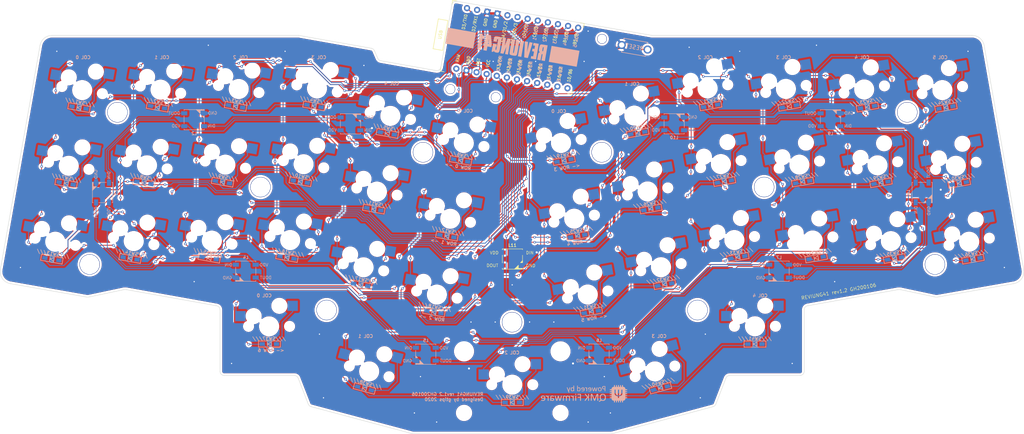
<source format=kicad_pcb>
(kicad_pcb (version 20171130) (host pcbnew "(5.1.2-1)-1")
  (title_block (title REVIUNG41) (date 2020-01-06) (rev 1.2))
  (layers (0 F.Cu signal) (31 B.Cu signal) (34 B.Paste user) (35 F.Paste user) (36 B.SilkS user) (37 F.SilkS user) (38 B.Mask user) (39 F.Mask user) (44 Edge.Cuts user))
  (net 0 "")
  (net 1 "Net-(D1-Pad2)")
  (net 2 row0)
  (net 3 "Net-(D2-Pad2)")
  (net 4 "Net-(D3-Pad2)")
  (net 5 "Net-(D4-Pad2)")
  (net 6 "Net-(D5-Pad2)")
  (net 7 "Net-(D6-Pad2)")
  (net 8 row1)
  (net 9 "Net-(D7-Pad2)")
  (net 10 "Net-(D8-Pad2)")
  (net 11 "Net-(D9-Pad2)")
  (net 12 "Net-(D10-Pad2)")
  (net 13 "Net-(D11-Pad2)")
  (net 14 "Net-(D12-Pad2)")
  (net 15 row2)
  (net 16 "Net-(D13-Pad2)")
  (net 17 "Net-(D14-Pad2)")
  (net 18 "Net-(D15-Pad2)")
  (net 19 "Net-(D16-Pad2)")
  (net 20 "Net-(D17-Pad2)")
  (net 21 "Net-(D18-Pad2)")
  (net 22 row3)
  (net 23 "Net-(D19-Pad2)")
  (net 24 "Net-(D20-Pad2)")
  (net 25 "Net-(D21-Pad2)")
  (net 26 "Net-(D22-Pad2)")
  (net 27 "Net-(D23-Pad2)")
  (net 28 "Net-(D24-Pad2)")
  (net 29 row4)
  (net 30 "Net-(D25-Pad2)")
  (net 31 "Net-(D26-Pad2)")
  (net 32 "Net-(D27-Pad2)")
  (net 33 "Net-(D28-Pad2)")
  (net 34 "Net-(D29-Pad2)")
  (net 35 "Net-(D30-Pad2)")
  (net 36 row5)
  (net 37 "Net-(D31-Pad2)")
  (net 38 "Net-(D32-Pad2)")
  (net 39 "Net-(D33-Pad2)")
  (net 40 "Net-(D34-Pad2)")
  (net 41 "Net-(D35-Pad2)")
  (net 42 "Net-(D36-Pad2)")
  (net 43 row6)
  (net 44 "Net-(D37-Pad2)")
  (net 45 "Net-(D38-Pad2)")
  (net 46 "Net-(D39-Pad2)")
  (net 47 "Net-(D40-Pad2)")
  (net 48 "Net-(D41-Pad2)")
  (net 49 LED)
  (net 50 VCC)
  (net 51 GND)
  (net 52 col0)
  (net 53 col1)
  (net 54 col2)
  (net 55 col3)
  (net 56 col4)
  (net 57 col5)
  (net 58 reset)
  (net 59 "Net-(L1-Pad2)")
  (net 60 "Net-(L2-Pad2)")
  (net 61 "Net-(L3-Pad2)")
  (net 62 "Net-(L4-Pad2)")
  (net 63 "Net-(L5-Pad2)")
  (net 64 "Net-(L6-Pad2)")
  (net 65 "Net-(L7-Pad2)")
  (net 66 "Net-(L8-Pad2)")
  (net 67 "Net-(L10-Pad4)")
  (net 68 "Net-(L10-Pad2)")
  (module _reviung-kbd:QMK-x4-ver1 (layer B.Cu) (at 162.5 147.25 180)
    (fp_text reference G*** hide)
    (fp_text value LOGO hide)
  )
  (module _reviung-kbd:reviung41-bsilk-center-x4-ver1 (layer B.Cu) (at 144.74 61.49 170)
    (fp_text reference G*** hide)
    (fp_text value LOGO hide)
  )
  (module _reviung-kbd:HOLE_2.2mm (layer F.Cu) (at 129.39 71.86)
    (fp_text reference H12)
    (fp_text value H12)
    (pad "" np_thru_hole circle (at 0 0) (size 2.4 2.4) (drill 2.2) (layers *.Cu *.Mask))
  )
  (module _reviung-kbd:HOLE_2.2mm (layer F.Cu) (at 140.63 73.86)
    (fp_text reference H13)
    (fp_text value H13)
    (pad "" np_thru_hole circle (at 0 0) (size 2.4 2.4) (drill 2.2) (layers *.Cu *.Mask))
  )
  (module _reviung-kbd:HOLE_2.2mm (layer F.Cu) (at 166.93 59.42)
    (fp_text reference H14)
    (fp_text value H14)
    (pad "" np_thru_hole circle (at 0 0) (size 2.4 2.4) (drill 2.2) (layers *.Cu *.Mask))
  )
  (module _reviung-kbd:HOLE (layer F.Cu) (at 122.62 87.48)
    (fp_text reference H5)
    (fp_text value H5)
    (pad "" np_thru_hole circle (at 0 0) (size 5 5) (drill 4.8) (layers *.Cu *.Mask))
  )
  (module _reviung-kbd:HOLE (layer F.Cu) (at 166.84 87.48)
    (fp_text reference H7)
    (fp_text value H7)
    (pad "" np_thru_hole circle (at 0 0) (size 5 5) (drill 4.8) (layers *.Cu *.Mask))
  )
  (module _reviung-kbd:HOLE (layer F.Cu) (at 242.47 77.58)
    (fp_text reference H11)
    (fp_text value H11)
    (pad "" np_thru_hole circle (at 0 0) (size 5 5) (drill 4.8) (layers *.Cu *.Mask))
  )
  (module _reviung-kbd:HOLE (layer F.Cu) (at 249.32 115.24)
    (fp_text reference H10)
    (fp_text value H10)
    (pad "" np_thru_hole circle (at 0 0) (size 5 5) (drill 4.8) (layers *.Cu *.Mask))
  )
  (module _reviung-kbd:HOLE (layer F.Cu) (at 207.05 96.09)
    (fp_text reference H9)
    (fp_text value H9)
    (pad "" np_thru_hole circle (at 0 0) (size 5 5) (drill 4.8) (layers *.Cu *.Mask))
  )
  (module _reviung-kbd:HOLE (layer F.Cu) (at 190.56 126.53)
    (fp_text reference H8)
    (fp_text value H8)
    (pad "" np_thru_hole circle (at 0 0) (size 5 5) (drill 4.8) (layers *.Cu *.Mask))
  )
  (module _reviung-kbd:HOLE (layer F.Cu) (at 144.66 129.53)
    (fp_text reference H6)
    (fp_text value H6)
    (pad "" np_thru_hole circle (at 0 0) (size 5 5) (drill 4.8) (layers *.Cu *.Mask))
  )
  (module _reviung-kbd:HOLE (layer F.Cu) (at 98.77 126.53)
    (fp_text reference H4)
    (fp_text value H4)
    (pad "" np_thru_hole circle (at 0 0) (size 5 5) (drill 4.8) (layers *.Cu *.Mask))
  )
  (module _reviung-kbd:HOLE (layer F.Cu) (at 82.4 96.1)
    (fp_text reference H3)
    (fp_text value H3)
    (pad "" np_thru_hole circle (at 0 0) (size 5 5) (drill 4.8) (layers *.Cu *.Mask))
  )
  (module _reviung-kbd:HOLE (layer F.Cu) (at 40.13 115.24)
    (fp_text reference H2)
    (fp_text value H2)
    (pad "" np_thru_hole circle (at 0 0) (size 5 5) (drill 4.8) (layers *.Cu *.Mask))
  )
  (module _reviung-kbd:HOLE (layer F.Cu) (at 47.01 77.59)
    (fp_text reference H1)
    (fp_text value H1)
    (pad "" np_thru_hole circle (at 0 0) (size 5 5) (drill 4.8) (layers *.Cu *.Mask))
  )
  (module _reviung-kbd:MXOnly-1U-Hotswap (layer F.Cu) (at 204.77 130.55)
    (fp_text reference SW41)
    (fp_text value SW_PUSH)
    (fp_text user ///%R/// (at 0 3.048) (layer B.SilkS) (effects (font (size 0.8 0.8)) (justify mirror)))
    (pad "" np_thru_hole circle (at 2.54 -5.08) (size 3 3) (drill 3) (layers *.Cu *.Mask))
    (pad "" np_thru_hole circle (at 0 0) (size 3.9878 3.9878) (drill 3.9878) (layers *.Cu *.Mask))
    (pad "" np_thru_hole circle (at -3.81 -2.54) (size 3 3) (drill 3) (layers *.Cu *.Mask))
    (pad "" np_thru_hole circle (at -5.08 0 48.0996) (size 1.75 1.75) (drill 1.75) (layers *.Cu *.Mask))
    (pad "" np_thru_hole circle (at 5.08 0 48.0996) (size 1.75 1.75) (drill 1.75) (layers *.Cu *.Mask))
    (pad 1 smd rect (at -7.085 -2.54) (size 2.55 2.5) (layers B.Cu B.Paste B.Mask) (net 56 col4))
    (pad 2 smd rect (at 5.842 -5.08) (size 2.55 2.5) (layers B.Cu B.Paste B.Mask) (net 48 "Net-(D41-Pad2)"))
  )
  (module _reviung-kbd:MXOnly-1U-Hotswap (layer F.Cu) (at 181.52 115.93 10)
    (fp_text reference SW32)
    (fp_text value SW_PUSH)
    (fp_text user ///%R/// (at 0 3.048 10) (layer B.SilkS) (effects (font (size 0.8 0.8)) (justify mirror)))
    (pad 2 smd rect (at 5.842 -5.08 10) (size 2.55 2.5) (layers B.Cu B.Paste B.Mask) (net 38 "Net-(D32-Pad2)"))
    (pad 1 smd rect (at -7.085 -2.54 10) (size 2.55 2.5) (layers B.Cu B.Paste B.Mask) (net 53 col1))
    (pad "" np_thru_hole circle (at 5.08 0 58.0996) (size 1.75 1.75) (drill 1.75) (layers *.Cu *.Mask))
    (pad "" np_thru_hole circle (at -5.08 0 58.0996) (size 1.75 1.75) (drill 1.75) (layers *.Cu *.Mask))
    (pad "" np_thru_hole circle (at -3.81 -2.54 10) (size 3 3) (drill 3) (layers *.Cu *.Mask))
    (pad "" np_thru_hole circle (at 0 0 10) (size 3.9878 3.9878) (drill 3.9878) (layers *.Cu *.Mask))
    (pad "" np_thru_hole circle (at 2.54 -5.08 10) (size 3 3) (drill 3) (layers *.Cu *.Mask))
  )
  (module _reviung-kbd:MXOnly-1U-Hotswap (layer F.Cu) (at 77.02 71.83 350)
    (fp_text reference SW3)
    (fp_text value SW_PUSH)
    (fp_text user ///%R/// (at 0 3.048 170) (layer B.SilkS) (effects (font (size 0.8 0.8)) (justify mirror)))
    (pad 2 smd rect (at 5.842 -5.08 350) (size 2.55 2.5) (layers B.Cu B.Paste B.Mask) (net 4 "Net-(D3-Pad2)"))
    (pad 1 smd rect (at -7.085 -2.54 350) (size 2.55 2.5) (layers B.Cu B.Paste B.Mask) (net 54 col2))
    (pad "" np_thru_hole circle (at 5.08 0 38.0996) (size 1.75 1.75) (drill 1.75) (layers *.Cu *.Mask))
    (pad "" np_thru_hole circle (at -5.08 0 38.0996) (size 1.75 1.75) (drill 1.75) (layers *.Cu *.Mask))
    (pad "" np_thru_hole circle (at -3.81 -2.54 350) (size 3 3) (drill 3) (layers *.Cu *.Mask))
    (pad "" np_thru_hole circle (at 0 0 350) (size 3.9878 3.9878) (drill 3.9878) (layers *.Cu *.Mask))
    (pad "" np_thru_hole circle (at 2.54 -5.08 350) (size 3 3) (drill 3) (layers *.Cu *.Mask))
  )
  (module _reviung-kbd:LED_WS2812B_PLCC4_5.0x5.0mm_P3.2mm (layer F.Cu) (at 144.75 113.91)
    (fp_text reference L11 (at 0 -3.4) (layer F.SilkS) (effects (font (size 0.75 0.75))))
    (fp_text value WS2812B)
    (fp_text user DOUT (at -4.95 1.6) (layer F.SilkS) (effects (font (size 0.75 0.75) (thickness 0.1))))
    (fp_text user VDD (at -4.5 -1.55) (layer F.SilkS) (effects (font (size 0.75 0.75) (thickness 0.1))))
    (fp_text user DIN (at 4.3 -1.55) (layer F.SilkS) (effects (font (size 0.75 0.75) (thickness 0.1))))
    (fp_text user GND (at 4.55 1.64) (layer F.SilkS) (effects (font (size 0.75 0.75) (thickness 0.1))))
    (pad 3 smd rect (at 2.45 1.6) (size 1.5 1) (layers F.Cu F.Paste F.Mask) (net 51 GND))
    (pad 4 smd rect (at 2.45 -1.6) (size 1.5 1) (layers F.Cu F.Paste F.Mask) (net 68 "Net-(L10-Pad2)"))
    (pad 2 smd rect (at -2.45 1.6) (size 1.5 1) (layers F.Cu F.Paste F.Mask))
    (pad 1 smd rect (at -2.45 -1.6) (size 1.5 1) (layers F.Cu F.Paste F.Mask) (net 50 VCC))
  )
  (module _reviung-kbd:LED_WS2812B_PLCC4_5.0x5.0mm_P3.2mm (layer B.Cu) (at 184.78 80.44)
    (fp_text reference L10 (at 0 3.4) (layer B.SilkS) (effects (font (size 0.75 0.75)) (justify mirror)))
    (fp_text value WS2812B)
    (fp_text user DOUT (at -4.95 -1.6) (layer B.SilkS) (effects (font (size 0.75 0.75) (thickness 0.1)) (justify mirror)))
    (fp_text user VDD (at -4.5 1.55) (layer B.SilkS) (effects (font (size 0.75 0.75) (thickness 0.1)) (justify mirror)))
    (fp_text user DIN (at 4.3 1.55) (layer B.SilkS) (effects (font (size 0.75 0.75) (thickness 0.1)) (justify mirror)))
    (fp_text user GND (at 4.55 -1.64) (layer B.SilkS) (effects (font (size 0.75 0.75) (thickness 0.1)) (justify mirror)))
    (pad 3 smd rect (at 2.45 -1.6) (size 1.5 1) (layers B.Cu B.Paste B.Mask) (net 51 GND))
    (pad 4 smd rect (at 2.45 1.6) (size 1.5 1) (layers B.Cu B.Paste B.Mask) (net 67 "Net-(L10-Pad4)"))
    (pad 2 smd rect (at -2.45 -1.6) (size 1.5 1) (layers B.Cu B.Paste B.Mask) (net 68 "Net-(L10-Pad2)"))
    (pad 1 smd rect (at -2.45 1.6) (size 1.5 1) (layers B.Cu B.Paste B.Mask) (net 50 VCC))
  )
  (module _reviung-kbd:LED_WS2812B_PLCC4_5.0x5.0mm_P3.2mm (layer B.Cu) (at 223.47 79.45)
    (fp_text reference L9 (at 0 3.4) (layer B.SilkS) (effects (font (size 0.75 0.75)) (justify mirror)))
    (fp_text value WS2812B)
    (fp_text user DOUT (at -4.95 -1.6) (layer B.SilkS) (effects (font (size 0.75 0.75) (thickness 0.1)) (justify mirror)))
    (fp_text user VDD (at -4.5 1.55) (layer B.SilkS) (effects (font (size 0.75 0.75) (thickness 0.1)) (justify mirror)))
    (fp_text user DIN (at 4.3 1.55) (layer B.SilkS) (effects (font (size 0.75 0.75) (thickness 0.1)) (justify mirror)))
    (fp_text user GND (at 4.55 -1.64) (layer B.SilkS) (effects (font (size 0.75 0.75) (thickness 0.1)) (justify mirror)))
    (pad 3 smd rect (at 2.45 -1.6) (size 1.5 1) (layers B.Cu B.Paste B.Mask) (net 51 GND))
    (pad 4 smd rect (at 2.45 1.6) (size 1.5 1) (layers B.Cu B.Paste B.Mask) (net 66 "Net-(L8-Pad2)"))
    (pad 2 smd rect (at -2.45 -1.6) (size 1.5 1) (layers B.Cu B.Paste B.Mask) (net 67 "Net-(L10-Pad4)"))
    (pad 1 smd rect (at -2.45 1.6) (size 1.5 1) (layers B.Cu B.Paste B.Mask) (net 50 VCC))
  )
  (module _reviung-kbd:LED_WS2812B_PLCC4_5.0x5.0mm_P3.2mm (layer B.Cu) (at 246.15 97.44 270)
    (fp_text reference L8 (at 0 3.4 90) (layer B.SilkS) (effects (font (size 0.75 0.75)) (justify mirror)))
    (fp_text value WS2812B)
    (fp_text user DOUT (at -4.95 -1.6 90) (layer B.SilkS) (effects (font (size 0.75 0.75) (thickness 0.1)) (justify mirror)))
    (fp_text user VDD (at -4.5 1.55 90) (layer B.SilkS) (effects (font (size 0.75 0.75) (thickness 0.1)) (justify mirror)))
    (fp_text user DIN (at 4.3 1.55 90) (layer B.SilkS) (effects (font (size 0.75 0.75) (thickness 0.1)) (justify mirror)))
    (fp_text user GND (at 4.55 -1.64 90) (layer B.SilkS) (effects (font (size 0.75 0.75) (thickness 0.1)) (justify mirror)))
    (pad 3 smd rect (at 2.45 -1.6 270) (size 1.5 1) (layers B.Cu B.Paste B.Mask) (net 51 GND))
    (pad 4 smd rect (at 2.45 1.6 270) (size 1.5 1) (layers B.Cu B.Paste B.Mask) (net 65 "Net-(L7-Pad2)"))
    (pad 2 smd rect (at -2.45 -1.6 270) (size 1.5 1) (layers B.Cu B.Paste B.Mask) (net 66 "Net-(L8-Pad2)"))
    (pad 1 smd rect (at -2.45 1.6 270) (size 1.5 1) (layers B.Cu B.Paste B.Mask) (net 50 VCC))
  )
  (module _reviung-kbd:LED_WS2812B_PLCC4_5.0x5.0mm_P3.2mm (layer B.Cu) (at 210.74 116.91 180)
    (fp_text reference L7 (at 0 3.4) (layer B.SilkS) (effects (font (size 0.75 0.75)) (justify mirror)))
    (fp_text value WS2812B)
    (fp_text user DOUT (at -4.95 -1.6) (layer B.SilkS) (effects (font (size 0.75 0.75) (thickness 0.1)) (justify mirror)))
    (fp_text user VDD (at -4.5 1.55) (layer B.SilkS) (effects (font (size 0.75 0.75) (thickness 0.1)) (justify mirror)))
    (fp_text user DIN (at 4.3 1.55) (layer B.SilkS) (effects (font (size 0.75 0.75) (thickness 0.1)) (justify mirror)))
    (fp_text user GND (at 4.55 -1.64) (layer B.SilkS) (effects (font (size 0.75 0.75) (thickness 0.1)) (justify mirror)))
    (pad 3 smd rect (at 2.45 -1.6 180) (size 1.5 1) (layers B.Cu B.Paste B.Mask) (net 51 GND))
    (pad 4 smd rect (at 2.45 1.6 180) (size 1.5 1) (layers B.Cu B.Paste B.Mask) (net 64 "Net-(L6-Pad2)"))
    (pad 2 smd rect (at -2.45 -1.6 180) (size 1.5 1) (layers B.Cu B.Paste B.Mask) (net 65 "Net-(L7-Pad2)"))
    (pad 1 smd rect (at -2.45 1.6 180) (size 1.5 1) (layers B.Cu B.Paste B.Mask) (net 50 VCC))
  )
  (module _reviung-kbd:LED_WS2812B_PLCC4_5.0x5.0mm_P3.2mm (layer B.Cu) (at 166.19 137.44 180)
    (fp_text reference L6 (at 0 3.4) (layer B.SilkS) (effects (font (size 0.75 0.75)) (justify mirror)))
    (fp_text value WS2812B)
    (fp_text user DOUT (at -4.95 -1.6) (layer B.SilkS) (effects (font (size 0.75 0.75) (thickness 0.1)) (justify mirror)))
    (fp_text user VDD (at -4.5 1.55) (layer B.SilkS) (effects (font (size 0.75 0.75) (thickness 0.1)) (justify mirror)))
    (fp_text user DIN (at 4.3 1.55) (layer B.SilkS) (effects (font (size 0.75 0.75) (thickness 0.1)) (justify mirror)))
    (fp_text user GND (at 4.55 -1.64) (layer B.SilkS) (effects (font (size 0.75 0.75) (thickness 0.1)) (justify mirror)))
    (pad 3 smd rect (at 2.45 -1.6 180) (size 1.5 1) (layers B.Cu B.Paste B.Mask) (net 51 GND))
    (pad 4 smd rect (at 2.45 1.6 180) (size 1.5 1) (layers B.Cu B.Paste B.Mask) (net 63 "Net-(L5-Pad2)"))
    (pad 2 smd rect (at -2.45 -1.6 180) (size 1.5 1) (layers B.Cu B.Paste B.Mask) (net 64 "Net-(L6-Pad2)"))
    (pad 1 smd rect (at -2.45 1.6 180) (size 1.5 1) (layers B.Cu B.Paste B.Mask) (net 50 VCC))
  )
  (module _reviung-kbd:LED_WS2812B_PLCC4_5.0x5.0mm_P3.2mm (layer B.Cu) (at 123.31 137.46 180)
    (fp_text reference L5 (at 0 3.4) (layer B.SilkS) (effects (font (size 0.75 0.75)) (justify mirror)))
    (fp_text value WS2812B)
    (fp_text user DOUT (at -4.95 -1.6) (layer B.SilkS) (effects (font (size 0.75 0.75) (thickness 0.1)) (justify mirror)))
    (fp_text user VDD (at -4.5 1.55) (layer B.SilkS) (effects (font (size 0.75 0.75) (thickness 0.1)) (justify mirror)))
    (fp_text user DIN (at 4.3 1.55) (layer B.SilkS) (effects (font (size 0.75 0.75) (thickness 0.1)) (justify mirror)))
    (fp_text user GND (at 4.55 -1.64) (layer B.SilkS) (effects (font (size 0.75 0.75) (thickness 0.1)) (justify mirror)))
    (pad 3 smd rect (at 2.45 -1.6 180) (size 1.5 1) (layers B.Cu B.Paste B.Mask) (net 51 GND))
    (pad 4 smd rect (at 2.45 1.6 180) (size 1.5 1) (layers B.Cu B.Paste B.Mask) (net 62 "Net-(L4-Pad2)"))
    (pad 2 smd rect (at -2.45 -1.6 180) (size 1.5 1) (layers B.Cu B.Paste B.Mask) (net 63 "Net-(L5-Pad2)"))
    (pad 1 smd rect (at -2.45 1.6 180) (size 1.5 1) (layers B.Cu B.Paste B.Mask) (net 50 VCC))
  )
  (module _reviung-kbd:LED_WS2812B_PLCC4_5.0x5.0mm_P3.2mm (layer B.Cu) (at 78.76 116.91 180)
    (fp_text reference L4 (at 0 3.4) (layer B.SilkS) (effects (font (size 0.75 0.75)) (justify mirror)))
    (fp_text value WS2812B)
    (fp_text user DOUT (at -4.95 -1.6) (layer B.SilkS) (effects (font (size 0.75 0.75) (thickness 0.1)) (justify mirror)))
    (fp_text user VDD (at -4.5 1.55) (layer B.SilkS) (effects (font (size 0.75 0.75) (thickness 0.1)) (justify mirror)))
    (fp_text user DIN (at 4.3 1.55) (layer B.SilkS) (effects (font (size 0.75 0.75) (thickness 0.1)) (justify mirror)))
    (fp_text user GND (at 4.55 -1.64) (layer B.SilkS) (effects (font (size 0.75 0.75) (thickness 0.1)) (justify mirror)))
    (pad 3 smd rect (at 2.45 -1.6 180) (size 1.5 1) (layers B.Cu B.Paste B.Mask) (net 51 GND))
    (pad 4 smd rect (at 2.45 1.6 180) (size 1.5 1) (layers B.Cu B.Paste B.Mask) (net 61 "Net-(L3-Pad2)"))
    (pad 2 smd rect (at -2.45 -1.6 180) (size 1.5 1) (layers B.Cu B.Paste B.Mask) (net 62 "Net-(L4-Pad2)"))
    (pad 1 smd rect (at -2.45 1.6 180) (size 1.5 1) (layers B.Cu B.Paste B.Mask) (net 50 VCC))
  )
  (module _reviung-kbd:LED_WS2812B_PLCC4_5.0x5.0mm_P3.2mm (layer B.Cu) (at 43.32 97.45 90)
    (fp_text reference L3 (at 0 3.4 90) (layer B.SilkS) (effects (font (size 0.75 0.75)) (justify mirror)))
    (fp_text value WS2812B)
    (fp_text user GND (at 4.55 -1.64 90) (layer B.SilkS) (effects (font (size 0.75 0.75) (thickness 0.1)) (justify mirror)))
    (fp_text user DIN (at 4.3 1.55 90) (layer B.SilkS) (effects (font (size 0.75 0.75) (thickness 0.1)) (justify mirror)))
    (fp_text user VDD (at -4.5 1.55 90) (layer B.SilkS) (effects (font (size 0.75 0.75) (thickness 0.1)) (justify mirror)))
    (fp_text user DOUT (at -4.95 -1.6 90) (layer B.SilkS) (effects (font (size 0.75 0.75) (thickness 0.1)) (justify mirror)))
    (pad 1 smd rect (at -2.45 1.6 90) (size 1.5 1) (layers B.Cu B.Paste B.Mask) (net 50 VCC))
    (pad 2 smd rect (at -2.45 -1.6 90) (size 1.5 1) (layers B.Cu B.Paste B.Mask) (net 61 "Net-(L3-Pad2)"))
    (pad 4 smd rect (at 2.45 1.6 90) (size 1.5 1) (layers B.Cu B.Paste B.Mask) (net 60 "Net-(L2-Pad2)"))
    (pad 3 smd rect (at 2.45 -1.6 90) (size 1.5 1) (layers B.Cu B.Paste B.Mask) (net 51 GND))
  )
  (module _reviung-kbd:LED_WS2812B_PLCC4_5.0x5.0mm_P3.2mm (layer B.Cu) (at 65.99 79.43)
    (fp_text reference L2 (at 0 3.4) (layer B.SilkS) (effects (font (size 0.75 0.75)) (justify mirror)))
    (fp_text value WS2812B)
    (fp_text user DOUT (at -4.95 -1.6) (layer B.SilkS) (effects (font (size 0.75 0.75) (thickness 0.1)) (justify mirror)))
    (fp_text user VDD (at -4.5 1.55) (layer B.SilkS) (effects (font (size 0.75 0.75) (thickness 0.1)) (justify mirror)))
    (fp_text user DIN (at 4.3 1.55) (layer B.SilkS) (effects (font (size 0.75 0.75) (thickness 0.1)) (justify mirror)))
    (fp_text user GND (at 4.55 -1.64) (layer B.SilkS) (effects (font (size 0.75 0.75) (thickness 0.1)) (justify mirror)))
    (pad 3 smd rect (at 2.45 -1.6) (size 1.5 1) (layers B.Cu B.Paste B.Mask) (net 51 GND))
    (pad 4 smd rect (at 2.45 1.6) (size 1.5 1) (layers B.Cu B.Paste B.Mask) (net 59 "Net-(L1-Pad2)"))
    (pad 2 smd rect (at -2.45 -1.6) (size 1.5 1) (layers B.Cu B.Paste B.Mask) (net 60 "Net-(L2-Pad2)"))
    (pad 1 smd rect (at -2.45 1.6) (size 1.5 1) (layers B.Cu B.Paste B.Mask) (net 50 VCC))
  )
  (module _reviung-kbd:LED_WS2812B_PLCC4_5.0x5.0mm_P3.2mm (layer B.Cu) (at 104.68 80.45)
    (fp_text reference L1 (at 0 3.4) (layer B.SilkS) (effects (font (size 0.75 0.75)) (justify mirror)))
    (fp_text value WS2812B)
    (fp_text user DOUT (at -4.95 -1.6) (layer B.SilkS) (effects (font (size 0.75 0.75) (thickness 0.1)) (justify mirror)))
    (fp_text user VDD (at -4.5 1.55) (layer B.SilkS) (effects (font (size 0.75 0.75) (thickness 0.1)) (justify mirror)))
    (fp_text user DIN (at 4.3 1.55) (layer B.SilkS) (effects (font (size 0.75 0.75) (thickness 0.1)) (justify mirror)))
    (fp_text user GND (at 4.55 -1.64) (layer B.SilkS) (effects (font (size 0.75 0.75) (thickness 0.1)) (justify mirror)))
    (pad 3 smd rect (at 2.45 -1.6) (size 1.5 1) (layers B.Cu B.Paste B.Mask) (net 51 GND))
    (pad 4 smd rect (at 2.45 1.6) (size 1.5 1) (layers B.Cu B.Paste B.Mask) (net 49 LED))
    (pad 2 smd rect (at -2.45 -1.6) (size 1.5 1) (layers B.Cu B.Paste B.Mask) (net 59 "Net-(L1-Pad2)"))
    (pad 1 smd rect (at -2.45 1.6) (size 1.5 1) (layers B.Cu B.Paste B.Mask) (net 50 VCC))
  )
  (module _reviung-kbd:MXOnly-1U-Hotswap (layer F.Cu) (at 235.1 90.71 10)
    (fp_text reference SW29)
    (fp_text value SW_PUSH)
    (fp_text user ///%R/// (at 0 3.048 10) (layer B.SilkS) (effects (font (size 0.8 0.8)) (justify mirror)))
    (pad 2 smd rect (at 5.842 -5.08 10) (size 2.55 2.5) (layers B.Cu B.Paste B.Mask) (net 34 "Net-(D29-Pad2)"))
    (pad 1 smd rect (at -7.085 -2.54 10) (size 2.55 2.5) (layers B.Cu B.Paste B.Mask) (net 56 col4))
    (pad "" np_thru_hole circle (at 5.08 0 58.0996) (size 1.75 1.75) (drill 1.75) (layers *.Cu *.Mask))
    (pad "" np_thru_hole circle (at -5.08 0 58.0996) (size 1.75 1.75) (drill 1.75) (layers *.Cu *.Mask))
    (pad "" np_thru_hole circle (at -3.81 -2.54 10) (size 3 3) (drill 3) (layers *.Cu *.Mask))
    (pad "" np_thru_hole circle (at 0 0 10) (size 3.9878 3.9878) (drill 3.9878) (layers *.Cu *.Mask))
    (pad "" np_thru_hole circle (at 2.54 -5.08 10) (size 3 3) (drill 3) (layers *.Cu *.Mask))
  )
  (module _reviung-kbd:MXOnly-1U-Hotswap (layer F.Cu) (at 254.49 90.83 10)
    (fp_text reference SW30)
    (fp_text value SW_PUSH)
    (fp_text user ///%R/// (at 0 3.048 10) (layer B.SilkS) (effects (font (size 0.8 0.8)) (justify mirror)))
    (pad "" np_thru_hole circle (at 2.54 -5.08 10) (size 3 3) (drill 3) (layers *.Cu *.Mask))
    (pad "" np_thru_hole circle (at 0 0 10) (size 3.9878 3.9878) (drill 3.9878) (layers *.Cu *.Mask))
    (pad "" np_thru_hole circle (at -3.81 -2.54 10) (size 3 3) (drill 3) (layers *.Cu *.Mask))
    (pad "" np_thru_hole circle (at -5.08 0 58.0996) (size 1.75 1.75) (drill 1.75) (layers *.Cu *.Mask))
    (pad "" np_thru_hole circle (at 5.08 0 58.0996) (size 1.75 1.75) (drill 1.75) (layers *.Cu *.Mask))
    (pad 1 smd rect (at -7.085 -2.54 10) (size 2.55 2.5) (layers B.Cu B.Paste B.Mask) (net 57 col5))
    (pad 2 smd rect (at 5.842 -5.08 10) (size 2.55 2.5) (layers B.Cu B.Paste B.Mask) (net 35 "Net-(D30-Pad2)"))
  )
  (module _reviung-kbd:ProMicro (layer F.Cu) (at 146.45 61.82 80)
    (fp_text reference U1 hide)
    (fp_text value ProMicro hide)
    (fp_text user USB (at 0 -19.8 80) (layer F.SilkS) (effects (font (size 0.75 0.75) (thickness 0.12))))
    (fp_text user B4/8 (at 4.705 10.8 80 unlocked) (layer F.SilkS) (effects (font (size 0.75 0.67) (thickness 0.125))))
    (fp_text user D2/RX1 (at 4.155 -11.9 80 unlocked) (layer F.SilkS) (effects (font (size 0.75 0.67) (thickness 0.125))))
    (fp_text user B5/9 (at 4.705 13.3 80 unlocked) (layer F.SilkS) (effects (font (size 0.75 0.67) (thickness 0.125))))
    (fp_text user C6/5 (at 4.705 3.15 80 unlocked) (layer F.SilkS) (effects (font (size 0.75 0.67) (thickness 0.125))))
    (fp_text user SCL/D0/3 (at 3.455 -1.9 80 unlocked) (layer F.SilkS) (effects (font (size 0.75 0.67) (thickness 0.125))))
    (fp_text user SDA/D1/2 (at 3.455 -4.4 80 unlocked) (layer F.SilkS) (effects (font (size 0.75 0.67) (thickness 0.125))))
    (fp_text user D4/4 (at 4.705 0.6 80 unlocked) (layer F.SilkS) (effects (font (size 0.75 0.67) (thickness 0.125))))
    (fp_text user D3/TX0 (at 4.155 -14.45 80 unlocked) (layer F.SilkS) (effects (font (size 0.75 0.67) (thickness 0.125))))
    (fp_text user GND (at 4.955 -6.9 80 unlocked) (layer F.SilkS) (effects (font (size 0.75 0.67) (thickness 0.125))))
    (fp_text user GND (at 4.955 -9.35 80 unlocked) (layer F.SilkS) (effects (font (size 0.75 0.67) (thickness 0.125))))
    (fp_text user D7/6 (at 4.705 5.7 80 unlocked) (layer F.SilkS) (effects (font (size 0.75 0.67) (thickness 0.125))))
    (fp_text user E6/7 (at 4.705 8.25 80 unlocked) (layer F.SilkS) (effects (font (size 0.75 0.67) (thickness 0.125))))
    (fp_text user 16/B2 (at -4.395 10.95 80 unlocked) (layer F.SilkS) (effects (font (size 0.75 0.67) (thickness 0.125))))
    (fp_text user 10/B6 (at -4.395 13.45 80 unlocked) (layer F.SilkS) (effects (font (size 0.75 0.67) (thickness 0.125))))
    (fp_text user 14/B3 (at -4.395 8.4 80 unlocked) (layer F.SilkS) (effects (font (size 0.75 0.67) (thickness 0.125))))
    (fp_text user 15/B1 (at -4.395 5.85 80 unlocked) (layer F.SilkS) (effects (font (size 0.75 0.67) (thickness 0.125))))
    (fp_text user A0/F7 (at -4.395 3.3 80 unlocked) (layer F.SilkS) (effects (font (size 0.75 0.67) (thickness 0.125))))
    (fp_text user A1/F6 (at -4.395 0.75 80 unlocked) (layer F.SilkS) (effects (font (size 0.75 0.67) (thickness 0.125))))
    (fp_text user A2/F5 (at -4.395 -1.75 80 unlocked) (layer F.SilkS) (effects (font (size 0.75 0.67) (thickness 0.125))))
    (fp_text user A3/F4 (at -4.395 -4.25 80 unlocked) (layer F.SilkS) (effects (font (size 0.75 0.67) (thickness 0.125))))
    (fp_text user VCC (at -4.995 -6.95 80 unlocked) (layer F.SilkS) (effects (font (size 0.75 0.67) (thickness 0.125))))
    (fp_text user RST (at -4.995 -9.4 80 unlocked) (layer F.SilkS) (effects (font (size 0.75 0.67) (thickness 0.125))))
    (fp_text user GND (at -4.995 -11.95 80 unlocked) (layer F.SilkS) (effects (font (size 0.75 0.67) (thickness 0.125))))
    (fp_text user RAW (at -4.995 -14.5 80 unlocked) (layer F.SilkS) (effects (font (size 0.75 0.67) (thickness 0.125))))
    (fp_text user "" (at -0.545 -20.1 80) (layer F.SilkS))
    (fp_text user "" (at -1.2515 -16.256 80) (layer B.SilkS) (effects (justify mirror)))
    (pad 1 thru_hole circle (at 7.6114 -14.478 80) (size 1.524 1.524) (drill 0.8128) (layers *.Cu *.Mask) (net 49 LED))
    (pad 2 thru_hole circle (at 7.6114 -11.938 80) (size 1.524 1.524) (drill 0.8128) (layers *.Cu *.Mask))
    (pad 3 thru_hole circle (at 7.6114 -9.398 80) (size 1.524 1.524) (drill 0.8128) (layers *.Cu *.Mask) (net 51 GND))
    (pad 4 thru_hole circle (at 7.6114 -6.858 80) (size 1.524 1.524) (drill 0.8128) (layers *.Cu *.Mask) (net 51 GND))
    (pad 5 thru_hole circle (at 7.6114 -4.318 80) (size 1.524 1.524) (drill 0.8128) (layers *.Cu *.Mask))
    (pad 6 thru_hole circle (at 7.6114 -1.778 80) (size 1.524 1.524) (drill 0.8128) (layers *.Cu *.Mask))
    (pad 7 thru_hole circle (at 7.6114 0.762 80) (size 1.524 1.524) (drill 0.8128) (layers *.Cu *.Mask) (net 52 col0))
    (pad 8 thru_hole circle (at 7.6114 3.302 80) (size 1.524 1.524) (drill 0.8128) (layers *.Cu *.Mask) (net 53 col1))
    (pad 9 thru_hole circle (at 7.6114 5.842 80) (size 1.524 1.524) (drill 0.8128) (layers *.Cu *.Mask) (net 54 col2))
    (pad 10 thru_hole circle (at 7.6114 8.382 80) (size 1.524 1.524) (drill 0.8128) (layers *.Cu *.Mask) (net 55 col3))
    (pad 11 thru_hole circle (at 7.6114 10.922 80) (size 1.524 1.524) (drill 0.8128) (layers *.Cu *.Mask) (net 56 col4))
    (pad 12 thru_hole circle (at 7.6114 13.462 80) (size 1.524 1.524) (drill 0.8128) (layers *.Cu *.Mask) (net 57 col5))
    (pad 13 thru_hole circle (at -7.6086 13.462 80) (size 1.524 1.524) (drill 0.8128) (layers *.Cu *.Mask))
    (pad 14 thru_hole circle (at -7.6086 10.922 80) (size 1.524 1.524) (drill 0.8128) (layers *.Cu *.Mask) (net 43 row6))
    (pad 15 thru_hole circle (at -7.6086 8.382 80) (size 1.524 1.524) (drill 0.8128) (layers *.Cu *.Mask) (net 36 row5))
    (pad 16 thru_hole circle (at -7.6086 5.842 80) (size 1.524 1.524) (drill 0.8128) (layers *.Cu *.Mask) (net 29 row4))
    (pad 17 thru_hole circle (at -7.6086 3.302 80) (size 1.524 1.524) (drill 0.8128) (layers *.Cu *.Mask) (net 22 row3))
    (pad 18 thru_hole circle (at -7.6086 0.762 80) (size 1.524 1.524) (drill 0.8128) (layers *.Cu *.Mask) (net 15 row2))
    (pad 19 thru_hole circle (at -7.6086 -1.778 80) (size 1.524 1.524) (drill 0.8128) (layers *.Cu *.Mask) (net 8 row1))
    (pad 20 thru_hole circle (at -7.6086 -4.318 80) (size 1.524 1.524) (drill 0.8128) (layers *.Cu *.Mask) (net 2 row0))
    (pad 21 thru_hole circle (at -7.6086 -6.858 80) (size 1.524 1.524) (drill 0.8128) (layers *.Cu *.Mask) (net 50 VCC))
    (pad 22 thru_hole circle (at -7.6086 -9.398 80) (size 1.524 1.524) (drill 0.8128) (layers *.Cu *.Mask) (net 58 reset))
    (pad 23 thru_hole circle (at -7.6086 -11.938 80) (size 1.524 1.524) (drill 0.8128) (layers *.Cu *.Mask) (net 51 GND))
    (pad 24 thru_hole circle (at -7.6086 -14.478 80) (size 1.524 1.524) (drill 0.8128) (layers *.Cu *.Mask))
  )
  (module _reviung-kbd:MXOnly-1U-Hotswap (layer F.Cu) (at 96.39 71.69 350)
    (fp_text reference SW4)
    (fp_text value SW_PUSH)
    (fp_text user ///%R/// (at 0 3.048 170) (layer B.SilkS) (effects (font (size 0.8 0.8)) (justify mirror)))
    (pad 2 smd rect (at 5.842 -5.08 350) (size 2.55 2.5) (layers B.Cu B.Paste B.Mask) (net 5 "Net-(D4-Pad2)"))
    (pad 1 smd rect (at -7.085 -2.54 350) (size 2.55 2.5) (layers B.Cu B.Paste B.Mask) (net 55 col3))
    (pad "" np_thru_hole circle (at 5.08 0 38.0996) (size 1.75 1.75) (drill 1.75) (layers *.Cu *.Mask))
    (pad "" np_thru_hole circle (at -5.08 0 38.0996) (size 1.75 1.75) (drill 1.75) (layers *.Cu *.Mask))
    (pad "" np_thru_hole circle (at -3.81 -2.54 350) (size 3 3) (drill 3) (layers *.Cu *.Mask))
    (pad "" np_thru_hole circle (at 0 0 350) (size 3.9878 3.9878) (drill 3.9878) (layers *.Cu *.Mask))
    (pad "" np_thru_hole circle (at 2.54 -5.08 350) (size 3 3) (drill 3) (layers *.Cu *.Mask))
  )
  (module _reviung-kbd:MXOnly-1U-Hotswap (layer F.Cu) (at 180.03 141.71 15)
    (fp_text reference SW40)
    (fp_text value SW_PUSH)
    (fp_text user ///%R/// (at 0 3.048 15) (layer B.SilkS) (effects (font (size 0.8 0.8)) (justify mirror)))
    (pad 2 smd rect (at 5.842 -5.08 15) (size 2.55 2.5) (layers B.Cu B.Paste B.Mask) (net 47 "Net-(D40-Pad2)"))
    (pad 1 smd rect (at -7.085 -2.54 15) (size 2.55 2.5) (layers B.Cu B.Paste B.Mask) (net 55 col3))
    (pad "" np_thru_hole circle (at 5.08 0 63.0996) (size 1.75 1.75) (drill 1.75) (layers *.Cu *.Mask))
    (pad "" np_thru_hole circle (at -5.08 0 63.0996) (size 1.75 1.75) (drill 1.75) (layers *.Cu *.Mask))
    (pad "" np_thru_hole circle (at -3.81 -2.54 15) (size 3 3) (drill 3) (layers *.Cu *.Mask))
    (pad "" np_thru_hole circle (at 0 0 15) (size 3.9878 3.9878) (drill 3.9878) (layers *.Cu *.Mask))
    (pad "" np_thru_hole circle (at 2.54 -5.08 15) (size 3 3) (drill 3) (layers *.Cu *.Mask))
  )
  (module _reviung-kbd:MXOnly-1U-Hotswap (layer F.Cu) (at 109.302261 141.714882 345)
    (fp_text reference SW38)
    (fp_text value SW_PUSH)
    (fp_text user ///%R/// (at 0 3.048 165) (layer B.SilkS) (effects (font (size 0.8 0.8)) (justify mirror)))
    (pad "" np_thru_hole circle (at 2.54 -5.08 345) (size 3 3) (drill 3) (layers *.Cu *.Mask))
    (pad "" np_thru_hole circle (at 0 0 345) (size 3.9878 3.9878) (drill 3.9878) (layers *.Cu *.Mask))
    (pad "" np_thru_hole circle (at -3.81 -2.54 345) (size 3 3) (drill 3) (layers *.Cu *.Mask))
    (pad "" np_thru_hole circle (at -5.08 0 33.0996) (size 1.75 1.75) (drill 1.75) (layers *.Cu *.Mask))
    (pad "" np_thru_hole circle (at 5.08 0 33.0996) (size 1.75 1.75) (drill 1.75) (layers *.Cu *.Mask))
    (pad 1 smd rect (at -7.085 -2.54 345) (size 2.55 2.5) (layers B.Cu B.Paste B.Mask) (net 53 col1))
    (pad 2 smd rect (at 5.842 -5.08 345) (size 2.55 2.5) (layers B.Cu B.Paste B.Mask) (net 45 "Net-(D38-Pad2)"))
  )
  (module _reviung-kbd:MXOnly-1U-Hotswap (layer F.Cu) (at 84.53 130.57)
    (fp_text reference SW37)
    (fp_text value SW_PUSH)
    (fp_text user ///%R/// (at 0 3.048) (layer B.SilkS) (effects (font (size 0.8 0.8)) (justify mirror)))
    (pad 2 smd rect (at 5.842 -5.08) (size 2.55 2.5) (layers B.Cu B.Paste B.Mask) (net 44 "Net-(D37-Pad2)"))
    (pad 1 smd rect (at -7.085 -2.54) (size 2.55 2.5) (layers B.Cu B.Paste B.Mask) (net 52 col0))
    (pad "" np_thru_hole circle (at 5.08 0 48.0996) (size 1.75 1.75) (drill 1.75) (layers *.Cu *.Mask))
    (pad "" np_thru_hole circle (at -5.08 0 48.0996) (size 1.75 1.75) (drill 1.75) (layers *.Cu *.Mask))
    (pad "" np_thru_hole circle (at -3.81 -2.54) (size 3 3) (drill 3) (layers *.Cu *.Mask))
    (pad "" np_thru_hole circle (at 0 0) (size 3.9878 3.9878) (drill 3.9878) (layers *.Cu *.Mask))
    (pad "" np_thru_hole circle (at 2.54 -5.08) (size 3 3) (drill 3) (layers *.Cu *.Mask))
  )
  (module _reviung-kbd:MXOnly-1U-Hotswap (layer F.Cu) (at 257.78 109.62 10)
    (fp_text reference SW36)
    (fp_text value SW_PUSH)
    (fp_text user ///%R/// (at 0 3.048 10) (layer B.SilkS) (effects (font (size 0.8 0.8)) (justify mirror)))
    (pad "" np_thru_hole circle (at 2.54 -5.08 10) (size 3 3) (drill 3) (layers *.Cu *.Mask))
    (pad "" np_thru_hole circle (at 0 0 10) (size 3.9878 3.9878) (drill 3.9878) (layers *.Cu *.Mask))
    (pad "" np_thru_hole circle (at -3.81 -2.54 10) (size 3 3) (drill 3) (layers *.Cu *.Mask))
    (pad "" np_thru_hole circle (at -5.08 0 58.0996) (size 1.75 1.75) (drill 1.75) (layers *.Cu *.Mask))
    (pad "" np_thru_hole circle (at 5.08 0 58.0996) (size 1.75 1.75) (drill 1.75) (layers *.Cu *.Mask))
    (pad 1 smd rect (at -7.085 -2.54 10) (size 2.55 2.5) (layers B.Cu B.Paste B.Mask) (net 57 col5))
    (pad 2 smd rect (at 5.842 -5.08 10) (size 2.55 2.5) (layers B.Cu B.Paste B.Mask) (net 42 "Net-(D36-Pad2)"))
  )
  (module _reviung-kbd:MXOnly-1U-Hotswap (layer F.Cu) (at 238.41 109.48 10)
    (fp_text reference SW35)
    (fp_text value SW_PUSH)
    (fp_text user ///%R/// (at 0 3.048 10) (layer B.SilkS) (effects (font (size 0.8 0.8)) (justify mirror)))
    (pad 2 smd rect (at 5.842 -5.08 10) (size 2.55 2.5) (layers B.Cu B.Paste B.Mask) (net 41 "Net-(D35-Pad2)"))
    (pad 1 smd rect (at -7.085 -2.54 10) (size 2.55 2.5) (layers B.Cu B.Paste B.Mask) (net 56 col4))
    (pad "" np_thru_hole circle (at 5.08 0 58.0996) (size 1.75 1.75) (drill 1.75) (layers *.Cu *.Mask))
    (pad "" np_thru_hole circle (at -5.08 0 58.0996) (size 1.75 1.75) (drill 1.75) (layers *.Cu *.Mask))
    (pad "" np_thru_hole circle (at -3.81 -2.54 10) (size 3 3) (drill 3) (layers *.Cu *.Mask))
    (pad "" np_thru_hole circle (at 0 0 10) (size 3.9878 3.9878) (drill 3.9878) (layers *.Cu *.Mask))
    (pad "" np_thru_hole circle (at 2.54 -5.08 10) (size 3 3) (drill 3) (layers *.Cu *.Mask))
  )
  (module _reviung-kbd:MXOnly-1U-Hotswap (layer F.Cu) (at 219.06 109.32 10)
    (fp_text reference SW34)
    (fp_text value SW_PUSH)
    (fp_text user ///%R/// (at 0 3.048 10) (layer B.SilkS) (effects (font (size 0.8 0.8)) (justify mirror)))
    (pad 2 smd rect (at 5.842 -5.08 10) (size 2.55 2.5) (layers B.Cu B.Paste B.Mask) (net 40 "Net-(D34-Pad2)"))
    (pad 1 smd rect (at -7.085 -2.54 10) (size 2.55 2.5) (layers B.Cu B.Paste B.Mask) (net 55 col3))
    (pad "" np_thru_hole circle (at 5.08 0 58.0996) (size 1.75 1.75) (drill 1.75) (layers *.Cu *.Mask))
    (pad "" np_thru_hole circle (at -5.08 0 58.0996) (size 1.75 1.75) (drill 1.75) (layers *.Cu *.Mask))
    (pad "" np_thru_hole circle (at -3.81 -2.54 10) (size 3 3) (drill 3) (layers *.Cu *.Mask))
    (pad "" np_thru_hole circle (at 0 0 10) (size 3.9878 3.9878) (drill 3.9878) (layers *.Cu *.Mask))
    (pad "" np_thru_hole circle (at 2.54 -5.08 10) (size 3 3) (drill 3) (layers *.Cu *.Mask))
  )
  (module _reviung-kbd:MXOnly-1U-Hotswap (layer F.Cu) (at 199.67 109.21 10)
    (fp_text reference SW33)
    (fp_text value SW_PUSH)
    (fp_text user ///%R/// (at 0 3.048 10) (layer B.SilkS) (effects (font (size 0.8 0.8)) (justify mirror)))
    (pad "" np_thru_hole circle (at 2.54 -5.08 10) (size 3 3) (drill 3) (layers *.Cu *.Mask))
    (pad "" np_thru_hole circle (at 0 0 10) (size 3.9878 3.9878) (drill 3.9878) (layers *.Cu *.Mask))
    (pad "" np_thru_hole circle (at -3.81 -2.54 10) (size 3 3) (drill 3) (layers *.Cu *.Mask))
    (pad "" np_thru_hole circle (at -5.08 0 58.0996) (size 1.75 1.75) (drill 1.75) (layers *.Cu *.Mask))
    (pad "" np_thru_hole circle (at 5.08 0 58.0996) (size 1.75 1.75) (drill 1.75) (layers *.Cu *.Mask))
    (pad 1 smd rect (at -7.085 -2.54 10) (size 2.55 2.5) (layers B.Cu B.Paste B.Mask) (net 54 col2))
    (pad 2 smd rect (at 5.842 -5.08 10) (size 2.55 2.5) (layers B.Cu B.Paste B.Mask) (net 39 "Net-(D33-Pad2)"))
  )
  (module _reviung-kbd:MXOnly-1U-Hotswap (layer F.Cu) (at 163.39 122.69 10)
    (fp_text reference SW31)
    (fp_text value SW_PUSH)
    (fp_text user ///%R/// (at 0 3.048 10) (layer B.SilkS) (effects (font (size 0.8 0.8)) (justify mirror)))
    (pad "" np_thru_hole circle (at 2.54 -5.08 10) (size 3 3) (drill 3) (layers *.Cu *.Mask))
    (pad "" np_thru_hole circle (at 0 0 10) (size 3.9878 3.9878) (drill 3.9878) (layers *.Cu *.Mask))
    (pad "" np_thru_hole circle (at -3.81 -2.54 10) (size 3 3) (drill 3) (layers *.Cu *.Mask))
    (pad "" np_thru_hole circle (at -5.08 0 58.0996) (size 1.75 1.75) (drill 1.75) (layers *.Cu *.Mask))
    (pad "" np_thru_hole circle (at 5.08 0 58.0996) (size 1.75 1.75) (drill 1.75) (layers *.Cu *.Mask))
    (pad 1 smd rect (at -7.085 -2.54 10) (size 2.55 2.5) (layers B.Cu B.Paste B.Mask) (net 52 col0))
    (pad 2 smd rect (at 5.842 -5.08 10) (size 2.55 2.5) (layers B.Cu B.Paste B.Mask) (net 37 "Net-(D31-Pad2)"))
  )
  (module _reviung-kbd:MXOnly-1U-Hotswap (layer F.Cu) (at 215.77 90.55 10)
    (fp_text reference SW28)
    (fp_text value SW_PUSH)
    (fp_text user ///%R/// (at 0 3.048 10) (layer B.SilkS) (effects (font (size 0.8 0.8)) (justify mirror)))
    (pad 2 smd rect (at 5.842 -5.08 10) (size 2.55 2.5) (layers B.Cu B.Paste B.Mask) (net 33 "Net-(D28-Pad2)"))
    (pad 1 smd rect (at -7.085 -2.54 10) (size 2.55 2.5) (layers B.Cu B.Paste B.Mask) (net 55 col3))
    (pad "" np_thru_hole circle (at 5.08 0 58.0996) (size 1.75 1.75) (drill 1.75) (layers *.Cu *.Mask))
    (pad "" np_thru_hole circle (at -5.08 0 58.0996) (size 1.75 1.75) (drill 1.75) (layers *.Cu *.Mask))
    (pad "" np_thru_hole circle (at -3.81 -2.54 10) (size 3 3) (drill 3) (layers *.Cu *.Mask))
    (pad "" np_thru_hole circle (at 0 0 10) (size 3.9878 3.9878) (drill 3.9878) (layers *.Cu *.Mask))
    (pad "" np_thru_hole circle (at 2.54 -5.08 10) (size 3 3) (drill 3) (layers *.Cu *.Mask))
  )
  (module _reviung-kbd:MXOnly-1U-Hotswap (layer F.Cu) (at 196.34 90.41 10)
    (fp_text reference SW27)
    (fp_text value SW_PUSH)
    (fp_text user ///%R/// (at 0 3.048 10) (layer B.SilkS) (effects (font (size 0.8 0.8)) (justify mirror)))
    (pad "" np_thru_hole circle (at 2.54 -5.08 10) (size 3 3) (drill 3) (layers *.Cu *.Mask))
    (pad "" np_thru_hole circle (at 0 0 10) (size 3.9878 3.9878) (drill 3.9878) (layers *.Cu *.Mask))
    (pad "" np_thru_hole circle (at -3.81 -2.54 10) (size 3 3) (drill 3) (layers *.Cu *.Mask))
    (pad "" np_thru_hole circle (at -5.08 0 58.0996) (size 1.75 1.75) (drill 1.75) (layers *.Cu *.Mask))
    (pad "" np_thru_hole circle (at 5.08 0 58.0996) (size 1.75 1.75) (drill 1.75) (layers *.Cu *.Mask))
    (pad 1 smd rect (at -7.085 -2.54 10) (size 2.55 2.5) (layers B.Cu B.Paste B.Mask) (net 54 col2))
    (pad 2 smd rect (at 5.842 -5.08 10) (size 2.55 2.5) (layers B.Cu B.Paste B.Mask) (net 32 "Net-(D27-Pad2)"))
  )
  (module _reviung-kbd:MXOnly-1U-Hotswap (layer F.Cu) (at 178.21 97.18 10)
    (fp_text reference SW26)
    (fp_text value SW_PUSH)
    (fp_text user ///%R/// (at 0 3.048 10) (layer B.SilkS) (effects (font (size 0.8 0.8)) (justify mirror)))
    (pad 2 smd rect (at 5.842 -5.08 10) (size 2.55 2.5) (layers B.Cu B.Paste B.Mask) (net 31 "Net-(D26-Pad2)"))
    (pad 1 smd rect (at -7.085 -2.54 10) (size 2.55 2.5) (layers B.Cu B.Paste B.Mask) (net 53 col1))
    (pad "" np_thru_hole circle (at 5.08 0 58.0996) (size 1.75 1.75) (drill 1.75) (layers *.Cu *.Mask))
    (pad "" np_thru_hole circle (at -5.08 0 58.0996) (size 1.75 1.75) (drill 1.75) (layers *.Cu *.Mask))
    (pad "" np_thru_hole circle (at -3.81 -2.54 10) (size 3 3) (drill 3) (layers *.Cu *.Mask))
    (pad "" np_thru_hole circle (at 0 0 10) (size 3.9878 3.9878) (drill 3.9878) (layers *.Cu *.Mask))
    (pad "" np_thru_hole circle (at 2.54 -5.08 10) (size 3 3) (drill 3) (layers *.Cu *.Mask))
  )
  (module _reviung-kbd:MXOnly-1U-Hotswap (layer F.Cu) (at 160.04 103.92 10)
    (fp_text reference SW25)
    (fp_text value SW_PUSH)
    (fp_text user ///%R/// (at 0 3.048 10) (layer B.SilkS) (effects (font (size 0.8 0.8)) (justify mirror)))
    (pad "" np_thru_hole circle (at 2.54 -5.08 10) (size 3 3) (drill 3) (layers *.Cu *.Mask))
    (pad "" np_thru_hole circle (at 0 0 10) (size 3.9878 3.9878) (drill 3.9878) (layers *.Cu *.Mask))
    (pad "" np_thru_hole circle (at -3.81 -2.54 10) (size 3 3) (drill 3) (layers *.Cu *.Mask))
    (pad "" np_thru_hole circle (at -5.08 0 58.0996) (size 1.75 1.75) (drill 1.75) (layers *.Cu *.Mask))
    (pad "" np_thru_hole circle (at 5.08 0 58.0996) (size 1.75 1.75) (drill 1.75) (layers *.Cu *.Mask))
    (pad 1 smd rect (at -7.085 -2.54 10) (size 2.55 2.5) (layers B.Cu B.Paste B.Mask) (net 52 col0))
    (pad 2 smd rect (at 5.842 -5.08 10) (size 2.55 2.5) (layers B.Cu B.Paste B.Mask) (net 30 "Net-(D25-Pad2)"))
  )
  (module _reviung-kbd:MXOnly-1U-Hotswap (layer F.Cu) (at 251.15 72.1 10)
    (fp_text reference SW24)
    (fp_text value SW_PUSH)
    (fp_text user ///%R/// (at 0 3.048 10) (layer B.SilkS) (effects (font (size 0.8 0.8)) (justify mirror)))
    (pad 2 smd rect (at 5.842 -5.08 10) (size 2.55 2.5) (layers B.Cu B.Paste B.Mask) (net 28 "Net-(D24-Pad2)"))
    (pad 1 smd rect (at -7.085 -2.54 10) (size 2.55 2.5) (layers B.Cu B.Paste B.Mask) (net 57 col5))
    (pad "" np_thru_hole circle (at 5.08 0 58.0996) (size 1.75 1.75) (drill 1.75) (layers *.Cu *.Mask))
    (pad "" np_thru_hole circle (at -5.08 0 58.0996) (size 1.75 1.75) (drill 1.75) (layers *.Cu *.Mask))
    (pad "" np_thru_hole circle (at -3.81 -2.54 10) (size 3 3) (drill 3) (layers *.Cu *.Mask))
    (pad "" np_thru_hole circle (at 0 0 10) (size 3.9878 3.9878) (drill 3.9878) (layers *.Cu *.Mask))
    (pad "" np_thru_hole circle (at 2.54 -5.08 10) (size 3 3) (drill 3) (layers *.Cu *.Mask))
  )
  (module _reviung-kbd:MXOnly-1U-Hotswap (layer F.Cu) (at 231.81 71.94 10)
    (fp_text reference SW23)
    (fp_text value SW_PUSH)
    (fp_text user ///%R/// (at 0 3.048 10) (layer B.SilkS) (effects (font (size 0.8 0.8)) (justify mirror)))
    (pad "" np_thru_hole circle (at 2.54 -5.08 10) (size 3 3) (drill 3) (layers *.Cu *.Mask))
    (pad "" np_thru_hole circle (at 0 0 10) (size 3.9878 3.9878) (drill 3.9878) (layers *.Cu *.Mask))
    (pad "" np_thru_hole circle (at -3.81 -2.54 10) (size 3 3) (drill 3) (layers *.Cu *.Mask))
    (pad "" np_thru_hole circle (at -5.08 0 58.0996) (size 1.75 1.75) (drill 1.75) (layers *.Cu *.Mask))
    (pad "" np_thru_hole circle (at 5.08 0 58.0996) (size 1.75 1.75) (drill 1.75) (layers *.Cu *.Mask))
    (pad 1 smd rect (at -7.085 -2.54 10) (size 2.55 2.5) (layers B.Cu B.Paste B.Mask) (net 56 col4))
    (pad 2 smd rect (at 5.842 -5.08 10) (size 2.55 2.5) (layers B.Cu B.Paste B.Mask) (net 27 "Net-(D23-Pad2)"))
  )
  (module _reviung-kbd:MXOnly-1U-Hotswap (layer F.Cu) (at 212.44 71.81 10)
    (fp_text reference SW22)
    (fp_text value SW_PUSH)
    (fp_text user ///%R/// (at 0 3.048 10) (layer B.SilkS) (effects (font (size 0.8 0.8)) (justify mirror)))
    (pad "" np_thru_hole circle (at 2.54 -5.08 10) (size 3 3) (drill 3) (layers *.Cu *.Mask))
    (pad "" np_thru_hole circle (at 0 0 10) (size 3.9878 3.9878) (drill 3.9878) (layers *.Cu *.Mask))
    (pad "" np_thru_hole circle (at -3.81 -2.54 10) (size 3 3) (drill 3) (layers *.Cu *.Mask))
    (pad "" np_thru_hole circle (at -5.08 0 58.0996) (size 1.75 1.75) (drill 1.75) (layers *.Cu *.Mask))
    (pad "" np_thru_hole circle (at 5.08 0 58.0996) (size 1.75 1.75) (drill 1.75) (layers *.Cu *.Mask))
    (pad 1 smd rect (at -7.085 -2.54 10) (size 2.55 2.5) (layers B.Cu B.Paste B.Mask) (net 55 col3))
    (pad 2 smd rect (at 5.842 -5.08 10) (size 2.55 2.5) (layers B.Cu B.Paste B.Mask) (net 26 "Net-(D22-Pad2)"))
  )
  (module _reviung-kbd:MXOnly-1U-Hotswap (layer F.Cu) (at 193.05 71.67 10)
    (fp_text reference SW21)
    (fp_text value SW_PUSH)
    (fp_text user ///%R/// (at 0 3.048 10) (layer B.SilkS) (effects (font (size 0.8 0.8)) (justify mirror)))
    (pad 2 smd rect (at 5.842 -5.08 10) (size 2.55 2.5) (layers B.Cu B.Paste B.Mask) (net 25 "Net-(D21-Pad2)"))
    (pad 1 smd rect (at -7.085 -2.54 10) (size 2.55 2.5) (layers B.Cu B.Paste B.Mask) (net 54 col2))
    (pad "" np_thru_hole circle (at 5.08 0 58.0996) (size 1.75 1.75) (drill 1.75) (layers *.Cu *.Mask))
    (pad "" np_thru_hole circle (at -5.08 0 58.0996) (size 1.75 1.75) (drill 1.75) (layers *.Cu *.Mask))
    (pad "" np_thru_hole circle (at -3.81 -2.54 10) (size 3 3) (drill 3) (layers *.Cu *.Mask))
    (pad "" np_thru_hole circle (at 0 0 10) (size 3.9878 3.9878) (drill 3.9878) (layers *.Cu *.Mask))
    (pad "" np_thru_hole circle (at 2.54 -5.08 10) (size 3 3) (drill 3) (layers *.Cu *.Mask))
  )
  (module _reviung-kbd:MXOnly-1U-Hotswap (layer F.Cu) (at 174.92 78.41 10)
    (fp_text reference SW20)
    (fp_text value SW_PUSH)
    (fp_text user ///%R/// (at 0 3.048 10) (layer B.SilkS) (effects (font (size 0.8 0.8)) (justify mirror)))
    (pad "" np_thru_hole circle (at 2.54 -5.08 10) (size 3 3) (drill 3) (layers *.Cu *.Mask))
    (pad "" np_thru_hole circle (at 0 0 10) (size 3.9878 3.9878) (drill 3.9878) (layers *.Cu *.Mask))
    (pad "" np_thru_hole circle (at -3.81 -2.54 10) (size 3 3) (drill 3) (layers *.Cu *.Mask))
    (pad "" np_thru_hole circle (at -5.08 0 58.0996) (size 1.75 1.75) (drill 1.75) (layers *.Cu *.Mask))
    (pad "" np_thru_hole circle (at 5.08 0 58.0996) (size 1.75 1.75) (drill 1.75) (layers *.Cu *.Mask))
    (pad 1 smd rect (at -7.085 -2.54 10) (size 2.55 2.5) (layers B.Cu B.Paste B.Mask) (net 53 col1))
    (pad 2 smd rect (at 5.842 -5.08 10) (size 2.55 2.5) (layers B.Cu B.Paste B.Mask) (net 24 "Net-(D20-Pad2)"))
  )
  (module _reviung-kbd:MXOnly-1U-Hotswap (layer F.Cu) (at 156.77 85.19 10)
    (fp_text reference SW19)
    (fp_text value SW_PUSH)
    (fp_text user ///%R/// (at 0 3.048 10) (layer B.SilkS) (effects (font (size 0.8 0.8)) (justify mirror)))
    (pad 2 smd rect (at 5.842 -5.08 10) (size 2.55 2.5) (layers B.Cu B.Paste B.Mask) (net 23 "Net-(D19-Pad2)"))
    (pad 1 smd rect (at -7.085 -2.54 10) (size 2.55 2.5) (layers B.Cu B.Paste B.Mask) (net 52 col0))
    (pad "" np_thru_hole circle (at 5.08 0 58.0996) (size 1.75 1.75) (drill 1.75) (layers *.Cu *.Mask))
    (pad "" np_thru_hole circle (at -5.08 0 58.0996) (size 1.75 1.75) (drill 1.75) (layers *.Cu *.Mask))
    (pad "" np_thru_hole circle (at -3.81 -2.54 10) (size 3 3) (drill 3) (layers *.Cu *.Mask))
    (pad "" np_thru_hole circle (at 0 0 10) (size 3.9878 3.9878) (drill 3.9878) (layers *.Cu *.Mask))
    (pad "" np_thru_hole circle (at 2.54 -5.08 10) (size 3 3) (drill 3) (layers *.Cu *.Mask))
  )
  (module _reviung-kbd:MXOnly-1U-Hotswap (layer F.Cu) (at 126.06 122.71 350)
    (fp_text reference SW18)
    (fp_text value SW_PUSH)
    (fp_text user ///%R/// (at 0 3.048 170) (layer B.SilkS) (effects (font (size 0.8 0.8)) (justify mirror)))
    (pad 2 smd rect (at 5.842 -5.08 350) (size 2.55 2.5) (layers B.Cu B.Paste B.Mask) (net 21 "Net-(D18-Pad2)"))
    (pad 1 smd rect (at -7.085 -2.54 350) (size 2.55 2.5) (layers B.Cu B.Paste B.Mask) (net 57 col5))
    (pad "" np_thru_hole circle (at 5.08 0 38.0996) (size 1.75 1.75) (drill 1.75) (layers *.Cu *.Mask))
    (pad "" np_thru_hole circle (at -5.08 0 38.0996) (size 1.75 1.75) (drill 1.75) (layers *.Cu *.Mask))
    (pad "" np_thru_hole circle (at -3.81 -2.54 350) (size 3 3) (drill 3) (layers *.Cu *.Mask))
    (pad "" np_thru_hole circle (at 0 0 350) (size 3.9878 3.9878) (drill 3.9878) (layers *.Cu *.Mask))
    (pad "" np_thru_hole circle (at 2.54 -5.08 350) (size 3 3) (drill 3) (layers *.Cu *.Mask))
  )
  (module _reviung-kbd:MXOnly-1U-Hotswap (layer F.Cu) (at 107.91 115.95 350)
    (fp_text reference SW17)
    (fp_text value SW_PUSH)
    (fp_text user ///%R/// (at 0 3.048 170) (layer B.SilkS) (effects (font (size 0.8 0.8)) (justify mirror)))
    (pad "" np_thru_hole circle (at 2.54 -5.08 350) (size 3 3) (drill 3) (layers *.Cu *.Mask))
    (pad "" np_thru_hole circle (at 0 0 350) (size 3.9878 3.9878) (drill 3.9878) (layers *.Cu *.Mask))
    (pad "" np_thru_hole circle (at -3.81 -2.54 350) (size 3 3) (drill 3) (layers *.Cu *.Mask))
    (pad "" np_thru_hole circle (at -5.08 0 38.0996) (size 1.75 1.75) (drill 1.75) (layers *.Cu *.Mask))
    (pad "" np_thru_hole circle (at 5.08 0 38.0996) (size 1.75 1.75) (drill 1.75) (layers *.Cu *.Mask))
    (pad 1 smd rect (at -7.085 -2.54 350) (size 2.55 2.5) (layers B.Cu B.Paste B.Mask) (net 56 col4))
    (pad 2 smd rect (at 5.842 -5.08 350) (size 2.55 2.5) (layers B.Cu B.Paste B.Mask) (net 20 "Net-(D17-Pad2)"))
  )
  (module _reviung-kbd:MXOnly-1U-Hotswap (layer F.Cu) (at 89.75462 109.198371 350)
    (fp_text reference SW16)
    (fp_text value SW_PUSH)
    (fp_text user ///%R/// (at 0 3.048 170) (layer B.SilkS) (effects (font (size 0.8 0.8)) (justify mirror)))
    (pad "" np_thru_hole circle (at 2.54 -5.08 350) (size 3 3) (drill 3) (layers *.Cu *.Mask))
    (pad "" np_thru_hole circle (at 0 0 350) (size 3.9878 3.9878) (drill 3.9878) (layers *.Cu *.Mask))
    (pad "" np_thru_hole circle (at -3.81 -2.54 350) (size 3 3) (drill 3) (layers *.Cu *.Mask))
    (pad "" np_thru_hole circle (at -5.08 0 38.0996) (size 1.75 1.75) (drill 1.75) (layers *.Cu *.Mask))
    (pad "" np_thru_hole circle (at 5.08 0 38.0996) (size 1.75 1.75) (drill 1.75) (layers *.Cu *.Mask))
    (pad 1 smd rect (at -7.085 -2.54 350) (size 2.55 2.5) (layers B.Cu B.Paste B.Mask) (net 55 col3))
    (pad 2 smd rect (at 5.842 -5.08 350) (size 2.55 2.5) (layers B.Cu B.Paste B.Mask) (net 19 "Net-(D16-Pad2)"))
  )
  (module _reviung-kbd:MXOnly-1U-Hotswap (layer F.Cu) (at 70.37 109.35 350)
    (fp_text reference SW15)
    (fp_text value SW_PUSH)
    (fp_text user ///%R/// (at 0 3.048 170) (layer B.SilkS) (effects (font (size 0.8 0.8)) (justify mirror)))
    (pad "" np_thru_hole circle (at 2.54 -5.08 350) (size 3 3) (drill 3) (layers *.Cu *.Mask))
    (pad "" np_thru_hole circle (at 0 0 350) (size 3.9878 3.9878) (drill 3.9878) (layers *.Cu *.Mask))
    (pad "" np_thru_hole circle (at -3.81 -2.54 350) (size 3 3) (drill 3) (layers *.Cu *.Mask))
    (pad "" np_thru_hole circle (at -5.08 0 38.0996) (size 1.75 1.75) (drill 1.75) (layers *.Cu *.Mask))
    (pad "" np_thru_hole circle (at 5.08 0 38.0996) (size 1.75 1.75) (drill 1.75) (layers *.Cu *.Mask))
    (pad 1 smd rect (at -7.085 -2.54 350) (size 2.55 2.5) (layers B.Cu B.Paste B.Mask) (net 54 col2))
    (pad 2 smd rect (at 5.842 -5.08 350) (size 2.55 2.5) (layers B.Cu B.Paste B.Mask) (net 18 "Net-(D15-Pad2)"))
  )
  (module _reviung-kbd:MXOnly-1U-Hotswap (layer F.Cu) (at 51.03 109.46 350)
    (fp_text reference SW14)
    (fp_text value SW_PUSH)
    (fp_text user ///%R/// (at 0 3.048 170) (layer B.SilkS) (effects (font (size 0.8 0.8)) (justify mirror)))
    (pad "" np_thru_hole circle (at 2.54 -5.08 350) (size 3 3) (drill 3) (layers *.Cu *.Mask))
    (pad "" np_thru_hole circle (at 0 0 350) (size 3.9878 3.9878) (drill 3.9878) (layers *.Cu *.Mask))
    (pad "" np_thru_hole circle (at -3.81 -2.54 350) (size 3 3) (drill 3) (layers *.Cu *.Mask))
    (pad "" np_thru_hole circle (at -5.08 0 38.0996) (size 1.75 1.75) (drill 1.75) (layers *.Cu *.Mask))
    (pad "" np_thru_hole circle (at 5.08 0 38.0996) (size 1.75 1.75) (drill 1.75) (layers *.Cu *.Mask))
    (pad 1 smd rect (at -7.085 -2.54 350) (size 2.55 2.5) (layers B.Cu B.Paste B.Mask) (net 53 col1))
    (pad 2 smd rect (at 5.842 -5.08 350) (size 2.55 2.5) (layers B.Cu B.Paste B.Mask) (net 17 "Net-(D14-Pad2)"))
  )
  (module _reviung-kbd:MXOnly-1U-Hotswap (layer F.Cu) (at 31.63 109.62 350)
    (fp_text reference SW13)
    (fp_text value SW_PUSH)
    (fp_text user ///%R/// (at 0 3.048 170) (layer B.SilkS) (effects (font (size 0.8 0.8)) (justify mirror)))
    (pad 2 smd rect (at 5.842 -5.08 350) (size 2.55 2.5) (layers B.Cu B.Paste B.Mask) (net 16 "Net-(D13-Pad2)"))
    (pad 1 smd rect (at -7.085 -2.54 350) (size 2.55 2.5) (layers B.Cu B.Paste B.Mask) (net 52 col0))
    (pad "" np_thru_hole circle (at 5.08 0 38.0996) (size 1.75 1.75) (drill 1.75) (layers *.Cu *.Mask))
    (pad "" np_thru_hole circle (at -5.08 0 38.0996) (size 1.75 1.75) (drill 1.75) (layers *.Cu *.Mask))
    (pad "" np_thru_hole circle (at -3.81 -2.54 350) (size 3 3) (drill 3) (layers *.Cu *.Mask))
    (pad "" np_thru_hole circle (at 0 0 350) (size 3.9878 3.9878) (drill 3.9878) (layers *.Cu *.Mask))
    (pad "" np_thru_hole circle (at 2.54 -5.08 350) (size 3 3) (drill 3) (layers *.Cu *.Mask))
  )
  (module _reviung-kbd:MXOnly-1U-Hotswap (layer F.Cu) (at 129.37 103.94 350)
    (fp_text reference SW12)
    (fp_text value SW_PUSH)
    (fp_text user ///%R/// (at 0 3.048 170) (layer B.SilkS) (effects (font (size 0.8 0.8)) (justify mirror)))
    (pad 2 smd rect (at 5.842 -5.08 350) (size 2.55 2.5) (layers B.Cu B.Paste B.Mask) (net 14 "Net-(D12-Pad2)"))
    (pad 1 smd rect (at -7.085 -2.54 350) (size 2.55 2.5) (layers B.Cu B.Paste B.Mask) (net 57 col5))
    (pad "" np_thru_hole circle (at 5.08 0 38.0996) (size 1.75 1.75) (drill 1.75) (layers *.Cu *.Mask))
    (pad "" np_thru_hole circle (at -5.08 0 38.0996) (size 1.75 1.75) (drill 1.75) (layers *.Cu *.Mask))
    (pad "" np_thru_hole circle (at -3.81 -2.54 350) (size 3 3) (drill 3) (layers *.Cu *.Mask))
    (pad "" np_thru_hole circle (at 0 0 350) (size 3.9878 3.9878) (drill 3.9878) (layers *.Cu *.Mask))
    (pad "" np_thru_hole circle (at 2.54 -5.08 350) (size 3 3) (drill 3) (layers *.Cu *.Mask))
  )
  (module _reviung-kbd:MXOnly-1U-Hotswap (layer F.Cu) (at 111.22 97.22 350)
    (fp_text reference SW11)
    (fp_text value SW_PUSH)
    (fp_text user ///%R/// (at 0 3.048 170) (layer B.SilkS) (effects (font (size 0.8 0.8)) (justify mirror)))
    (pad 2 smd rect (at 5.842 -5.08 350) (size 2.55 2.5) (layers B.Cu B.Paste B.Mask) (net 13 "Net-(D11-Pad2)"))
    (pad 1 smd rect (at -7.085 -2.54 350) (size 2.55 2.5) (layers B.Cu B.Paste B.Mask) (net 56 col4))
    (pad "" np_thru_hole circle (at 5.08 0 38.0996) (size 1.75 1.75) (drill 1.75) (layers *.Cu *.Mask))
    (pad "" np_thru_hole circle (at -5.08 0 38.0996) (size 1.75 1.75) (drill 1.75) (layers *.Cu *.Mask))
    (pad "" np_thru_hole circle (at -3.81 -2.54 350) (size 3 3) (drill 3) (layers *.Cu *.Mask))
    (pad "" np_thru_hole circle (at 0 0 350) (size 3.9878 3.9878) (drill 3.9878) (layers *.Cu *.Mask))
    (pad "" np_thru_hole circle (at 2.54 -5.08 350) (size 3 3) (drill 3) (layers *.Cu *.Mask))
  )
  (module _reviung-kbd:MXOnly-1U-Hotswap (layer F.Cu) (at 93.07 90.44 350)
    (fp_text reference SW10)
    (fp_text value SW_PUSH)
    (fp_text user ///%R/// (at 0 3.048 170) (layer B.SilkS) (effects (font (size 0.8 0.8)) (justify mirror)))
    (pad 2 smd rect (at 5.842 -5.08 350) (size 2.55 2.5) (layers B.Cu B.Paste B.Mask) (net 12 "Net-(D10-Pad2)"))
    (pad 1 smd rect (at -7.085 -2.54 350) (size 2.55 2.5) (layers B.Cu B.Paste B.Mask) (net 55 col3))
    (pad "" np_thru_hole circle (at 5.08 0 38.0996) (size 1.75 1.75) (drill 1.75) (layers *.Cu *.Mask))
    (pad "" np_thru_hole circle (at -5.08 0 38.0996) (size 1.75 1.75) (drill 1.75) (layers *.Cu *.Mask))
    (pad "" np_thru_hole circle (at -3.81 -2.54 350) (size 3 3) (drill 3) (layers *.Cu *.Mask))
    (pad "" np_thru_hole circle (at 0 0 350) (size 3.9878 3.9878) (drill 3.9878) (layers *.Cu *.Mask))
    (pad "" np_thru_hole circle (at 2.54 -5.08 350) (size 3 3) (drill 3) (layers *.Cu *.Mask))
  )
  (module _reviung-kbd:MXOnly-1U-Hotswap (layer F.Cu) (at 73.71 90.55 350)
    (fp_text reference SW9)
    (fp_text value SW_PUSH)
    (fp_text user ///%R/// (at 0 3.048 170) (layer B.SilkS) (effects (font (size 0.8 0.8)) (justify mirror)))
    (pad "" np_thru_hole circle (at 2.54 -5.08 350) (size 3 3) (drill 3) (layers *.Cu *.Mask))
    (pad "" np_thru_hole circle (at 0 0 350) (size 3.9878 3.9878) (drill 3.9878) (layers *.Cu *.Mask))
    (pad "" np_thru_hole circle (at -3.81 -2.54 350) (size 3 3) (drill 3) (layers *.Cu *.Mask))
    (pad "" np_thru_hole circle (at -5.08 0 38.0996) (size 1.75 1.75) (drill 1.75) (layers *.Cu *.Mask))
    (pad "" np_thru_hole circle (at 5.08 0 38.0996) (size 1.75 1.75) (drill 1.75) (layers *.Cu *.Mask))
    (pad 1 smd rect (at -7.085 -2.54 350) (size 2.55 2.5) (layers B.Cu B.Paste B.Mask) (net 54 col2))
    (pad 2 smd rect (at 5.842 -5.08 350) (size 2.55 2.5) (layers B.Cu B.Paste B.Mask) (net 11 "Net-(D9-Pad2)"))
  )
  (module _reviung-kbd:MXOnly-1U-Hotswap (layer F.Cu) (at 54.31 90.71 350)
    (fp_text reference SW8)
    (fp_text value SW_PUSH)
    (fp_text user ///%R/// (at 0 3.048 170) (layer B.SilkS) (effects (font (size 0.8 0.8)) (justify mirror)))
    (pad "" np_thru_hole circle (at 2.54 -5.08 350) (size 3 3) (drill 3) (layers *.Cu *.Mask))
    (pad "" np_thru_hole circle (at 0 0 350) (size 3.9878 3.9878) (drill 3.9878) (layers *.Cu *.Mask))
    (pad "" np_thru_hole circle (at -3.81 -2.54 350) (size 3 3) (drill 3) (layers *.Cu *.Mask))
    (pad "" np_thru_hole circle (at -5.08 0 38.0996) (size 1.75 1.75) (drill 1.75) (layers *.Cu *.Mask))
    (pad "" np_thru_hole circle (at 5.08 0 38.0996) (size 1.75 1.75) (drill 1.75) (layers *.Cu *.Mask))
    (pad 1 smd rect (at -7.085 -2.54 350) (size 2.55 2.5) (layers B.Cu B.Paste B.Mask) (net 53 col1))
    (pad 2 smd rect (at 5.842 -5.08 350) (size 2.55 2.5) (layers B.Cu B.Paste B.Mask) (net 10 "Net-(D8-Pad2)"))
  )
  (module _reviung-kbd:MXOnly-1U-Hotswap (layer F.Cu) (at 34.95 90.83 350)
    (fp_text reference SW7)
    (fp_text value SW_PUSH)
    (fp_text user ///%R/// (at 0 3.048 170) (layer B.SilkS) (effects (font (size 0.8 0.8)) (justify mirror)))
    (pad "" np_thru_hole circle (at 2.54 -5.08 350) (size 3 3) (drill 3) (layers *.Cu *.Mask))
    (pad "" np_thru_hole circle (at 0 0 350) (size 3.9878 3.9878) (drill 3.9878) (layers *.Cu *.Mask))
    (pad "" np_thru_hole circle (at -3.81 -2.54 350) (size 3 3) (drill 3) (layers *.Cu *.Mask))
    (pad "" np_thru_hole circle (at -5.08 0 38.0996) (size 1.75 1.75) (drill 1.75) (layers *.Cu *.Mask))
    (pad "" np_thru_hole circle (at 5.08 0 38.0996) (size 1.75 1.75) (drill 1.75) (layers *.Cu *.Mask))
    (pad 1 smd rect (at -7.085 -2.54 350) (size 2.55 2.5) (layers B.Cu B.Paste B.Mask) (net 52 col0))
    (pad 2 smd rect (at 5.842 -5.08 350) (size 2.55 2.5) (layers B.Cu B.Paste B.Mask) (net 9 "Net-(D7-Pad2)"))
  )
  (module _reviung-kbd:MXOnly-1U-Hotswap (layer F.Cu) (at 132.71 85.19 350)
    (fp_text reference SW6)
    (fp_text value SW_PUSH)
    (fp_text user ///%R/// (at 0 3.048 170) (layer B.SilkS) (effects (font (size 0.8 0.8)) (justify mirror)))
    (pad "" np_thru_hole circle (at 2.54 -5.08 350) (size 3 3) (drill 3) (layers *.Cu *.Mask))
    (pad "" np_thru_hole circle (at 0 0 350) (size 3.9878 3.9878) (drill 3.9878) (layers *.Cu *.Mask))
    (pad "" np_thru_hole circle (at -3.81 -2.54 350) (size 3 3) (drill 3) (layers *.Cu *.Mask))
    (pad "" np_thru_hole circle (at -5.08 0 38.0996) (size 1.75 1.75) (drill 1.75) (layers *.Cu *.Mask))
    (pad "" np_thru_hole circle (at 5.08 0 38.0996) (size 1.75 1.75) (drill 1.75) (layers *.Cu *.Mask))
    (pad 1 smd rect (at -7.085 -2.54 350) (size 2.55 2.5) (layers B.Cu B.Paste B.Mask) (net 57 col5))
    (pad 2 smd rect (at 5.842 -5.08 350) (size 2.55 2.5) (layers B.Cu B.Paste B.Mask) (net 7 "Net-(D6-Pad2)"))
  )
  (module _reviung-kbd:MXOnly-1U-Hotswap (layer F.Cu) (at 114.54 78.48 350)
    (fp_text reference SW5)
    (fp_text value SW_PUSH)
    (fp_text user ///%R/// (at 0 3.048 170) (layer B.SilkS) (effects (font (size 0.8 0.8)) (justify mirror)))
    (pad 2 smd rect (at 5.842 -5.08 350) (size 2.55 2.5) (layers B.Cu B.Paste B.Mask) (net 6 "Net-(D5-Pad2)"))
    (pad 1 smd rect (at -7.085 -2.54 350) (size 2.55 2.5) (layers B.Cu B.Paste B.Mask) (net 56 col4))
    (pad "" np_thru_hole circle (at 5.08 0 38.0996) (size 1.75 1.75) (drill 1.75) (layers *.Cu *.Mask))
    (pad "" np_thru_hole circle (at -5.08 0 38.0996) (size 1.75 1.75) (drill 1.75) (layers *.Cu *.Mask))
    (pad "" np_thru_hole circle (at -3.81 -2.54 350) (size 3 3) (drill 3) (layers *.Cu *.Mask))
    (pad "" np_thru_hole circle (at 0 0 350) (size 3.9878 3.9878) (drill 3.9878) (layers *.Cu *.Mask))
    (pad "" np_thru_hole circle (at 2.54 -5.08 350) (size 3 3) (drill 3) (layers *.Cu *.Mask))
  )
  (module _reviung-kbd:MXOnly-1U-Hotswap (layer F.Cu) (at 57.67 71.99 350)
    (fp_text reference SW2)
    (fp_text value SW_PUSH)
    (fp_text user ///%R/// (at 0 3.048 170) (layer B.SilkS) (effects (font (size 0.8 0.8)) (justify mirror)))
    (pad "" np_thru_hole circle (at 2.54 -5.08 350) (size 3 3) (drill 3) (layers *.Cu *.Mask))
    (pad "" np_thru_hole circle (at 0 0 350) (size 3.9878 3.9878) (drill 3.9878) (layers *.Cu *.Mask))
    (pad "" np_thru_hole circle (at -3.81 -2.54 350) (size 3 3) (drill 3) (layers *.Cu *.Mask))
    (pad "" np_thru_hole circle (at -5.08 0 38.0996) (size 1.75 1.75) (drill 1.75) (layers *.Cu *.Mask))
    (pad "" np_thru_hole circle (at 5.08 0 38.0996) (size 1.75 1.75) (drill 1.75) (layers *.Cu *.Mask))
    (pad 1 smd rect (at -7.085 -2.54 350) (size 2.55 2.5) (layers B.Cu B.Paste B.Mask) (net 53 col1))
    (pad 2 smd rect (at 5.842 -5.08 350) (size 2.55 2.5) (layers B.Cu B.Paste B.Mask) (net 3 "Net-(D2-Pad2)"))
  )
  (module _reviung-kbd:MXOnly-1U-Hotswap (layer F.Cu) (at 38.28 72.1 350)
    (fp_text reference SW1)
    (fp_text value SW_PUSH)
    (fp_text user ///%R/// (at 0 3.048 170) (layer B.SilkS) (effects (font (size 0.8 0.8)) (justify mirror)))
    (pad "" np_thru_hole circle (at 2.54 -5.08 350) (size 3 3) (drill 3) (layers *.Cu *.Mask))
    (pad "" np_thru_hole circle (at 0 0 350) (size 3.9878 3.9878) (drill 3.9878) (layers *.Cu *.Mask))
    (pad "" np_thru_hole circle (at -3.81 -2.54 350) (size 3 3) (drill 3) (layers *.Cu *.Mask))
    (pad "" np_thru_hole circle (at -5.08 0 38.0996) (size 1.75 1.75) (drill 1.75) (layers *.Cu *.Mask))
    (pad "" np_thru_hole circle (at 5.08 0 38.0996) (size 1.75 1.75) (drill 1.75) (layers *.Cu *.Mask))
    (pad 1 smd rect (at -7.085 -2.54 350) (size 2.55 2.5) (layers B.Cu B.Paste B.Mask) (net 52 col0))
    (pad 2 smd rect (at 5.842 -5.08 350) (size 2.55 2.5) (layers B.Cu B.Paste B.Mask) (net 1 "Net-(D1-Pad2)"))
  )
  (module _reviung-kbd:D3_SMD_1side (layer B.Cu) (at 37.5 76.43 350)
    (fp_text reference D1 hide)
    (fp_text value 1N4148W hide)
    (pad 2 smd rect (at 1.775 0 350) (size 1.3 0.95) (layers B.Cu B.Paste B.Mask) (net 1 "Net-(D1-Pad2)"))
    (pad 1 smd rect (at -1.775 0 350) (size 1.3 0.95) (layers B.Cu B.Paste B.Mask) (net 2 row0))
  )
  (module _reviung-kbd:D3_SMD_1side (layer B.Cu) (at 56.92 76.32 350)
    (fp_text reference D2 hide)
    (fp_text value 1N4148W hide)
    (pad 2 smd rect (at 1.775 0 350) (size 1.3 0.95) (layers B.Cu B.Paste B.Mask) (net 3 "Net-(D2-Pad2)"))
    (pad 1 smd rect (at -1.775 0 350) (size 1.3 0.95) (layers B.Cu B.Paste B.Mask) (net 2 row0))
  )
  (module _reviung-kbd:D3_SMD_1side (layer B.Cu) (at 76.24 76.13 350)
    (fp_text reference D3 hide)
    (fp_text value 1N4148W hide)
    (pad 2 smd rect (at 1.775 0 350) (size 1.3 0.95) (layers B.Cu B.Paste B.Mask) (net 4 "Net-(D3-Pad2)"))
    (pad 1 smd rect (at -1.775 0 350) (size 1.3 0.95) (layers B.Cu B.Paste B.Mask) (net 2 row0))
  )
  (module _reviung-kbd:D3_SMD_1side (layer B.Cu) (at 95.65 76.03 350)
    (fp_text reference D4 hide)
    (fp_text value 1N4148W hide)
    (pad 2 smd rect (at 1.775 0 350) (size 1.3 0.95) (layers B.Cu B.Paste B.Mask) (net 5 "Net-(D4-Pad2)"))
    (pad 1 smd rect (at -1.775 0 350) (size 1.3 0.95) (layers B.Cu B.Paste B.Mask) (net 2 row0))
  )
  (module _reviung-kbd:D3_SMD_1side (layer B.Cu) (at 113.8 82.82 350)
    (fp_text reference D5 hide)
    (fp_text value 1N4148W hide)
    (pad 2 smd rect (at 1.775 0 350) (size 1.3 0.95) (layers B.Cu B.Paste B.Mask) (net 6 "Net-(D5-Pad2)"))
    (pad 1 smd rect (at -1.775 0 350) (size 1.3 0.95) (layers B.Cu B.Paste B.Mask) (net 2 row0))
  )
  (module _reviung-kbd:D3_SMD_1side (layer B.Cu) (at 131.94 89.52 350)
    (fp_text reference D6 hide)
    (fp_text value 1N4148W hide)
    (pad 1 smd rect (at -1.775 0 350) (size 1.3 0.95) (layers B.Cu B.Paste B.Mask) (net 2 row0))
    (pad 2 smd rect (at 1.775 0 350) (size 1.3 0.95) (layers B.Cu B.Paste B.Mask) (net 7 "Net-(D6-Pad2)"))
  )
  (module _reviung-kbd:D3_SMD_1side (layer B.Cu) (at 34.32 95.19 350)
    (fp_text reference D7 hide)
    (fp_text value 1N4148W hide)
    (pad 1 smd rect (at -1.775 0 350) (size 1.3 0.95) (layers B.Cu B.Paste B.Mask) (net 8 row1))
    (pad 2 smd rect (at 1.775 0 350) (size 1.3 0.95) (layers B.Cu B.Paste B.Mask) (net 9 "Net-(D7-Pad2)"))
  )
  (module _reviung-kbd:D3_SMD_1side (layer B.Cu) (at 53.55 95.04 350)
    (fp_text reference D8 hide)
    (fp_text value 1N4148W hide)
    (pad 1 smd rect (at -1.775 0 350) (size 1.3 0.95) (layers B.Cu B.Paste B.Mask) (net 8 row1))
    (pad 2 smd rect (at 1.775 0 350) (size 1.3 0.95) (layers B.Cu B.Paste B.Mask) (net 10 "Net-(D8-Pad2)"))
  )
  (module _reviung-kbd:D3_SMD_1side (layer B.Cu) (at 73.01 94.89 350)
    (fp_text reference D9 hide)
    (fp_text value 1N4148W hide)
    (pad 2 smd rect (at 1.775 0 350) (size 1.3 0.95) (layers B.Cu B.Paste B.Mask) (net 11 "Net-(D9-Pad2)"))
    (pad 1 smd rect (at -1.775 0 350) (size 1.3 0.95) (layers B.Cu B.Paste B.Mask) (net 8 row1))
  )
  (module _reviung-kbd:D3_SMD_1side (layer B.Cu) (at 92.27 94.77 350)
    (fp_text reference D10 hide)
    (fp_text value 1N4148W hide)
    (pad 2 smd rect (at 1.775 0 350) (size 1.3 0.95) (layers B.Cu B.Paste B.Mask) (net 12 "Net-(D10-Pad2)"))
    (pad 1 smd rect (at -1.775 0 350) (size 1.3 0.95) (layers B.Cu B.Paste B.Mask) (net 8 row1))
  )
  (module _reviung-kbd:D3_SMD_1side (layer B.Cu) (at 110.45 101.55 350)
    (fp_text reference D11 hide)
    (fp_text value 1N4148W hide)
    (pad 2 smd rect (at 1.775 0 350) (size 1.3 0.95) (layers B.Cu B.Paste B.Mask) (net 13 "Net-(D11-Pad2)"))
    (pad 1 smd rect (at -1.775 0 350) (size 1.3 0.95) (layers B.Cu B.Paste B.Mask) (net 8 row1))
  )
  (module _reviung-kbd:D3_SMD_1side (layer B.Cu) (at 128.53 108.25 350)
    (fp_text reference D12 hide)
    (fp_text value 1N4148W hide)
    (pad 1 smd rect (at -1.775 0 350) (size 1.3 0.95) (layers B.Cu B.Paste B.Mask) (net 8 row1))
    (pad 2 smd rect (at 1.775 0 350) (size 1.3 0.95) (layers B.Cu B.Paste B.Mask) (net 14 "Net-(D12-Pad2)"))
  )
  (module _reviung-kbd:D3_SMD_1side (layer B.Cu) (at 30.78 113.94 350)
    (fp_text reference D13 hide)
    (fp_text value 1N4148W hide)
    (pad 1 smd rect (at -1.775 0 350) (size 1.3 0.95) (layers B.Cu B.Paste B.Mask) (net 15 row2))
    (pad 2 smd rect (at 1.775 0 350) (size 1.3 0.95) (layers B.Cu B.Paste B.Mask) (net 16 "Net-(D13-Pad2)"))
  )
  (module _reviung-kbd:D3_SMD_1side (layer B.Cu) (at 50.14 113.77 350)
    (fp_text reference D14 hide)
    (fp_text value 1N4148W hide)
    (pad 1 smd rect (at -1.775 0 350) (size 1.3 0.95) (layers B.Cu B.Paste B.Mask) (net 15 row2))
    (pad 2 smd rect (at 1.775 0 350) (size 1.3 0.95) (layers B.Cu B.Paste B.Mask) (net 17 "Net-(D14-Pad2)"))
  )
  (module _reviung-kbd:D3_SMD_1side (layer B.Cu) (at 69.71 113.7 350)
    (fp_text reference D15 hide)
    (fp_text value 1N4148W hide)
    (pad 2 smd rect (at 1.775 0 350) (size 1.3 0.95) (layers B.Cu B.Paste B.Mask) (net 18 "Net-(D15-Pad2)"))
    (pad 1 smd rect (at -1.775 0 350) (size 1.3 0.95) (layers B.Cu B.Paste B.Mask) (net 15 row2))
  )
  (module _reviung-kbd:D3_SMD_1side (layer B.Cu) (at 88.96 113.53 350)
    (fp_text reference D16 hide)
    (fp_text value 1N4148W hide)
    (pad 2 smd rect (at 1.775 0 350) (size 1.3 0.95) (layers B.Cu B.Paste B.Mask) (net 19 "Net-(D16-Pad2)"))
    (pad 1 smd rect (at -1.775 0 350) (size 1.3 0.95) (layers B.Cu B.Paste B.Mask) (net 15 row2))
  )
  (module _reviung-kbd:D3_SMD_1side (layer B.Cu) (at 107.22 120.3 350)
    (fp_text reference D17 hide)
    (fp_text value 1N4148W hide)
    (pad 1 smd rect (at -1.775 0 350) (size 1.3 0.95) (layers B.Cu B.Paste B.Mask) (net 15 row2))
    (pad 2 smd rect (at 1.775 0 350) (size 1.3 0.95) (layers B.Cu B.Paste B.Mask) (net 20 "Net-(D17-Pad2)"))
  )
  (module _reviung-kbd:D3_SMD_1side (layer B.Cu) (at 125.33 127.04 350)
    (fp_text reference D18 hide)
    (fp_text value 1N4148W hide)
    (pad 1 smd rect (at -1.775 0 350) (size 1.3 0.95) (layers B.Cu B.Paste B.Mask) (net 15 row2))
    (pad 2 smd rect (at 1.775 0 350) (size 1.3 0.95) (layers B.Cu B.Paste B.Mask) (net 21 "Net-(D18-Pad2)"))
  )
  (module _reviung-kbd:D3_SMD_1side (layer B.Cu) (at 157.53 89.53 10)
    (fp_text reference D19 hide)
    (fp_text value 1N4148W hide)
    (pad 1 smd rect (at -1.775 0 10) (size 1.3 0.95) (layers B.Cu B.Paste B.Mask) (net 22 row3))
    (pad 2 smd rect (at 1.775 0 10) (size 1.3 0.95) (layers B.Cu B.Paste B.Mask) (net 23 "Net-(D19-Pad2)"))
  )
  (module _reviung-kbd:D3_SMD_1side (layer B.Cu) (at 175.78 82.71 10)
    (fp_text reference D20 hide)
    (fp_text value 1N4148W hide)
    (pad 1 smd rect (at -1.775 0 10) (size 1.3 0.95) (layers B.Cu B.Paste B.Mask) (net 22 row3))
    (pad 2 smd rect (at 1.775 0 10) (size 1.3 0.95) (layers B.Cu B.Paste B.Mask) (net 24 "Net-(D20-Pad2)"))
  )
  (module _reviung-kbd:D3_SMD_1side (layer B.Cu) (at 193.8 76.01 10)
    (fp_text reference D21 hide)
    (fp_text value 1N4148W hide)
    (pad 2 smd rect (at 1.775 0 10) (size 1.3 0.95) (layers B.Cu B.Paste B.Mask) (net 25 "Net-(D21-Pad2)"))
    (pad 1 smd rect (at -1.775 0 10) (size 1.3 0.95) (layers B.Cu B.Paste B.Mask) (net 22 row3))
  )
  (module _reviung-kbd:D3_SMD_1side (layer B.Cu) (at 213.28 76.11 10)
    (fp_text reference D22 hide)
    (fp_text value 1N4148W hide)
    (pad 2 smd rect (at 1.775 0 10) (size 1.3 0.95) (layers B.Cu B.Paste B.Mask) (net 26 "Net-(D22-Pad2)"))
    (pad 1 smd rect (at -1.775 0 10) (size 1.3 0.95) (layers B.Cu B.Paste B.Mask) (net 22 row3))
  )
  (module _reviung-kbd:D3_SMD_1side (layer B.Cu) (at 232.63 76.31 10)
    (fp_text reference D23 hide)
    (fp_text value 1N4148W hide)
    (pad 2 smd rect (at 1.775 0 10) (size 1.3 0.95) (layers B.Cu B.Paste B.Mask) (net 27 "Net-(D23-Pad2)"))
    (pad 1 smd rect (at -1.775 0 10) (size 1.3 0.95) (layers B.Cu B.Paste B.Mask) (net 22 row3))
  )
  (module _reviung-kbd:D3_SMD_1side (layer B.Cu) (at 252.04 76.41 10)
    (fp_text reference D24 hide)
    (fp_text value 1N4148W hide)
    (pad 2 smd rect (at 1.775 0 10) (size 1.3 0.95) (layers B.Cu B.Paste B.Mask) (net 28 "Net-(D24-Pad2)"))
    (pad 1 smd rect (at -1.775 0 10) (size 1.3 0.95) (layers B.Cu B.Paste B.Mask) (net 22 row3))
  )
  (module _reviung-kbd:D3_SMD_1side (layer B.Cu) (at 160.91 108.21 10)
    (fp_text reference D25 hide)
    (fp_text value 1N4148W hide)
    (pad 1 smd rect (at -1.775 0 10) (size 1.3 0.95) (layers B.Cu B.Paste B.Mask) (net 29 row4))
    (pad 2 smd rect (at 1.775 0 10) (size 1.3 0.95) (layers B.Cu B.Paste B.Mask) (net 30 "Net-(D25-Pad2)"))
  )
  (module _reviung-kbd:D3_SMD_1side (layer B.Cu) (at 179 101.52 10)
    (fp_text reference D26 hide)
    (fp_text value 1N4148W hide)
    (pad 2 smd rect (at 1.775 0 10) (size 1.3 0.95) (layers B.Cu B.Paste B.Mask) (net 31 "Net-(D26-Pad2)"))
    (pad 1 smd rect (at -1.775 0 10) (size 1.3 0.95) (layers B.Cu B.Paste B.Mask) (net 29 row4))
  )
  (module _reviung-kbd:D3_SMD_1side (layer B.Cu) (at 197.22 94.73 10)
    (fp_text reference D27 hide)
    (fp_text value 1N4148W hide)
    (pad 2 smd rect (at 1.775 0 10) (size 1.3 0.95) (layers B.Cu B.Paste B.Mask) (net 32 "Net-(D27-Pad2)"))
    (pad 1 smd rect (at -1.775 0 10) (size 1.3 0.95) (layers B.Cu B.Paste B.Mask) (net 29 row4))
  )
  (module _reviung-kbd:D3_SMD_1side (layer B.Cu) (at 216.59 94.86 10)
    (fp_text reference D28 hide)
    (fp_text value 1N4148W hide)
    (pad 1 smd rect (at -1.775 0 10) (size 1.3 0.95) (layers B.Cu B.Paste B.Mask) (net 29 row4))
    (pad 2 smd rect (at 1.775 0 10) (size 1.3 0.95) (layers B.Cu B.Paste B.Mask) (net 33 "Net-(D28-Pad2)"))
  )
  (module _reviung-kbd:D3_SMD_1side (layer B.Cu) (at 235.97 95.03 10)
    (fp_text reference D29 hide)
    (fp_text value 1N4148W hide)
    (pad 1 smd rect (at -1.775 0 10) (size 1.3 0.95) (layers B.Cu B.Paste B.Mask) (net 29 row4))
    (pad 2 smd rect (at 1.775 0 10) (size 1.3 0.95) (layers B.Cu B.Paste B.Mask) (net 34 "Net-(D29-Pad2)"))
  )
  (module _reviung-kbd:D3_SMD_1side (layer B.Cu) (at 255.35 95.16 10)
    (fp_text reference D30 hide)
    (fp_text value 1N4148W hide)
    (pad 1 smd rect (at -1.775 0 10) (size 1.3 0.95) (layers B.Cu B.Paste B.Mask) (net 29 row4))
    (pad 2 smd rect (at 1.775 0 10) (size 1.3 0.95) (layers B.Cu B.Paste B.Mask) (net 35 "Net-(D30-Pad2)"))
  )
  (module _reviung-kbd:D3_SMD_1side (layer B.Cu) (at 164.29 126.99 10)
    (fp_text reference D31 hide)
    (fp_text value 1N4148W hide)
    (pad 1 smd rect (at -1.775 0 10) (size 1.3 0.95) (layers B.Cu B.Paste B.Mask) (net 36 row5))
    (pad 2 smd rect (at 1.775 0 10) (size 1.3 0.95) (layers B.Cu B.Paste B.Mask) (net 37 "Net-(D31-Pad2)"))
  )
  (module _reviung-kbd:D3_SMD_1side (layer B.Cu) (at 182.44 120.24 10)
    (fp_text reference D32 hide)
    (fp_text value 1N4148W hide)
    (pad 1 smd rect (at -1.775 0 10) (size 1.3 0.95) (layers B.Cu B.Paste B.Mask) (net 36 row5))
    (pad 2 smd rect (at 1.775 0 10) (size 1.3 0.95) (layers B.Cu B.Paste B.Mask) (net 38 "Net-(D32-Pad2)"))
  )
  (module _reviung-kbd:D3_SMD_1side (layer B.Cu) (at 200.53 113.48 10)
    (fp_text reference D33 hide)
    (fp_text value 1N4148W hide)
    (pad 2 smd rect (at 1.775 0 10) (size 1.3 0.95) (layers B.Cu B.Paste B.Mask) (net 39 "Net-(D33-Pad2)"))
    (pad 1 smd rect (at -1.775 0 10) (size 1.3 0.95) (layers B.Cu B.Paste B.Mask) (net 36 row5))
  )
  (module _reviung-kbd:D3_SMD_1side (layer B.Cu) (at 219.94 113.64 10)
    (fp_text reference D34 hide)
    (fp_text value 1N4148W hide)
    (pad 2 smd rect (at 1.775 0 10) (size 1.3 0.95) (layers B.Cu B.Paste B.Mask) (net 40 "Net-(D34-Pad2)"))
    (pad 1 smd rect (at -1.775 0 10) (size 1.3 0.95) (layers B.Cu B.Paste B.Mask) (net 36 row5))
  )
  (module _reviung-kbd:D3_SMD_1side (layer B.Cu) (at 239.32 113.78 10)
    (fp_text reference D35 hide)
    (fp_text value 1N4148W hide)
    (pad 1 smd rect (at -1.775 0 10) (size 1.3 0.95) (layers B.Cu B.Paste B.Mask) (net 36 row5))
    (pad 2 smd rect (at 1.775 0 10) (size 1.3 0.95) (layers B.Cu B.Paste B.Mask) (net 41 "Net-(D35-Pad2)"))
  )
  (module _reviung-kbd:D3_SMD_1side (layer B.Cu) (at 258.73 113.94 10)
    (fp_text reference D36 hide)
    (fp_text value 1N4148W hide)
    (pad 1 smd rect (at -1.775 0 10) (size 1.3 0.95) (layers B.Cu B.Paste B.Mask) (net 36 row5))
    (pad 2 smd rect (at 1.775 0 10) (size 1.3 0.95) (layers B.Cu B.Paste B.Mask) (net 42 "Net-(D36-Pad2)"))
  )
  (module _reviung-kbd:D3_SMD_1side (layer B.Cu) (at 84.61 134.94)
    (fp_text reference D37 hide)
    (fp_text value 1N4148W hide)
    (pad 1 smd rect (at -1.775 0) (size 1.3 0.95) (layers B.Cu B.Paste B.Mask) (net 43 row6))
    (pad 2 smd rect (at 1.775 0) (size 1.3 0.95) (layers B.Cu B.Paste B.Mask) (net 44 "Net-(D37-Pad2)"))
  )
  (module _reviung-kbd:D3_SMD_1side (layer B.Cu) (at 108.14 145.94 345)
    (fp_text reference D38 hide)
    (fp_text value 1N4148W hide)
    (pad 1 smd rect (at -1.775 0 345) (size 1.3 0.95) (layers B.Cu B.Paste B.Mask) (net 43 row6))
    (pad 2 smd rect (at 1.775 0 345) (size 1.3 0.95) (layers B.Cu B.Paste B.Mask) (net 45 "Net-(D38-Pad2)"))
  )
  (module _reviung-kbd:D3_SMD_1side (layer B.Cu) (at 144.73 149.39)
    (fp_text reference D39 hide)
    (fp_text value 1N4148W hide)
    (pad 1 smd rect (at -1.775 0) (size 1.3 0.95) (layers B.Cu B.Paste B.Mask) (net 43 row6))
    (pad 2 smd rect (at 1.775 0) (size 1.3 0.95) (layers B.Cu B.Paste B.Mask) (net 46 "Net-(D39-Pad2)"))
  )
  (module _reviung-kbd:D3_SMD_1side (layer B.Cu) (at 181.39 145.86 15)
    (fp_text reference D40 hide)
    (fp_text value 1N4148W hide)
    (pad 2 smd rect (at 1.775 0 15) (size 1.3 0.95) (layers B.Cu B.Paste B.Mask) (net 47 "Net-(D40-Pad2)"))
    (pad 1 smd rect (at -1.775 0 15) (size 1.3 0.95) (layers B.Cu B.Paste B.Mask) (net 43 row6))
  )
  (module _reviung-kbd:D3_SMD_1side (layer B.Cu) (at 204.78 134.95)
    (fp_text reference D41 hide)
    (fp_text value 1N4148W hide)
    (pad 2 smd rect (at 1.775 0) (size 1.3 0.95) (layers B.Cu B.Paste B.Mask) (net 48 "Net-(D41-Pad2)"))
    (pad 1 smd rect (at -1.775 0) (size 1.3 0.95) (layers B.Cu B.Paste B.Mask) (net 43 row6))
  )
  (module _reviung-kbd:MXOnly-2U-Hotswap-ReversedStabilizers (layer F.Cu) (at 144.72 145)
    (fp_text reference SW39)
    (fp_text value SW_2U_PUSH)
    (fp_text user ///%R/// (at 0 3.048) (layer B.SilkS) (effects (font (size 0.8 0.8)) (justify mirror)))
    (pad "" np_thru_hole circle (at 2.54 -5.08) (size 3 3) (drill 3) (layers *.Cu *.Mask))
    (pad "" np_thru_hole circle (at 0 0) (size 3.9878 3.9878) (drill 3.9878) (layers *.Cu *.Mask))
    (pad "" np_thru_hole circle (at -3.81 -2.54) (size 3 3) (drill 3) (layers *.Cu *.Mask))
    (pad "" np_thru_hole circle (at -5.08 0 48.0996) (size 1.75 1.75) (drill 1.75) (layers *.Cu *.Mask))
    (pad "" np_thru_hole circle (at 5.08 0 48.0996) (size 1.75 1.75) (drill 1.75) (layers *.Cu *.Mask))
    (pad 1 smd rect (at -7.085 -2.54) (size 2.55 2.5) (layers B.Cu B.Paste B.Mask) (net 54 col2))
    (pad 2 smd rect (at 5.842 -5.08) (size 2.55 2.5) (layers B.Cu B.Paste B.Mask) (net 46 "Net-(D39-Pad2)"))
    (pad "" np_thru_hole circle (at 11.938 6.985) (size 3.048 3.048) (drill 3.048) (layers *.Cu *.Mask))
    (pad "" np_thru_hole circle (at -11.938 6.985) (size 3.048 3.048) (drill 3.048) (layers *.Cu *.Mask))
    (pad "" np_thru_hole circle (at 11.938 -8.255) (size 3.9878 3.9878) (drill 3.9878) (layers *.Cu *.Mask))
    (pad "" np_thru_hole circle (at -11.938 -8.255) (size 3.9878 3.9878) (drill 3.9878) (layers *.Cu *.Mask))
  )
  (module _reviung-kbd:ResetSW_1side (layer B.Cu) (at 175 61.5 350)
    (fp_text reference RESET1 hide)
    (fp_text value SW_PUSH hide)
    (fp_text user RESET (at 0 0 170) (layer B.SilkS) (effects (justify mirror)))
    (pad 1 thru_hole circle (at 3.25 0 350) (size 2 2) (drill 1.3) (layers *.Cu *.Mask) (net 58 reset))
    (pad 2 thru_hole circle (at -3.25 0 350) (size 2 2) (drill 1.3) (layers *.Cu *.Mask) (net 51 GND))
  )
  (gr_text "REVIUNG41 rev1.2 GH200106" (at 225.51 121.97 10) (layer F.SilkS) (effects (font (size 0.85 0.85) (thickness 0.1))))
  (gr_curve (pts (xy 30.796944 58.56683) (xy 29.341625 58.566827) (xy 28.096202 59.611331) (xy 27.842775 61.044414)) (layer Edge.Cuts) (width 0.1))
  (gr_curve (pts (xy 71.566204 125.484389) (xy 72.04294 125.569728) (xy 72.39 125.984429) (xy 72.39 126.468743)) (layer Edge.Cuts) (width 0.1))
  (gr_curve (pts (xy 48.496357 121.503476) (xy 48.748257 121.450355) (xy 49.008043 121.446366) (xy 49.261455 121.491728)) (layer Edge.Cuts) (width 0.1))
  (gr_curve (pts (xy 261.50045 61.045975) (xy 261.247625 59.612229) (xy 260.001901 58.566954) (xy 258.546033 58.566954)) (layer Edge.Cuts) (width 0.1))
  (gr_curve (pts (xy 216.957833 141.72) (xy 216.957833 141.72) (xy 216.957833 126.45959) (xy 216.957833 126.45959)) (layer Edge.Cuts) (width 0.1))
  (gr_curve (pts (xy 94.237706 149.832241) (xy 94.353149 150.129618) (xy 94.603544 150.354074) (xy 94.911727 150.436439)) (layer Edge.Cuts) (width 0.1))
  (gr_curve (pts (xy 129.776764 50.921401) (xy 129.776764 50.921401) (xy 127.037491 66.460793) (xy 127.037491 66.460793)) (layer Edge.Cuts) (width 0.1))
  (gr_curve (pts (xy 198.537879 142.72) (xy 198.537879 142.72) (xy 215.957833 142.72) (xy 215.957833 142.72)) (layer Edge.Cuts) (width 0.1))
  (gr_curve (pts (xy 49.261455 121.491728) (xy 49.261455 121.491728) (xy 71.566204 125.484389) (xy 71.566204 125.484389)) (layer Edge.Cuts) (width 0.1))
  (gr_curve (pts (xy 240.879373 121.501821) (xy 240.879373 121.501821) (xy 249.296488 123.287053) (xy 249.296488 123.287053)) (layer Edge.Cuts) (width 0.1))
  (gr_curve (pts (xy 27.842775 61.044414) (xy 27.842775 61.044414) (xy 18.033669 116.513037) (xy 18.033669 116.513037)) (layer Edge.Cuts) (width 0.1))
  (gr_curve (pts (xy 197.605375 143.358841) (xy 197.754504 142.973793) (xy 198.124961 142.72) (xy 198.537879 142.72)) (layer Edge.Cuts) (width 0.1))
  (gr_curve (pts (xy 39.275884 123.300537) (xy 39.527505 123.344826) (xy 39.785282 123.340493) (xy 40.035273 123.287775)) (layer Edge.Cuts) (width 0.1))
  (gr_curve (pts (xy 110.603226 62.334656) (xy 110.469589 62.027125) (xy 110.190716 61.807041) (xy 109.860547 61.748539)) (layer Edge.Cuts) (width 0.1))
  (gr_curve (pts (xy 179.286705 58.566954) (xy 179.286705 58.566954) (xy 130.935242 50.110192) (xy 130.935242 50.110192)) (layer Edge.Cuts) (width 0.1))
  (gr_curve (pts (xy 195.098354 149.8319) (xy 195.098354 149.8319) (xy 197.605375 143.358841) (xy 197.605375 143.358841)) (layer Edge.Cuts) (width 0.1))
  (gr_curve (pts (xy 20.467783 119.990034) (xy 20.467783 119.990034) (xy 39.275884 123.300537) (xy 39.275884 123.300537)) (layer Edge.Cuts) (width 0.1))
  (gr_curve (pts (xy 268.847815 119.990145) (xy 270.479733 119.702652) (xy 271.569503 118.146533) (xy 271.281741 116.514663)) (layer Edge.Cuts) (width 0.1))
  (gr_curve (pts (xy 271.281741 116.514663) (xy 271.281741 116.514663) (xy 261.50045 61.045975) (xy 261.50045 61.045975)) (layer Edge.Cuts) (width 0.1))
  (gr_curve (pts (xy 249.296488 123.287053) (xy 249.54728 123.340245) (xy 249.80596 123.344723) (xy 250.058442 123.300244)) (layer Edge.Cuts) (width 0.1))
  (gr_curve (pts (xy 216.957833 126.45959) (xy 216.957833 125.975086) (xy 217.305159 125.560279) (xy 217.782125 125.475147)) (layer Edge.Cuts) (width 0.1))
  (gr_curve (pts (xy 18.033669 116.513037) (xy 17.744983 118.145501) (xy 18.835089 119.702656) (xy 20.467783 119.990034)) (layer Edge.Cuts) (width 0.1))
  (gr_curve (pts (xy 169.284731 157.167762) (xy 169.284731 157.167762) (xy 194.424486 150.436715) (xy 194.424486 150.436715)) (layer Edge.Cuts) (width 0.1))
  (gr_curve (pts (xy 90.792187 142.72) (xy 91.204818 142.72) (xy 91.575079 142.973445) (xy 91.724407 143.358107)) (layer Edge.Cuts) (width 0.1))
  (gr_curve (pts (xy 112.174798 64.830257) (xy 111.845019 64.771499) (xy 111.566563 64.551527) (xy 111.433061 64.244307)) (layer Edge.Cuts) (width 0.1))
  (gr_curve (pts (xy 40.035273 123.287775) (xy 40.035273 123.287775) (xy 48.496357 121.503476) (xy 48.496357 121.503476)) (layer Edge.Cuts) (width 0.1))
  (gr_curve (pts (xy 94.911727 150.436439) (xy 94.911727 150.436439) (xy 120.098069 157.167762) (xy 120.098069 157.167762)) (layer Edge.Cuts) (width 0.1))
  (gr_curve (pts (xy 91.724407 143.358107) (xy 91.724407 143.358107) (xy 94.237706 149.832241) (xy 94.237706 149.832241)) (layer Edge.Cuts) (width 0.1))
  (gr_curve (pts (xy 111.433061 64.244307) (xy 111.433061 64.244307) (xy 110.603226 62.334656) (xy 110.603226 62.334656)) (layer Edge.Cuts) (width 0.1))
  (gr_curve (pts (xy 91.904428 58.566954) (xy 91.904428 58.566954) (xy 30.796944 58.56683) (xy 30.796944 58.56683)) (layer Edge.Cuts) (width 0.1))
  (gr_curve (pts (xy 217.782125 125.475147) (xy 217.782125 125.475147) (xy 240.112996 121.489415) (xy 240.112996 121.489415)) (layer Edge.Cuts) (width 0.1))
  (gr_curve (pts (xy 240.112996 121.489415) (xy 240.366866 121.444103) (xy 240.627103 121.448315) (xy 240.879373 121.501821)) (layer Edge.Cuts) (width 0.1))
  (gr_curve (pts (xy 194.424486 150.436715) (xy 194.732745 150.35418) (xy 194.983102 150.129478) (xy 195.098354 149.8319)) (layer Edge.Cuts) (width 0.1))
  (gr_curve (pts (xy 250.058442 123.300244) (xy 250.058442 123.300244) (xy 268.847815 119.990145) (xy 268.847815 119.990145)) (layer Edge.Cuts) (width 0.1))
  (gr_curve (pts (xy 215.957833 142.72) (xy 216.510118 142.72) (xy 216.957833 142.272285) (xy 216.957833 141.72)) (layer Edge.Cuts) (width 0.1))
  (gr_curve (pts (xy 120.098069 157.167762) (xy 120.098069 157.167762) (xy 169.284731 157.167762) (xy 169.284731 157.167762)) (layer Edge.Cuts) (width 0.1))
  (gr_curve (pts (xy 109.860547 61.748539) (xy 109.860547 61.748539) (xy 91.904428 58.566954) (xy 91.904428 58.566954)) (layer Edge.Cuts) (width 0.1))
  (gr_curve (pts (xy 127.037491 66.460793) (xy 126.941489 67.005399) (xy 126.421692 67.368689) (xy 125.877264 67.271686)) (layer Edge.Cuts) (width 0.1))
  (gr_curve (pts (xy 130.935242 50.110192) (xy 130.391325 50.014281) (xy 129.872647 50.377479) (xy 129.776764 50.921401)) (layer Edge.Cuts) (width 0.1))
  (gr_curve (pts (xy 72.39 126.468743) (xy 72.39 126.468743) (xy 72.39 141.72) (xy 72.39 141.72)) (layer Edge.Cuts) (width 0.1))
  (gr_curve (pts (xy 125.877264 67.271686) (xy 125.877264 67.271686) (xy 112.174798 64.830257) (xy 112.174798 64.830257)) (layer Edge.Cuts) (width 0.1))
  (gr_curve (pts (xy 258.546033 58.566954) (xy 258.546033 58.566954) (xy 179.286705 58.566954) (xy 179.286705 58.566954)) (layer Edge.Cuts) (width 0.1))
  (gr_curve (pts (xy 73.39 142.72) (xy 73.39 142.72) (xy 90.792187 142.72) (xy 90.792187 142.72)) (layer Edge.Cuts) (width 0.1))
  (gr_curve (pts (xy 72.39 141.72) (xy 72.39 142.272285) (xy 72.837715 142.72) (xy 73.39 142.72)) (layer Edge.Cuts) (width 0.1))
  (gr_text "REVIUNG41 rev1.2 GH200106\nDesigned by gtips 2020" (at 137.64 148) (layer B.SilkS) (effects (font (size 0.8 0.8)) (justify left mirror)))
  (gr_text "<- ROW 3" (at 158.25 91.25 10) (layer B.SilkS) (effects (font (size 0.8 0.8)) (justify mirror)))
  (gr_text "<- ROW 4" (at 161.5 109.75 10) (layer B.SilkS) (effects (font (size 0.8 0.8)) (justify mirror)))
  (gr_text "<- ROW 5" (at 165 128.5 10) (layer B.SilkS) (effects (font (size 0.8 0.8)) (justify mirror)))
  (gr_text "<- ROW 6" (at 85 136.5) (layer B.SilkS) (effects (font (size 0.8 0.8)) (justify mirror)))
  (gr_text "ROW 2 ->" (at 124.75 128.5 -10) (layer B.SilkS) (effects (font (size 0.8 0.8)) (justify mirror)))
  (gr_text "ROW 1 ->" (at 127.75 109.75 -10) (layer B.SilkS) (effects (font (size 0.8 0.8)) (justify mirror)))
  (gr_text "ROW 0 ->" (at 131.25 91 -10) (layer B.SilkS) (effects (font (size 0.8 0.8)) (justify mirror)))
  (gr_text "COL 4" (at 206.05 122.96) (layer B.SilkS) (effects (font (size 0.8 0.8)) (justify mirror)))
  (gr_text "COL 3" (at 181.05 133) (layer B.SilkS) (effects (font (size 0.8 0.8)) (justify mirror)))
  (gr_text "COL 2" (at 144.64 137.09) (layer B.SilkS) (effects (font (size 0.8 0.8)) (justify mirror)))
  (gr_text "COL 1" (at 108.41 133) (layer B.SilkS) (effects (font (size 0.8 0.8)) (justify mirror)))
  (gr_text "COL 0" (at 83.33 122.94) (layer B.SilkS) (effects (font (size 0.8 0.8)) (justify mirror)))
  (gr_text "COL 5" (at 250.59 64) (layer B.SilkS) (effects (font (size 0.8 0.8)) (justify mirror)))
  (gr_text "COL 4" (at 231.26 64) (layer B.SilkS) (effects (font (size 0.8 0.8)) (justify mirror)))
  (gr_text "COL 3" (at 211.87 64) (layer B.SilkS) (effects (font (size 0.8 0.8)) (justify mirror)))
  (gr_text "COL 2" (at 192.49 64) (layer B.SilkS) (effects (font (size 0.8 0.8)) (justify mirror)))
  (gr_text "COL 1" (at 174.36 70.58) (layer B.SilkS) (effects (font (size 0.8 0.8)) (justify mirror)))
  (gr_text "COL 0" (at 156.23 77.34) (layer B.SilkS) (effects (font (size 0.8 0.8)) (justify mirror)))
  (gr_text "COL 5" (at 133.13 77.25) (layer B.SilkS) (effects (font (size 0.8 0.8)) (justify mirror)))
  (gr_text "COL 4" (at 114.88 70.47) (layer B.SilkS) (effects (font (size 0.8 0.8)) (justify mirror)))
  (gr_text "COL 3" (at 96.84 64) (layer B.SilkS) (effects (font (size 0.8 0.8)) (justify mirror)))
  (gr_text "COL 2" (at 77.45 64) (layer B.SilkS) (effects (font (size 0.8 0.8)) (justify mirror)))
  (gr_text "COL 1" (at 58.01 64) (layer B.SilkS) (effects (font (size 0.8 0.8)) (justify mirror)))
  (gr_text "ROW 6" (at 156.51 68.15 80) (layer B.SilkS) (effects (font (size 0.8 0.8)) (justify mirror)))
  (gr_text "ROW 5" (at 154.08 67.8 80) (layer B.SilkS) (effects (font (size 0.8 0.8)) (justify mirror)))
  (gr_text "ROW 2" (at 146.6 66.45 80) (layer B.SilkS) (effects (font (size 0.8 0.8)) (justify mirror)))
  (gr_text "ROW 1" (at 144.07 66.07 80) (layer B.SilkS) (effects (font (size 0.8 0.8)) (justify mirror)))
  (gr_text "ROW 3" (at 149.08 66.89 80) (layer B.SilkS) (effects (font (size 0.8 0.8)) (justify mirror)))
  (gr_text "ROW 0" (at 141.59 65.51 80) (layer B.SilkS) (effects (font (size 0.8 0.8)) (justify mirror)))
  (gr_text "ROW 4" (at 151.6 67.36 80) (layer B.SilkS) (effects (font (size 0.8 0.8)) (justify mirror)))
  (gr_text "COL 5" (at 160.51 59.73 80) (layer B.SilkS) (effects (font (size 0.8 0.8)) (justify mirror)))
  (gr_text "COL 4" (at 158.03 59.29 80) (layer B.SilkS) (effects (font (size 0.8 0.8)) (justify mirror)))
  (gr_text "COL 3" (at 155.51 58.82 80) (layer B.SilkS) (effects (font (size 0.8 0.8)) (justify mirror)))
  (gr_text "COL 2" (at 153.03 58.38 80) (layer B.SilkS) (effects (font (size 0.8 0.8)) (justify mirror)))
  (gr_text "COL 1" (at 150.5 58 80) (layer B.SilkS) (effects (font (size 0.8 0.8)) (justify mirror)))
  (gr_text "COL 0" (at 148 57.5 80) (layer B.SilkS) (effects (font (size 0.8 0.8)) (justify mirror)))
  (gr_text "COL 0" (at 38.5 64) (layer B.SilkS) (effects (font (size 0.8 0.8)) (justify mirror)))
  (segment (start 43.765648 69.261361) (end 43.765648 69.734352) (width 0.2) (layer B.Cu) (net 1))
  (segment (start 44.91538 68.111629) (end 43.765648 69.261361) (width 0.2) (layer B.Cu) (net 1))
  (segment (start 43.765648 69.734352) (end 41.25 72.25) (width 0.2) (layer B.Cu) (net 1))
  (segment (start 41.25 74.73626) (end 39.248034 76.738226) (width 0.2) (layer B.Cu) (net 1))
  (segment (start 41.25 72.25) (end 41.25 74.73626) (width 0.2) (layer B.Cu) (net 1))
  (segment (start 86.028226 75.721774) (end 93.901966 75.721774) (width 0.2) (layer B.Cu) (net 2))
  (segment (start 84.25 77.5) (end 86.028226 75.721774) (width 0.2) (layer B.Cu) (net 2))
  (segment (start 76.170192 77.5) (end 84.25 77.5) (width 0.2) (layer B.Cu) (net 2))
  (segment (start 74.491966 75.821774) (end 76.170192 77.5) (width 0.2) (layer B.Cu) (net 2))
  (segment (start 35.751966 76.704101) (end 37.047865 78) (width 0.2) (layer B.Cu) (net 2))
  (segment (start 35.751966 76.121774) (end 35.751966 76.704101) (width 0.2) (layer B.Cu) (net 2))
  (segment (start 37.047865 78) (end 41 78) (width 0.2) (layer B.Cu) (net 2))
  (segment (start 52.910192 73.75) (end 55.171966 76.011774) (width 0.2) (layer B.Cu) (net 2))
  (segment (start 45.25 73.75) (end 52.910192 73.75) (width 0.2) (layer B.Cu) (net 2))
  (segment (start 130.823767 89.843575) (end 130.191966 89.211774) (width 0.2) (layer B.Cu) (net 2))
  (segment (start 130.843575 89.843575) (end 130.823767 89.843575) (width 0.2) (layer B.Cu) (net 2))
  (segment (start 132 91) (end 130.843575 89.843575) (width 0.2) (layer B.Cu) (net 2))
  (segment (start 139.75 91) (end 132 91) (width 0.2) (layer B.Cu) (net 2))
  (segment (start 141.75 89) (end 139.75 91) (width 0.2) (layer B.Cu) (net 2))
  (segment (start 141.63838 69.325194) (end 141.63838 69.88838) (width 0.2) (layer B.Cu) (net 2))
  (segment (start 141.63838 69.88838) (end 143.5 71.75) (width 0.2) (layer B.Cu) (net 2))
  (segment (start 143.5 71.75) (end 143.5 74.5) (width 0.2) (layer B.Cu) (net 2))
  (segment (start 143.5 74.5) (end 141.75 76.25) (width 0.2) (layer B.Cu) (net 2))
  (segment (start 140.876381 68.563195) (end 141.63838 69.325194) (width 0.2) (layer B.Cu) (net 2))
  (segment (start 141.75 76.25) (end 141.75 89) (width 0.2) (layer B.Cu) (net 2))
  (segment (start 116.25 84.25) (end 117.25 83.25) (width 0.2) (layer B.Cu) (net 2))
  (segment (start 123.615096 82.634904) (end 130.191966 89.211774) (width 0.2) (layer B.Cu) (net 2))
  (via (at 45.25 73.75) (size 0.6) (drill 0.3) (layers F.Cu B.Cu) (net 2))
  (via (at 41 78) (size 0.6) (drill 0.3) (layers F.Cu B.Cu) (net 2))
  (segment (start 41 78) (end 45.25 73.75) (width 0.2) (layer F.Cu) (net 2))
  (segment (start 113.011774 82.511774) (end 114.75 84.25) (width 0.2) (layer B.Cu) (net 2))
  (segment (start 112.051966 82.511774) (end 113.011774 82.511774) (width 0.2) (layer B.Cu) (net 2))
  (segment (start 114.75 84.25) (end 116.25 84.25) (width 0.2) (layer B.Cu) (net 2))
  (segment (start 111.291939 82.511774) (end 112.051966 82.511774) (width 0.2) (layer B.Cu) (net 2))
  (segment (start 109.053712 84.75) (end 111.291939 82.511774) (width 0.2) (layer B.Cu) (net 2))
  (segment (start 102.25 84.75) (end 109.053712 84.75) (width 0.2) (layer B.Cu) (net 2))
  (segment (start 93.901966 75.721774) (end 95.590096 77.409904) (width 0.2) (layer B.Cu) (net 2))
  (segment (start 116.25 84.25) (end 118 82.5) (width 0.2) (layer B.Cu) (net 2))
  (segment (start 123.615096 82.634904) (end 123.615096 82.615096) (width 0.2) (layer B.Cu) (net 2))
  (segment (start 123.615096 82.615096) (end 123.5 82.5) (width 0.2) (layer B.Cu) (net 2))
  (segment (start 123.5 82.5) (end 123 82.5) (width 0.2) (layer B.Cu) (net 2))
  (via (at 123 82.5) (size 0.6) (drill 0.3) (layers F.Cu B.Cu) (net 2))
  (segment (start 123 82.5) (end 119.5 82.5) (width 0.2) (layer F.Cu) (net 2))
  (via (at 95.590096 77.409904) (size 0.6) (drill 0.3) (layers F.Cu B.Cu) (net 2))
  (segment (start 102.25 84.75) (end 101.25 83.75) (width 0.2) (layer B.Cu) (net 2))
  (segment (start 101.25 83.75) (end 98.75 83.75) (width 0.2) (layer B.Cu) (net 2))
  (segment (start 98.75 83.75) (end 98.25 83.25) (width 0.2) (layer B.Cu) (net 2))
  (via (at 98.25 83.25) (size 0.6) (drill 0.3) (layers F.Cu B.Cu) (net 2))
  (segment (start 98.25 80.069808) (end 95.590096 77.409904) (width 0.2) (layer F.Cu) (net 2))
  (segment (start 98.25 83.25) (end 98.25 80.069808) (width 0.2) (layer F.Cu) (net 2))
  (segment (start 55.171966 76.011774) (end 56.238226 76.011774) (width 0.2) (layer B.Cu) (net 2))
  (segment (start 56.238226 76.011774) (end 57.5 74.75) (width 0.2) (layer B.Cu) (net 2))
  (segment (start 57.5 74.75) (end 59.25 74.75) (width 0.2) (layer B.Cu) (net 2))
  (via (at 59.25 74.75) (size 0.6) (drill 0.3) (layers F.Cu B.Cu) (net 2))
  (segment (start 59.25 74.75) (end 61.5 74.75) (width 0.2) (layer F.Cu) (net 2))
  (via (at 61.5 74.75) (size 0.6) (drill 0.3) (layers F.Cu B.Cu) (net 2))
  (segment (start 72.106452 74.75) (end 73.178226 75.821774) (width 0.2) (layer B.Cu) (net 2))
  (segment (start 61.5 74.75) (end 72.106452 74.75) (width 0.2) (layer B.Cu) (net 2))
  (segment (start 73.178226 75.821774) (end 74.491966 75.821774) (width 0.2) (layer B.Cu) (net 2))
  (via (at 119.5 82.5) (size 0.6) (drill 0.3) (layers F.Cu B.Cu) (net 2))
  (segment (start 119.5 82.5) (end 118 82.5) (width 0.2) (layer B.Cu) (net 2))
  (segment (start 64.30538 68.001629) (end 60.75 71.557009) (width 0.2) (layer B.Cu) (net 3))
  (segment (start 60.75 74.54626) (end 58.668034 76.628226) (width 0.2) (layer B.Cu) (net 3))
  (segment (start 60.75 71.557009) (end 60.75 74.54626) (width 0.2) (layer B.Cu) (net 3))
  (segment (start 82.505648 68.991361) (end 82.505648 68.994352) (width 0.2) (layer B.Cu) (net 4))
  (segment (start 83.65538 67.841629) (end 82.505648 68.991361) (width 0.2) (layer B.Cu) (net 4))
  (segment (start 82.505648 68.994352) (end 80.5 71) (width 0.2) (layer B.Cu) (net 4))
  (segment (start 80.5 73.92626) (end 77.988034 76.438226) (width 0.2) (layer B.Cu) (net 4))
  (segment (start 80.5 71) (end 80.5 73.92626) (width 0.2) (layer B.Cu) (net 4))
  (segment (start 104.420049 67.701629) (end 105.98421 69.26579) (width 0.2) (layer B.Cu) (net 5))
  (segment (start 103.02538 67.701629) (end 104.420049 67.701629) (width 0.2) (layer B.Cu) (net 5))
  (via (at 104.75 73) (size 0.6) (drill 0.3) (layers F.Cu B.Cu) (net 5))
  (segment (start 105.98421 69.26579) (end 106 69.28158) (width 0.2) (layer B.Cu) (net 5))
  (via (at 105.98421 69.26579) (size 0.6) (drill 0.3) (layers F.Cu B.Cu) (net 5))
  (segment (start 105.98421 71.76579) (end 104.75 73) (width 0.2) (layer F.Cu) (net 5))
  (segment (start 105.98421 69.26579) (end 105.98421 71.76579) (width 0.2) (layer F.Cu) (net 5))
  (segment (start 97.878772 75.857488) (end 97.892512 75.857488) (width 0.2) (layer B.Cu) (net 5))
  (segment (start 97.398034 76.338226) (end 97.878772 75.857488) (width 0.2) (layer B.Cu) (net 5))
  (segment (start 99.5 74.25) (end 103.5 74.25) (width 0.2) (layer B.Cu) (net 5))
  (segment (start 97.892512 75.857488) (end 99.5 74.25) (width 0.2) (layer B.Cu) (net 5))
  (segment (start 104.75 73) (end 103.5 74.25) (width 0.2) (layer B.Cu) (net 5))
  (segment (start 120.025648 75.641361) (end 120.025648 76.224352) (width 0.2) (layer B.Cu) (net 6))
  (segment (start 121.17538 74.491629) (end 120.025648 75.641361) (width 0.2) (layer B.Cu) (net 6))
  (segment (start 120.025648 76.224352) (end 119.75 76.5) (width 0.2) (layer B.Cu) (net 6))
  (segment (start 117.75 80.92626) (end 115.548034 83.128226) (width 0.2) (layer B.Cu) (net 6))
  (segment (start 117.75 80.5) (end 117.75 80.92626) (width 0.2) (layer B.Cu) (net 6))
  (via (at 117.75 80.5) (size 0.6) (drill 0.3) (layers F.Cu B.Cu) (net 6))
  (via (at 119.75 76.5) (size 0.6) (drill 0.3) (layers F.Cu B.Cu) (net 6))
  (segment (start 117.75 78.5) (end 119.75 76.5) (width 0.2) (layer F.Cu) (net 6))
  (segment (start 117.75 80.5) (end 117.75 78.5) (width 0.2) (layer F.Cu) (net 6))
  (segment (start 138.195648 82.351361) (end 138.195648 83.054352) (width 0.2) (layer B.Cu) (net 7))
  (segment (start 139.34538 81.201629) (end 138.195648 82.351361) (width 0.2) (layer B.Cu) (net 7))
  (segment (start 138.195648 83.054352) (end 138 83.25) (width 0.2) (layer B.Cu) (net 7))
  (via (at 138 83.25) (size 0.6) (drill 0.3) (layers F.Cu B.Cu) (net 7))
  (segment (start 135.63313 87.88313) (end 133.688034 89.828226) (width 0.2) (layer B.Cu) (net 7))
  (via (at 135.63313 87.88313) (size 0.6) (drill 0.3) (layers F.Cu B.Cu) (net 7))
  (segment (start 135.63313 85.61687) (end 138 83.25) (width 0.2) (layer F.Cu) (net 7))
  (segment (start 135.63313 87.88313) (end 135.63313 85.61687) (width 0.2) (layer F.Cu) (net 7))
  (segment (start 114.819639 107.941774) (end 126.781966 107.941774) (width 0.2) (layer B.Cu) (net 8))
  (segment (start 96.719639 101.241774) (end 108.701966 101.241774) (width 0.2) (layer B.Cu) (net 8))
  (segment (start 90.521966 95.044101) (end 96.719639 101.241774) (width 0.2) (layer B.Cu) (net 8))
  (segment (start 90.521966 94.461774) (end 90.521966 95.044101) (width 0.2) (layer B.Cu) (net 8))
  (segment (start 51.801966 94.731774) (end 53.570192 96.5) (width 0.2) (layer B.Cu) (net 8))
  (segment (start 53.570192 96.5) (end 56.25 96.5) (width 0.2) (layer B.Cu) (net 8))
  (segment (start 58.168226 94.581774) (end 71.261966 94.581774) (width 0.2) (layer B.Cu) (net 8))
  (segment (start 56.25 96.5) (end 58.168226 94.581774) (width 0.2) (layer B.Cu) (net 8))
  (segment (start 32.571966 95.464101) (end 33.857865 96.75) (width 0.2) (layer B.Cu) (net 8))
  (segment (start 32.571966 94.881774) (end 32.571966 95.464101) (width 0.2) (layer B.Cu) (net 8))
  (segment (start 138 110) (end 128.840192 110) (width 0.2) (layer B.Cu) (net 8))
  (segment (start 128.840192 110) (end 126.781966 107.941774) (width 0.2) (layer B.Cu) (net 8))
  (segment (start 142.25 105.75) (end 138 110) (width 0.2) (layer B.Cu) (net 8))
  (segment (start 87.560192 91.5) (end 90.521966 94.461774) (width 0.2) (layer B.Cu) (net 8))
  (segment (start 81.25 91.5) (end 87.560192 91.5) (width 0.2) (layer B.Cu) (net 8))
  (segment (start 76.25 96.5) (end 81.25 91.5) (width 0.2) (layer B.Cu) (net 8))
  (segment (start 73.180192 96.5) (end 76.25 96.5) (width 0.2) (layer B.Cu) (net 8))
  (segment (start 71.261966 94.581774) (end 73.180192 96.5) (width 0.2) (layer B.Cu) (net 8))
  (segment (start 142.25 76.5) (end 144 74.75) (width 0.2) (layer B.Cu) (net 8))
  (segment (start 144 74.75) (end 144 71.5) (width 0.2) (layer B.Cu) (net 8))
  (segment (start 143.377792 70.877792) (end 143.377792 69.004262) (width 0.2) (layer B.Cu) (net 8))
  (segment (start 144 71.5) (end 143.377792 70.877792) (width 0.2) (layer B.Cu) (net 8))
  (segment (start 108.741774 101.241774) (end 109.25 101.75) (width 0.2) (layer B.Cu) (net 8))
  (segment (start 108.701966 101.241774) (end 108.741774 101.241774) (width 0.2) (layer B.Cu) (net 8))
  (segment (start 109.333767 102.455902) (end 114.819639 107.941774) (width 0.2) (layer B.Cu) (net 8))
  (segment (start 109.333767 101.873575) (end 109.333767 102.455902) (width 0.2) (layer B.Cu) (net 8))
  (segment (start 108.701966 101.241774) (end 109.333767 101.873575) (width 0.2) (layer B.Cu) (net 8))
  (segment (start 142.25 96.5) (end 143.25 95.5) (width 0.2) (layer B.Cu) (net 8))
  (segment (start 142.25 96.5) (end 142.25 105.75) (width 0.2) (layer B.Cu) (net 8))
  (segment (start 143.25 95.5) (end 143.25 90) (width 0.2) (layer B.Cu) (net 8))
  (segment (start 143.25 90) (end 142.25 89) (width 0.2) (layer B.Cu) (net 8))
  (segment (start 142.25 76.5) (end 142.25 89) (width 0.2) (layer B.Cu) (net 8))
  (segment (start 51.801966 94.731774) (end 49.518226 94.731774) (width 0.2) (layer B.Cu) (net 8))
  (via (at 49.518226 94.731774) (size 0.6) (drill 0.3) (layers F.Cu B.Cu) (net 8))
  (segment (start 46.5 96.75) (end 38.5 96.75) (width 0.2) (layer F.Cu) (net 8))
  (via (at 33.857865 96.75) (size 0.6) (drill 0.3) (layers F.Cu B.Cu) (net 8))
  (segment (start 48.518226 94.731774) (end 49.518226 94.731774) (width 0.2) (layer F.Cu) (net 8))
  (segment (start 46.5 96.75) (end 48.518226 94.731774) (width 0.2) (layer F.Cu) (net 8))
  (segment (start 33.857865 96.75) (end 46.5 96.75) (width 0.2) (layer F.Cu) (net 8))
  (segment (start 40.435648 87.991361) (end 40.435648 88.564352) (width 0.2) (layer B.Cu) (net 9))
  (segment (start 41.58538 86.841629) (end 40.435648 87.991361) (width 0.2) (layer B.Cu) (net 9))
  (segment (start 40.435648 88.564352) (end 38.25 90.75) (width 0.2) (layer B.Cu) (net 9))
  (segment (start 38.25 93.31626) (end 36.068034 95.498226) (width 0.2) (layer B.Cu) (net 9))
  (segment (start 38.25 90.75) (end 38.25 93.31626) (width 0.2) (layer B.Cu) (net 9))
  (segment (start 59.795648 87.871361) (end 59.795648 87.954352) (width 0.2) (layer B.Cu) (net 10))
  (segment (start 60.94538 86.721629) (end 59.795648 87.871361) (width 0.2) (layer B.Cu) (net 10))
  (segment (start 59.795648 87.954352) (end 58.75 89) (width 0.2) (layer B.Cu) (net 10))
  (segment (start 57.5 93.14626) (end 57.44813 93.19813) (width 0.2) (layer B.Cu) (net 10))
  (segment (start 57.44813 93.19813) (end 55.298034 95.348226) (width 0.2) (layer B.Cu) (net 10))
  (via (at 57.44813 93.19813) (size 0.6) (drill 0.3) (layers F.Cu B.Cu) (net 10))
  (via (at 58.75 89) (size 0.6) (drill 0.3) (layers F.Cu B.Cu) (net 10))
  (segment (start 57.44813 90.30187) (end 58.75 89) (width 0.2) (layer F.Cu) (net 10))
  (segment (start 57.44813 93.19813) (end 57.44813 90.30187) (width 0.2) (layer F.Cu) (net 10))
  (segment (start 79.195648 87.711361) (end 79.195648 88.304352) (width 0.2) (layer B.Cu) (net 11))
  (segment (start 80.34538 86.561629) (end 79.195648 87.711361) (width 0.2) (layer B.Cu) (net 11))
  (segment (start 79.195648 88.304352) (end 76.75 90.75) (width 0.2) (layer B.Cu) (net 11))
  (segment (start 76.75 93.20626) (end 74.758034 95.198226) (width 0.2) (layer B.Cu) (net 11))
  (segment (start 76.75 90.75) (end 76.75 93.20626) (width 0.2) (layer B.Cu) (net 11))
  (segment (start 99.70538 86.451629) (end 96.5 89.657009) (width 0.2) (layer B.Cu) (net 12))
  (segment (start 96.5 92.59626) (end 94.018034 95.078226) (width 0.2) (layer B.Cu) (net 12))
  (segment (start 96.5 89.657009) (end 96.5 92.59626) (width 0.2) (layer B.Cu) (net 12))
  (segment (start 116.705648 94.381361) (end 116.705648 95.294352) (width 0.2) (layer B.Cu) (net 13))
  (segment (start 117.85538 93.231629) (end 116.705648 94.381361) (width 0.2) (layer B.Cu) (net 13))
  (segment (start 116.705648 95.294352) (end 114.5 97.5) (width 0.2) (layer B.Cu) (net 13))
  (segment (start 114.5 99.55626) (end 112.198034 101.858226) (width 0.2) (layer B.Cu) (net 13))
  (segment (start 114.5 97.5) (end 114.5 99.55626) (width 0.2) (layer B.Cu) (net 13))
  (segment (start 134.855648 101.101361) (end 134.855648 101.644352) (width 0.2) (layer B.Cu) (net 14))
  (segment (start 136.00538 99.951629) (end 134.855648 101.101361) (width 0.2) (layer B.Cu) (net 14))
  (segment (start 134.855648 101.644352) (end 132.75 103.75) (width 0.2) (layer B.Cu) (net 14))
  (segment (start 132.75 106.08626) (end 130.278034 108.558226) (width 0.2) (layer B.Cu) (net 14))
  (segment (start 132.75 103.75) (end 132.75 106.08626) (width 0.2) (layer B.Cu) (net 14))
  (segment (start 29.031966 114.214101) (end 29.031966 113.631774) (width 0.2) (layer B.Cu) (net 15))
  (segment (start 48.391966 113.461774) (end 48.391966 112.879447) (width 0.2) (layer B.Cu) (net 15))
  (segment (start 48.391966 112.879447) (end 46.012519 110.5) (width 0.2) (layer B.Cu) (net 15))
  (segment (start 46.012519 110.5) (end 46 110.5) (width 0.2) (layer B.Cu) (net 15))
  (segment (start 38.75 110.5) (end 33.75 115.5) (width 0.2) (layer B.Cu) (net 15))
  (segment (start 33.75 115.5) (end 30.317865 115.5) (width 0.2) (layer B.Cu) (net 15))
  (segment (start 30.317865 115.5) (end 29.031966 114.214101) (width 0.2) (layer B.Cu) (net 15))
  (segment (start 119.110096 122.259904) (end 123.581966 126.731774) (width 0.2) (layer B.Cu) (net 15))
  (segment (start 107.740096 122.259904) (end 119.110096 122.259904) (width 0.2) (layer B.Cu) (net 15))
  (segment (start 105.471966 119.991774) (end 107.740096 122.259904) (width 0.2) (layer B.Cu) (net 15))
  (segment (start 145.879204 70.120796) (end 145.879204 69.445328) (width 0.2) (layer B.Cu) (net 15))
  (segment (start 125.600192 128.75) (end 130.25 128.75) (width 0.2) (layer B.Cu) (net 15))
  (segment (start 123.581966 126.731774) (end 125.600192 128.75) (width 0.2) (layer B.Cu) (net 15))
  (segment (start 130.25 128.75) (end 135.5 123.5) (width 0.2) (layer B.Cu) (net 15))
  (segment (start 135.5 123.5) (end 135.5 123.25) (width 0.2) (layer B.Cu) (net 15))
  (segment (start 135.5 113.25) (end 142.75 106) (width 0.2) (layer B.Cu) (net 15))
  (via (at 38.75 110.5) (size 0.6) (drill 0.3) (layers F.Cu B.Cu) (net 15))
  (via (at 46 110.5) (size 0.6) (drill 0.3) (layers F.Cu B.Cu) (net 15))
  (segment (start 38.75 110.5) (end 46 110.5) (width 0.2) (layer F.Cu) (net 15))
  (segment (start 50.215096 115.284904) (end 54.748644 115.284904) (width 0.2) (layer B.Cu) (net 15))
  (segment (start 48.391966 113.461774) (end 50.215096 115.284904) (width 0.2) (layer B.Cu) (net 15))
  (segment (start 142.75 76.75) (end 144.5 75) (width 0.2) (layer B.Cu) (net 15))
  (segment (start 144.5 75) (end 144.5 71.5) (width 0.2) (layer B.Cu) (net 15))
  (segment (start 144.5 71.5) (end 145.879204 70.120796) (width 0.2) (layer B.Cu) (net 15))
  (segment (start 87.211966 113.221774) (end 89.231966 115.241774) (width 0.2) (layer B.Cu) (net 15))
  (segment (start 89.231966 115.241774) (end 99.426074 115.241774) (width 0.2) (layer B.Cu) (net 15))
  (segment (start 99.426074 115.241774) (end 104.176074 119.991774) (width 0.2) (layer B.Cu) (net 15))
  (segment (start 104.176074 119.991774) (end 105.471966 119.991774) (width 0.2) (layer B.Cu) (net 15))
  (segment (start 142.75 96.75) (end 143.75 95.75) (width 0.2) (layer B.Cu) (net 15))
  (segment (start 142.75 106) (end 142.75 96.75) (width 0.2) (layer B.Cu) (net 15))
  (segment (start 143.75 95.75) (end 143.75 89.75) (width 0.2) (layer B.Cu) (net 15))
  (segment (start 143.75 89.75) (end 142.75 88.75) (width 0.2) (layer B.Cu) (net 15))
  (segment (start 142.75 88.75) (end 142.75 76.75) (width 0.2) (layer B.Cu) (net 15))
  (via (at 135.5 113.25) (size 0.6) (drill 0.3) (layers F.Cu B.Cu) (net 15))
  (via (at 135.5 123.25) (size 0.6) (drill 0.3) (layers F.Cu B.Cu) (net 15))
  (segment (start 135.5 113.25) (end 135.5 123.25) (width 0.2) (layer F.Cu) (net 15))
  (segment (start 87.211966 113.221774) (end 85.745096 111.754904) (width 0.2) (layer B.Cu) (net 15))
  (segment (start 85.745096 111.754904) (end 85.740192 111.75) (width 0.2) (layer B.Cu) (net 15))
  (segment (start 79.5 108.5) (end 82.754904 111.754904) (width 0.2) (layer B.Cu) (net 15))
  (segment (start 82.754904 111.754904) (end 85.745096 111.754904) (width 0.2) (layer B.Cu) (net 15))
  (segment (start 73 111) (end 73 110.25) (width 0.2) (layer B.Cu) (net 15))
  (segment (start 74.75 108.5) (end 79.5 108.5) (width 0.2) (layer B.Cu) (net 15))
  (segment (start 73 110.25) (end 74.75 108.5) (width 0.2) (layer B.Cu) (net 15))
  (segment (start 67.961966 113.391774) (end 68.721993 113.391774) (width 0.2) (layer B.Cu) (net 15))
  (segment (start 68.721993 113.391774) (end 69.613767 112.5) (width 0.2) (layer B.Cu) (net 15))
  (segment (start 69.613767 112.5) (end 71.5 112.5) (width 0.2) (layer B.Cu) (net 15))
  (segment (start 71.5 112.5) (end 73 111) (width 0.2) (layer B.Cu) (net 15))
  (segment (start 67.961966 113.391774) (end 65.858226 113.391774) (width 0.2) (layer B.Cu) (net 15))
  (segment (start 65.858226 113.391774) (end 65.5 113.75) (width 0.2) (layer B.Cu) (net 15))
  (via (at 65.5 113.75) (size 0.6) (drill 0.3) (layers F.Cu B.Cu) (net 15))
  (segment (start 65.5 113.75) (end 58.25 113.75) (width 0.2) (layer F.Cu) (net 15))
  (via (at 58.25 113.75) (size 0.6) (drill 0.3) (layers F.Cu B.Cu) (net 15))
  (segment (start 56.283548 113.75) (end 54.748644 115.284904) (width 0.2) (layer B.Cu) (net 15))
  (segment (start 58.25 113.75) (end 56.283548 113.75) (width 0.2) (layer B.Cu) (net 15))
  (segment (start 38.26538 105.631629) (end 34.75 109.147009) (width 0.2) (layer B.Cu) (net 16))
  (segment (start 34.75 112.02626) (end 32.528034 114.248226) (width 0.2) (layer B.Cu) (net 16))
  (segment (start 34.75 109.147009) (end 34.75 112.02626) (width 0.2) (layer B.Cu) (net 16))
  (segment (start 56.515648 106.621361) (end 56.515648 107.234352) (width 0.2) (layer B.Cu) (net 17))
  (segment (start 57.66538 105.471629) (end 56.515648 106.621361) (width 0.2) (layer B.Cu) (net 17))
  (segment (start 56.515648 107.234352) (end 56 107.75) (width 0.2) (layer B.Cu) (net 17))
  (via (at 56 107.75) (size 0.6) (drill 0.3) (layers F.Cu B.Cu) (net 17))
  (segment (start 53.35813 112.60813) (end 51.888034 114.078226) (width 0.2) (layer B.Cu) (net 17))
  (via (at 53.35813 112.60813) (size 0.6) (drill 0.3) (layers F.Cu B.Cu) (net 17))
  (segment (start 53.35813 112.60813) (end 53.96626 112) (width 0.2) (layer F.Cu) (net 17))
  (segment (start 53.96626 109.78374) (end 56 107.75) (width 0.2) (layer F.Cu) (net 17))
  (segment (start 53.96626 112) (end 53.96626 109.78374) (width 0.2) (layer F.Cu) (net 17))
  (segment (start 71.458034 114.008226) (end 71.938772 113.527488) (width 0.2) (layer B.Cu) (net 18))
  (segment (start 75.5 107.5) (end 76 107.5) (width 0.2) (layer F.Cu) (net 18))
  (segment (start 77.00538 105.361629) (end 77.00538 106.99462) (width 0.2) (layer B.Cu) (net 18))
  (segment (start 77.00538 106.99462) (end 76.5 107.5) (width 0.2) (layer B.Cu) (net 18))
  (via (at 76.5 107.5) (size 0.6) (drill 0.3) (layers F.Cu B.Cu) (net 18))
  (segment (start 76.5 107.5) (end 75.5 107.5) (width 0.2) (layer F.Cu) (net 18))
  (segment (start 71.938772 112.811228) (end 73.75 111) (width 0.2) (layer B.Cu) (net 18))
  (segment (start 71.938772 113.527488) (end 71.938772 112.811228) (width 0.2) (layer B.Cu) (net 18))
  (via (at 73.75 111) (size 0.6) (drill 0.3) (layers F.Cu B.Cu) (net 18))
  (segment (start 73.75 109.25) (end 75.5 107.5) (width 0.2) (layer F.Cu) (net 18))
  (segment (start 73.75 111) (end 73.75 109.25) (width 0.2) (layer F.Cu) (net 18))
  (segment (start 96.39 106.579283) (end 96.75 106.939283) (width 0.2) (layer B.Cu) (net 19))
  (segment (start 96.39 105.21) (end 96.39 106.579283) (width 0.2) (layer B.Cu) (net 19))
  (segment (start 96.75 106.939283) (end 96.75 107.25) (width 0.2) (layer B.Cu) (net 19))
  (segment (start 93.911774 113.838226) (end 90.708034 113.838226) (width 0.2) (layer B.Cu) (net 19))
  (segment (start 96.25 111.5) (end 93.911774 113.838226) (width 0.2) (layer B.Cu) (net 19))
  (via (at 96.25 111.5) (size 0.6) (drill 0.3) (layers F.Cu B.Cu) (net 19))
  (via (at 96.75 107.25) (size 0.6) (drill 0.3) (layers F.Cu B.Cu) (net 19))
  (segment (start 96.75 111) (end 96.75 107.25) (width 0.2) (layer F.Cu) (net 19))
  (segment (start 96.25 111.5) (end 96.75 111) (width 0.2) (layer F.Cu) (net 19))
  (segment (start 113.395648 113.111361) (end 113.395648 113.854352) (width 0.2) (layer B.Cu) (net 20))
  (segment (start 114.54538 111.961629) (end 113.395648 113.111361) (width 0.2) (layer B.Cu) (net 20))
  (segment (start 110.41313 119.16313) (end 108.968034 120.608226) (width 0.2) (layer B.Cu) (net 20))
  (via (at 110.41313 119.16313) (size 0.6) (drill 0.3) (layers F.Cu B.Cu) (net 20))
  (via (at 113.395648 113.854352) (size 0.6) (drill 0.3) (layers F.Cu B.Cu) (net 20))
  (segment (start 110.41313 119.16313) (end 111 118.57626) (width 0.2) (layer F.Cu) (net 20))
  (segment (start 111 116.25) (end 113.395648 113.854352) (width 0.2) (layer F.Cu) (net 20))
  (segment (start 111 118.57626) (end 111 116.25) (width 0.2) (layer F.Cu) (net 20))
  (segment (start 131.545648 119.871361) (end 131.545648 120.204352) (width 0.2) (layer B.Cu) (net 21))
  (segment (start 132.69538 118.721629) (end 131.545648 119.871361) (width 0.2) (layer B.Cu) (net 21))
  (segment (start 131.545648 120.204352) (end 129.5 122.25) (width 0.2) (layer B.Cu) (net 21))
  (segment (start 129.5 124.92626) (end 127.078034 127.348226) (width 0.2) (layer B.Cu) (net 21))
  (segment (start 129.5 122.25) (end 129.5 124.92626) (width 0.2) (layer B.Cu) (net 21))
  (segment (start 155.021939 89.838226) (end 154.683713 89.5) (width 0.2) (layer B.Cu) (net 22))
  (segment (start 155.781966 89.838226) (end 155.021939 89.838226) (width 0.2) (layer B.Cu) (net 22))
  (via (at 143.5 88.5) (size 0.6) (drill 0.3) (layers F.Cu B.Cu) (net 22))
  (segment (start 143.5 88.5) (end 144.5 89.5) (width 0.2) (layer F.Cu) (net 22))
  (segment (start 158.19374 92.25) (end 168 92.25) (width 0.2) (layer B.Cu) (net 22))
  (segment (start 155.781966 89.838226) (end 158.19374 92.25) (width 0.2) (layer B.Cu) (net 22))
  (segment (start 173.271939 83.018226) (end 172.645083 83.645083) (width 0.2) (layer B.Cu) (net 22))
  (segment (start 174.031966 83.018226) (end 173.271939 83.018226) (width 0.2) (layer B.Cu) (net 22))
  (segment (start 168 92.25) (end 171.75 88.5) (width 0.2) (layer B.Cu) (net 22))
  (segment (start 193.73374 78) (end 192.051966 76.318226) (width 0.2) (layer B.Cu) (net 22))
  (segment (start 209.190165 78) (end 193.73374 78) (width 0.2) (layer B.Cu) (net 22))
  (segment (start 210.771939 76.418226) (end 209.190165 78) (width 0.2) (layer B.Cu) (net 22))
  (segment (start 211.531966 76.418226) (end 210.771939 76.418226) (width 0.2) (layer B.Cu) (net 22))
  (segment (start 249.660165 77.350027) (end 249.649973 77.350027) (width 0.2) (layer B.Cu) (net 22))
  (segment (start 250.291966 76.718226) (end 249.660165 77.350027) (width 0.2) (layer B.Cu) (net 22))
  (segment (start 249.649973 77.350027) (end 246 81) (width 0.2) (layer B.Cu) (net 22))
  (segment (start 231.362704 77.112704) (end 232.125 77.875) (width 0.2) (layer B.Cu) (net 22))
  (segment (start 231.362704 77.098964) (end 231.362704 77.112704) (width 0.2) (layer B.Cu) (net 22))
  (segment (start 230.881966 76.618226) (end 231.362704 77.098964) (width 0.2) (layer B.Cu) (net 22))
  (segment (start 145 73.267011) (end 148.380616 69.886395) (width 0.2) (layer B.Cu) (net 22))
  (segment (start 145 75.25) (end 145 73.267011) (width 0.2) (layer B.Cu) (net 22))
  (segment (start 143.25 77) (end 145 75.25) (width 0.2) (layer B.Cu) (net 22))
  (segment (start 143.5 88.5) (end 143.25 88.25) (width 0.2) (layer B.Cu) (net 22))
  (segment (start 143.25 88.25) (end 143.25 77) (width 0.2) (layer B.Cu) (net 22))
  (segment (start 211.531966 76.418226) (end 212.418226 76.418226) (width 0.2) (layer B.Cu) (net 22))
  (segment (start 154.683713 89.5) (end 154 89.5) (width 0.2) (layer B.Cu) (net 22))
  (via (at 154 89.5) (size 0.6) (drill 0.3) (layers F.Cu B.Cu) (net 22))
  (segment (start 154 89.5) (end 149.25 89.5) (width 0.2) (layer F.Cu) (net 22))
  (segment (start 144.5 89.5) (end 149.25 89.5) (width 0.2) (layer F.Cu) (net 22))
  (segment (start 149.25 89.5) (end 150.5 89.5) (width 0.2) (layer F.Cu) (net 22))
  (segment (start 171.75 88) (end 171.75 88.5) (width 0.2) (layer B.Cu) (net 22))
  (via (at 171.75 88) (size 0.6) (drill 0.3) (layers F.Cu B.Cu) (net 22))
  (via (at 172.645083 83.645083) (size 0.6) (drill 0.3) (layers F.Cu B.Cu) (net 22))
  (segment (start 171.75 84.540166) (end 172.645083 83.645083) (width 0.2) (layer F.Cu) (net 22))
  (segment (start 171.75 88) (end 171.75 84.540166) (width 0.2) (layer F.Cu) (net 22))
  (via (at 246 81) (size 0.6) (drill 0.3) (layers F.Cu B.Cu) (net 22))
  (via (at 232.125 77.875) (size 0.6) (drill 0.3) (layers F.Cu B.Cu) (net 22))
  (segment (start 236 81.75) (end 232.125 77.875) (width 0.2) (layer F.Cu) (net 22))
  (segment (start 246 81) (end 245.25 81.75) (width 0.2) (layer F.Cu) (net 22))
  (segment (start 245.25 81.75) (end 236 81.75) (width 0.2) (layer F.Cu) (net 22))
  (segment (start 218.25 74.75) (end 216 77) (width 0.2) (layer B.Cu) (net 22))
  (segment (start 212.418226 76.418226) (end 213 77) (width 0.2) (layer B.Cu) (net 22))
  (segment (start 230.881966 76.618226) (end 229.26374 75) (width 0.2) (layer B.Cu) (net 22))
  (segment (start 229.26374 75) (end 229.25 75) (width 0.2) (layer B.Cu) (net 22))
  (segment (start 216 77) (end 213 77) (width 0.2) (layer B.Cu) (net 22))
  (segment (start 229.25 75) (end 229 74.75) (width 0.2) (layer B.Cu) (net 22))
  (segment (start 229 74.75) (end 218.25 74.75) (width 0.2) (layer B.Cu) (net 22))
  (segment (start 174.663767 82.386425) (end 175.113575 82.386425) (width 0.2) (layer B.Cu) (net 22))
  (segment (start 174.031966 83.018226) (end 174.663767 82.386425) (width 0.2) (layer B.Cu) (net 22))
  (segment (start 175.113575 82.386425) (end 176 81.5) (width 0.2) (layer B.Cu) (net 22))
  (via (at 176 81.5) (size 0.6) (drill 0.3) (layers F.Cu B.Cu) (net 22))
  (segment (start 176.299999 81.200001) (end 176 81.5) (width 0.2) (layer F.Cu) (net 22))
  (segment (start 178.25 79.25) (end 176.299999 81.200001) (width 0.2) (layer F.Cu) (net 22))
  (segment (start 178.25 76.858256) (end 178.25 79.25) (width 0.2) (layer F.Cu) (net 22))
  (segment (start 178.25 76.858256) (end 178.25 76.75) (width 0.2) (layer F.Cu) (net 22))
  (segment (start 178.25 76.75) (end 180 75) (width 0.2) (layer F.Cu) (net 22))
  (segment (start 180 75) (end 180.5 75) (width 0.2) (layer F.Cu) (net 22))
  (segment (start 180.5 75) (end 180.5 75) (width 0.2) (layer F.Cu) (net 22))
  (via (at 180.5 75) (size 0.6) (drill 0.3) (layers F.Cu B.Cu) (net 22))
  (segment (start 190.73374 75) (end 192.051966 76.318226) (width 0.2) (layer B.Cu) (net 22))
  (segment (start 180.5 75) (end 190.73374 75) (width 0.2) (layer B.Cu) (net 22))
  (segment (start 161.641114 80.542007) (end 160.216561 81.966561) (width 0.2) (layer B.Cu) (net 23))
  (segment (start 161.641114 79.172724) (end 161.641114 80.542007) (width 0.2) (layer B.Cu) (net 23))
  (segment (start 159.278034 87.971966) (end 159.278034 89.221774) (width 0.2) (layer B.Cu) (net 23))
  (via (at 160.216561 81.966561) (size 0.6) (drill 0.3) (layers F.Cu B.Cu) (net 23))
  (segment (start 159.75 87.5) (end 159.278034 87.971966) (width 0.2) (layer B.Cu) (net 23))
  (via (at 159.75 87.5) (size 0.6) (drill 0.3) (layers F.Cu B.Cu) (net 23))
  (segment (start 159.75 82.433122) (end 160.216561 81.966561) (width 0.2) (layer F.Cu) (net 23))
  (segment (start 159.75 87.5) (end 159.75 82.433122) (width 0.2) (layer F.Cu) (net 23))
  (segment (start 179.791114 74.458886) (end 179.791114 72.392724) (width 0.2) (layer B.Cu) (net 24))
  (segment (start 178.25 81.679808) (end 177.528034 82.401774) (width 0.2) (layer B.Cu) (net 24))
  (segment (start 178.25 76) (end 178.25 81.679808) (width 0.2) (layer B.Cu) (net 24))
  (segment (start 178.25 76) (end 179.791114 74.458886) (width 0.2) (layer B.Cu) (net 24))
  (segment (start 196.25 74.999808) (end 195.548034 75.701774) (width 0.2) (layer B.Cu) (net 25))
  (segment (start 197.921114 65.652724) (end 197.921114 67.022007) (width 0.2) (layer B.Cu) (net 25))
  (segment (start 197.921114 67.022007) (end 196.971561 67.971561) (width 0.2) (layer B.Cu) (net 25))
  (segment (start 196.25 73.75) (end 196.25 74.999808) (width 0.2) (layer B.Cu) (net 25))
  (via (at 196.25 73.75) (size 0.6) (drill 0.3) (layers F.Cu B.Cu) (net 25))
  (via (at 196.971561 67.971561) (size 0.6) (drill 0.3) (layers F.Cu B.Cu) (net 25))
  (segment (start 196.25 68.693122) (end 196.971561 67.971561) (width 0.2) (layer F.Cu) (net 25))
  (segment (start 196.25 73.75) (end 196.25 68.693122) (width 0.2) (layer F.Cu) (net 25))
  (segment (start 219.25 67.73161) (end 217.311114 65.792724) (width 0.2) (layer B.Cu) (net 26))
  (segment (start 219.25 72) (end 219.25 67.73161) (width 0.2) (layer B.Cu) (net 26))
  (segment (start 218.5 72.75) (end 219.25 72) (width 0.2) (layer B.Cu) (net 26))
  (via (at 218.5 72.75) (size 0.6) (drill 0.3) (layers F.Cu B.Cu) (net 26))
  (segment (start 215.028034 75.801774) (end 216.198226 75.801774) (width 0.2) (layer B.Cu) (net 26))
  (segment (start 216.198226 75.801774) (end 217.5 74.5) (width 0.2) (layer B.Cu) (net 26))
  (segment (start 217.5 74.5) (end 217.5 74.5) (width 0.2) (layer B.Cu) (net 26))
  (via (at 217.5 74.5) (size 0.6) (drill 0.3) (layers F.Cu B.Cu) (net 26))
  (segment (start 218.5 73.5) (end 218.5 72.75) (width 0.2) (layer F.Cu) (net 26))
  (segment (start 217.5 74.5) (end 218.5 73.5) (width 0.2) (layer F.Cu) (net 26))
  (segment (start 236.681114 65.922724) (end 236.681114 67.292007) (width 0.2) (layer B.Cu) (net 27))
  (segment (start 236.681114 67.292007) (end 238.694554 69.305446) (width 0.2) (layer B.Cu) (net 27))
  (segment (start 238.694554 69.305446) (end 238.75 69.360893) (width 0.2) (layer B.Cu) (net 27))
  (via (at 238.694554 69.305446) (size 0.6) (drill 0.3) (layers F.Cu B.Cu) (net 27))
  (segment (start 236.748226 76.001774) (end 234.378034 76.001774) (width 0.2) (layer B.Cu) (net 27))
  (via (at 236.748226 76.001774) (size 0.6) (drill 0.3) (layers F.Cu B.Cu) (net 27))
  (segment (start 238.694554 74.055446) (end 236.748226 76.001774) (width 0.2) (layer F.Cu) (net 27))
  (segment (start 238.694554 69.305446) (end 238.694554 74.055446) (width 0.2) (layer F.Cu) (net 27))
  (segment (start 256.021114 66.082724) (end 256.021114 68.978886) (width 0.2) (layer B.Cu) (net 28))
  (segment (start 256.021114 68.978886) (end 254.25 70.75) (width 0.2) (layer B.Cu) (net 28))
  (segment (start 254.25 70.75) (end 254.25 73.75) (width 0.2) (layer B.Cu) (net 28))
  (segment (start 253.788034 74.211966) (end 253.788034 76.101774) (width 0.2) (layer B.Cu) (net 28))
  (segment (start 254.25 73.75) (end 253.788034 74.211966) (width 0.2) (layer B.Cu) (net 28))
  (segment (start 159.89374 109.25) (end 159.161966 108.518226) (width 0.2) (layer B.Cu) (net 29))
  (segment (start 164.75 109.25) (end 159.89374 109.25) (width 0.2) (layer B.Cu) (net 29))
  (segment (start 172.171774 101.828226) (end 164.75 109.25) (width 0.2) (layer B.Cu) (net 29))
  (segment (start 177.251966 101.828226) (end 172.171774 101.828226) (width 0.2) (layer B.Cu) (net 29))
  (segment (start 177.732704 102.308964) (end 177.808964 102.308964) (width 0.2) (layer B.Cu) (net 29))
  (segment (start 177.251966 101.828226) (end 177.732704 102.308964) (width 0.2) (layer B.Cu) (net 29))
  (segment (start 177.808964 102.308964) (end 178 102.5) (width 0.2) (layer B.Cu) (net 29))
  (segment (start 178 102.5) (end 182.5 102.5) (width 0.2) (layer B.Cu) (net 29))
  (segment (start 191.211774 95.038226) (end 195.471966 95.038226) (width 0.2) (layer B.Cu) (net 29))
  (segment (start 195.471966 95.038226) (end 196.288226 95.038226) (width 0.2) (layer B.Cu) (net 29))
  (segment (start 196.288226 95.038226) (end 197.375 96.125) (width 0.2) (layer B.Cu) (net 29))
  (segment (start 214.199973 95.800027) (end 209.5 100.5) (width 0.2) (layer B.Cu) (net 29))
  (segment (start 214.210165 95.800027) (end 214.199973 95.800027) (width 0.2) (layer B.Cu) (net 29))
  (segment (start 214.841966 95.168226) (end 214.210165 95.800027) (width 0.2) (layer B.Cu) (net 29))
  (segment (start 149.709488 71.5) (end 150.882027 70.327461) (width 0.2) (layer B.Cu) (net 29))
  (segment (start 148 71.5) (end 149.709488 71.5) (width 0.2) (layer B.Cu) (net 29))
  (segment (start 145.5 74) (end 148 71.5) (width 0.2) (layer B.Cu) (net 29))
  (segment (start 145.5 75.5) (end 145.5 74) (width 0.2) (layer B.Cu) (net 29))
  (segment (start 143.75 77.25) (end 145.5 75.5) (width 0.2) (layer B.Cu) (net 29))
  (segment (start 143.75 87.5) (end 143.75 77.25) (width 0.2) (layer B.Cu) (net 29))
  (segment (start 159.161966 108.518226) (end 157.481774 108.518226) (width 0.2) (layer B.Cu) (net 29))
  (segment (start 144.25 88) (end 143.75 87.5) (width 0.2) (layer B.Cu) (net 29))
  (segment (start 144.25 96) (end 143.25 97) (width 0.2) (layer B.Cu) (net 29))
  (segment (start 144.25 88) (end 144.25 96) (width 0.2) (layer B.Cu) (net 29))
  (segment (start 143.25 106.25) (end 143.25 97) (width 0.2) (layer B.Cu) (net 29))
  (via (at 209.5 100.5) (size 0.6) (drill 0.3) (layers F.Cu B.Cu) (net 29))
  (via (at 197.375 96.125) (size 0.6) (drill 0.3) (layers F.Cu B.Cu) (net 29))
  (segment (start 201.75 100.5) (end 197.375 96.125) (width 0.2) (layer F.Cu) (net 29))
  (segment (start 209.5 100.5) (end 201.75 100.5) (width 0.2) (layer F.Cu) (net 29))
  (segment (start 188.125 98.125) (end 191.211774 95.038226) (width 0.2) (layer B.Cu) (net 29))
  (via (at 188.125 98.125) (size 0.6) (drill 0.3) (layers F.Cu B.Cu) (net 29))
  (via (at 182.5 102.5) (size 0.6) (drill 0.3) (layers F.Cu B.Cu) (net 29))
  (segment (start 188.125 98.125) (end 183.75 102.5) (width 0.2) (layer F.Cu) (net 29))
  (segment (start 183.75 102.5) (end 182.5 102.5) (width 0.2) (layer F.Cu) (net 29))
  (via (at 150.231774 108.518226) (size 0.6) (drill 0.3) (layers F.Cu B.Cu) (net 29))
  (segment (start 145.518226 108.518226) (end 143.25 106.25) (width 0.2) (layer B.Cu) (net 29))
  (via (at 145.518226 108.518226) (size 0.6) (drill 0.3) (layers F.Cu B.Cu) (net 29))
  (segment (start 153.481774 108.518226) (end 150.231774 108.518226) (width 0.2) (layer B.Cu) (net 29))
  (via (at 153.481774 108.518226) (size 0.6) (drill 0.3) (layers F.Cu B.Cu) (net 29))
  (via (at 157.481774 108.518226) (size 0.6) (drill 0.3) (layers F.Cu B.Cu) (net 29))
  (segment (start 157.481774 108.518226) (end 153.481774 108.518226) (width 0.2) (layer F.Cu) (net 29))
  (segment (start 150.231774 108.518226) (end 145.518226 108.518226) (width 0.2) (layer F.Cu) (net 29))
  (segment (start 215.668226 95.168226) (end 214.841966 95.168226) (width 0.2) (layer B.Cu) (net 29))
  (segment (start 216.25 95.75) (end 215.668226 95.168226) (width 0.2) (layer B.Cu) (net 29))
  (segment (start 233.050165 95.75) (end 216.25 95.75) (width 0.2) (layer B.Cu) (net 29))
  (segment (start 233.461939 95.338226) (end 233.050165 95.75) (width 0.2) (layer B.Cu) (net 29))
  (segment (start 234.221966 95.338226) (end 233.461939 95.338226) (width 0.2) (layer B.Cu) (net 29))
  (segment (start 253.601966 95.468226) (end 253.601966 97.148034) (width 0.2) (layer B.Cu) (net 29))
  (segment (start 253.601966 97.148034) (end 252.5 98.25) (width 0.2) (layer B.Cu) (net 29))
  (segment (start 252.5 98.25) (end 252.5 98.25) (width 0.2) (layer B.Cu) (net 29))
  (via (at 252.5 98.25) (size 0.6) (drill 0.3) (layers F.Cu B.Cu) (net 29))
  (segment (start 234.981993 95.338226) (end 237.893767 98.25) (width 0.2) (layer B.Cu) (net 29))
  (segment (start 234.221966 95.338226) (end 234.981993 95.338226) (width 0.2) (layer B.Cu) (net 29))
  (segment (start 237.893767 98.25) (end 237.893767 98.25) (width 0.2) (layer B.Cu) (net 29))
  (via (at 237.893767 98.25) (size 0.6) (drill 0.3) (layers F.Cu B.Cu) (net 29))
  (segment (start 237.893767 98.25) (end 252.5 98.25) (width 0.2) (layer F.Cu) (net 29))
  (segment (start 164.911114 99.272007) (end 163.716561 100.466561) (width 0.2) (layer B.Cu) (net 30))
  (segment (start 164.911114 97.902724) (end 164.911114 99.272007) (width 0.2) (layer B.Cu) (net 30))
  (segment (start 162.658034 106.591966) (end 162.658034 107.901774) (width 0.2) (layer B.Cu) (net 30))
  (segment (start 163 106.25) (end 163 106.25) (width 0.2) (layer B.Cu) (net 30))
  (segment (start 163 106.25) (end 162.658034 106.591966) (width 0.2) (layer B.Cu) (net 30))
  (via (at 163 106.25) (size 0.6) (drill 0.3) (layers F.Cu B.Cu) (net 30))
  (via (at 163.716561 100.466561) (size 0.6) (drill 0.3) (layers F.Cu B.Cu) (net 30))
  (segment (start 163.299999 100.883123) (end 163.716561 100.466561) (width 0.2) (layer F.Cu) (net 30))
  (segment (start 163 106.25) (end 163.299999 105.950001) (width 0.2) (layer F.Cu) (net 30))
  (segment (start 163.299999 105.950001) (end 163.299999 100.883123) (width 0.2) (layer F.Cu) (net 30))
  (segment (start 183.081114 92.532007) (end 181.25 94.363121) (width 0.2) (layer B.Cu) (net 31))
  (segment (start 183.081114 91.162724) (end 183.081114 92.532007) (width 0.2) (layer B.Cu) (net 31))
  (segment (start 181.25 94.363121) (end 181.25 99) (width 0.2) (layer B.Cu) (net 31))
  (segment (start 180.748034 99.501966) (end 180.748034 101.211774) (width 0.2) (layer B.Cu) (net 31))
  (segment (start 181.25 99) (end 180.748034 99.501966) (width 0.2) (layer B.Cu) (net 31))
  (segment (start 201.211114 85.762007) (end 199.5 87.473121) (width 0.2) (layer B.Cu) (net 32))
  (segment (start 201.211114 84.392724) (end 201.211114 85.762007) (width 0.2) (layer B.Cu) (net 32))
  (segment (start 199.5 87.473121) (end 199.5 92) (width 0.2) (layer B.Cu) (net 32))
  (segment (start 198.968034 92.531966) (end 198.968034 94.421774) (width 0.2) (layer B.Cu) (net 32))
  (segment (start 199.5 92) (end 198.968034 92.531966) (width 0.2) (layer B.Cu) (net 32))
  (segment (start 220.641114 85.902007) (end 219 87.543121) (width 0.2) (layer B.Cu) (net 33))
  (segment (start 220.641114 84.532724) (end 220.641114 85.902007) (width 0.2) (layer B.Cu) (net 33))
  (segment (start 219 93.889808) (end 218.338034 94.551774) (width 0.2) (layer B.Cu) (net 33))
  (segment (start 219 87.543121) (end 219 93.889808) (width 0.2) (layer B.Cu) (net 33))
  (segment (start 238.5 93.939808) (end 237.718034 94.721774) (width 0.2) (layer B.Cu) (net 34))
  (segment (start 238.5 87.533121) (end 238.5 93.939808) (width 0.2) (layer B.Cu) (net 34))
  (segment (start 239.971114 84.692724) (end 239.971114 86.062007) (width 0.2) (layer B.Cu) (net 34))
  (segment (start 239.971114 86.062007) (end 238.5 87.533121) (width 0.2) (layer B.Cu) (net 34))
  (segment (start 257.75 94.199808) (end 257.098034 94.851774) (width 0.2) (layer B.Cu) (net 35))
  (segment (start 257.75 87.793121) (end 257.75 94.199808) (width 0.2) (layer B.Cu) (net 35))
  (segment (start 259.361114 84.812724) (end 259.361114 86.182007) (width 0.2) (layer B.Cu) (net 35))
  (segment (start 259.361114 86.182007) (end 257.75 87.793121) (width 0.2) (layer B.Cu) (net 35))
  (segment (start 161.781939 127.298226) (end 161.483713 127) (width 0.2) (layer B.Cu) (net 36))
  (segment (start 162.541966 127.298226) (end 161.781939 127.298226) (width 0.2) (layer B.Cu) (net 36))
  (segment (start 161.483713 127) (end 148.5 127) (width 0.2) (layer B.Cu) (net 36))
  (segment (start 148.5 127) (end 143.25 121.75) (width 0.2) (layer B.Cu) (net 36))
  (segment (start 143.25 121.75) (end 143.25 108.25) (width 0.2) (layer B.Cu) (net 36))
  (via (at 143.25 108.25) (size 0.6) (drill 0.3) (layers F.Cu B.Cu) (net 36))
  (segment (start 143.25 108.25) (end 144.75 106.75) (width 0.2) (layer F.Cu) (net 36))
  (via (at 144.75 106.75) (size 0.6) (drill 0.3) (layers F.Cu B.Cu) (net 36))
  (segment (start 144.75 106.75) (end 144.75 105.75) (width 0.2) (layer B.Cu) (net 36))
  (segment (start 144.75 105.75) (end 143.75 104.75) (width 0.2) (layer B.Cu) (net 36))
  (segment (start 199.541993 113.788226) (end 200.253767 114.5) (width 0.2) (layer B.Cu) (net 36))
  (segment (start 198.781966 113.788226) (end 199.541993 113.788226) (width 0.2) (layer B.Cu) (net 36))
  (segment (start 200.253767 114.5) (end 203.5 114.5) (width 0.2) (layer B.Cu) (net 36))
  (segment (start 198.781966 113.788226) (end 198.021939 113.788226) (width 0.2) (layer B.Cu) (net 36))
  (segment (start 198.021939 113.788226) (end 197.405083 114.405083) (width 0.2) (layer B.Cu) (net 36))
  (segment (start 218.951993 113.948226) (end 219.503767 114.5) (width 0.2) (layer B.Cu) (net 36))
  (segment (start 218.191966 113.948226) (end 218.951993 113.948226) (width 0.2) (layer B.Cu) (net 36))
  (segment (start 219.503767 114.5) (end 223.75 114.5) (width 0.2) (layer B.Cu) (net 36))
  (segment (start 223.75 114.5) (end 224.25 114) (width 0.2) (layer B.Cu) (net 36))
  (via (at 224.25 114) (size 0.6) (drill 0.3) (layers F.Cu B.Cu) (net 36))
  (segment (start 237.48374 114) (end 237.571966 114.088226) (width 0.2) (layer B.Cu) (net 36))
  (segment (start 238.338226 114.088226) (end 237.571966 114.088226) (width 0.2) (layer B.Cu) (net 36))
  (segment (start 256.981966 114.248226) (end 254.501774 114.248226) (width 0.2) (layer B.Cu) (net 36))
  (segment (start 239.25 115) (end 238.338226 114.088226) (width 0.2) (layer B.Cu) (net 36))
  (segment (start 152.151966 72) (end 153.383439 70.768527) (width 0.2) (layer B.Cu) (net 36))
  (segment (start 146 75.75) (end 146 74.25) (width 0.2) (layer B.Cu) (net 36))
  (segment (start 146 74.25) (end 148.25 72) (width 0.2) (layer B.Cu) (net 36))
  (segment (start 144.75 89) (end 144.75 87.75) (width 0.2) (layer B.Cu) (net 36))
  (segment (start 144.75 87.75) (end 144.25 87.25) (width 0.2) (layer B.Cu) (net 36))
  (segment (start 144.25 87.25) (end 144.25 77.5) (width 0.2) (layer B.Cu) (net 36))
  (segment (start 148.25 72) (end 152.151966 72) (width 0.2) (layer B.Cu) (net 36))
  (segment (start 144.25 77.5) (end 146 75.75) (width 0.2) (layer B.Cu) (net 36))
  (segment (start 144.75 96.25) (end 143.75 97.25) (width 0.2) (layer B.Cu) (net 36))
  (segment (start 144.75 87.75) (end 144.75 96.25) (width 0.2) (layer B.Cu) (net 36))
  (segment (start 143.75 104.75) (end 143.75 97.25) (width 0.2) (layer B.Cu) (net 36))
  (segment (start 235.25 114) (end 237.48374 114) (width 0.2) (layer B.Cu) (net 36))
  (via (at 235.25 114) (size 0.6) (drill 0.3) (layers F.Cu B.Cu) (net 36))
  (segment (start 224.25 114) (end 235.25 114) (width 0.2) (layer F.Cu) (net 36))
  (via (at 197.405083 114.405083) (size 0.6) (drill 0.3) (layers F.Cu B.Cu) (net 36))
  (via (at 239.25 115) (size 0.6) (drill 0.3) (layers F.Cu B.Cu) (net 36))
  (via (at 254.501774 114.248226) (size 0.6) (drill 0.3) (layers F.Cu B.Cu) (net 36))
  (segment (start 254.501774 114.248226) (end 253.248226 114.248226) (width 0.2) (layer F.Cu) (net 36))
  (segment (start 253.248226 114.248226) (end 250.25 111.25) (width 0.2) (layer F.Cu) (net 36))
  (segment (start 250.25 111.25) (end 245 111.25) (width 0.2) (layer F.Cu) (net 36))
  (segment (start 241.25 115) (end 239.25 115) (width 0.2) (layer F.Cu) (net 36))
  (segment (start 245 111.25) (end 241.25 115) (width 0.2) (layer F.Cu) (net 36))
  (segment (start 203.5 114.5) (end 206 112) (width 0.2) (layer B.Cu) (net 36))
  (segment (start 215.698226 113.948226) (end 213.75 112) (width 0.2) (layer B.Cu) (net 36))
  (segment (start 218.191966 113.948226) (end 215.698226 113.948226) (width 0.2) (layer B.Cu) (net 36))
  (segment (start 206 112) (end 213.75 112) (width 0.2) (layer B.Cu) (net 36))
  (segment (start 181.451993 120.548226) (end 180.691966 120.548226) (width 0.2) (layer B.Cu) (net 36))
  (segment (start 182.153766 121.25) (end 181.451993 120.548226) (width 0.2) (layer B.Cu) (net 36))
  (segment (start 163.022704 127.778964) (end 166.721036 127.778964) (width 0.2) (layer B.Cu) (net 36))
  (segment (start 162.541966 127.298226) (end 163.022704 127.778964) (width 0.2) (layer B.Cu) (net 36))
  (segment (start 173.951774 120.548226) (end 180.691966 120.548226) (width 0.2) (layer B.Cu) (net 36))
  (segment (start 166.721036 127.778964) (end 173.951774 120.548226) (width 0.2) (layer B.Cu) (net 36))
  (via (at 185.75 121.25) (size 0.6) (drill 0.3) (layers F.Cu B.Cu) (net 36))
  (segment (start 192.594917 114.405083) (end 185.75 121.25) (width 0.2) (layer F.Cu) (net 36))
  (segment (start 197.405083 114.405083) (end 192.594917 114.405083) (width 0.2) (layer F.Cu) (net 36))
  (segment (start 185.75 121.25) (end 182.153766 121.25) (width 0.2) (layer B.Cu) (net 36))
  (segment (start 168.261114 118.042007) (end 166.5 119.803121) (width 0.2) (layer B.Cu) (net 37))
  (segment (start 168.261114 116.672724) (end 168.261114 118.042007) (width 0.2) (layer B.Cu) (net 37))
  (segment (start 166.5 119.803121) (end 166.5 124.75) (width 0.2) (layer B.Cu) (net 37))
  (segment (start 166.038034 125.211966) (end 166.038034 126.681774) (width 0.2) (layer B.Cu) (net 37))
  (segment (start 166.5 124.75) (end 166.038034 125.211966) (width 0.2) (layer B.Cu) (net 37))
  (segment (start 186.391114 111.282007) (end 184.5 113.173121) (width 0.2) (layer B.Cu) (net 38))
  (segment (start 186.391114 109.912724) (end 186.391114 111.282007) (width 0.2) (layer B.Cu) (net 38))
  (segment (start 184.5 113.173121) (end 184.5 117.25) (width 0.2) (layer B.Cu) (net 38))
  (segment (start 184.188034 117.561966) (end 184.188034 119.931774) (width 0.2) (layer B.Cu) (net 38))
  (segment (start 184.5 117.25) (end 184.188034 117.561966) (width 0.2) (layer B.Cu) (net 38))
  (segment (start 204.541114 104.562007) (end 202.75 106.353121) (width 0.2) (layer B.Cu) (net 39))
  (segment (start 204.541114 103.192724) (end 204.541114 104.562007) (width 0.2) (layer B.Cu) (net 39))
  (segment (start 202.75 106.353121) (end 202.75 110.25) (width 0.2) (layer B.Cu) (net 39))
  (segment (start 202.278034 110.721966) (end 202.278034 113.171774) (width 0.2) (layer B.Cu) (net 39))
  (segment (start 202.75 110.25) (end 202.278034 110.721966) (width 0.2) (layer B.Cu) (net 39))
  (segment (start 223.931114 103.302724) (end 223.931114 106.318886) (width 0.2) (layer B.Cu) (net 40))
  (segment (start 223.931114 106.318886) (end 222 108.25) (width 0.2) (layer B.Cu) (net 40))
  (segment (start 222 108.25) (end 222 111) (width 0.2) (layer B.Cu) (net 40))
  (segment (start 221.688034 111.311966) (end 221.688034 113.331774) (width 0.2) (layer B.Cu) (net 40))
  (segment (start 222 111) (end 221.688034 111.311966) (width 0.2) (layer B.Cu) (net 40))
  (segment (start 243.281114 103.462724) (end 243.281114 106.218886) (width 0.2) (layer B.Cu) (net 41))
  (segment (start 241.068034 111.681966) (end 241.068034 113.471774) (width 0.2) (layer B.Cu) (net 41))
  (segment (start 241.5 111.25) (end 241.068034 111.681966) (width 0.2) (layer B.Cu) (net 41))
  (via (at 241.5 111.25) (size 0.6) (drill 0.3) (layers F.Cu B.Cu) (net 41))
  (via (at 243.281114 106.218886) (size 0.6) (drill 0.3) (layers F.Cu B.Cu) (net 41))
  (segment (start 241.5 108) (end 243.281114 106.218886) (width 0.2) (layer F.Cu) (net 41))
  (segment (start 241.5 111.25) (end 241.5 108) (width 0.2) (layer F.Cu) (net 41))
  (segment (start 262.651114 104.972007) (end 261 106.623121) (width 0.2) (layer B.Cu) (net 42))
  (segment (start 262.651114 103.602724) (end 262.651114 104.972007) (width 0.2) (layer B.Cu) (net 42))
  (segment (start 261 106.623121) (end 261 111.75) (width 0.2) (layer B.Cu) (net 42))
  (segment (start 260.478034 112.271966) (end 260.478034 113.631774) (width 0.2) (layer B.Cu) (net 42))
  (segment (start 261 111.75) (end 260.478034 112.271966) (width 0.2) (layer B.Cu) (net 42))
  (segment (start 104.479164 144.729164) (end 103.375 143.625) (width 0.2) (layer B.Cu) (net 43))
  (segment (start 139.89 149.39) (end 142.955 149.39) (width 0.2) (layer B.Cu) (net 43))
  (segment (start 138.25 147.75) (end 139.89 149.39) (width 0.2) (layer B.Cu) (net 43))
  (segment (start 142.955 149.39) (end 142.955 149.455) (width 0.2) (layer B.Cu) (net 43))
  (segment (start 142.955 149.455) (end 144.25 150.75) (width 0.2) (layer B.Cu) (net 43))
  (segment (start 149 150.75) (end 152 147.75) (width 0.2) (layer B.Cu) (net 43))
  (segment (start 144.25 150.75) (end 149 150.75) (width 0.2) (layer B.Cu) (net 43))
  (segment (start 185.25 146.75) (end 196.7 135.3) (width 0.2) (layer B.Cu) (net 43))
  (via (at 107 122.75) (size 0.6) (drill 0.3) (layers F.Cu B.Cu) (net 43))
  (segment (start 107 122.75) (end 119 122.75) (width 0.2) (layer B.Cu) (net 43))
  (segment (start 119 122.75) (end 122 125.75) (width 0.2) (layer B.Cu) (net 43))
  (segment (start 122 125.75) (end 122 127.5) (width 0.2) (layer B.Cu) (net 43))
  (segment (start 122 127.5) (end 123.75 129.25) (width 0.2) (layer B.Cu) (net 43))
  (segment (start 123.75 129.25) (end 130.5 129.25) (width 0.2) (layer B.Cu) (net 43))
  (via (at 144.5 102.75) (size 0.6) (drill 0.3) (layers F.Cu B.Cu) (net 43))
  (segment (start 144.5 97.25) (end 144.5 102.75) (width 0.2) (layer B.Cu) (net 43))
  (segment (start 145.25 96.5) (end 144.5 97.25) (width 0.2) (layer B.Cu) (net 43))
  (segment (start 145.25 87.5) (end 145.25 96.5) (width 0.2) (layer B.Cu) (net 43))
  (segment (start 144.75 87) (end 145.25 87.5) (width 0.2) (layer B.Cu) (net 43))
  (segment (start 155.884851 71.209594) (end 154.594445 72.5) (width 0.2) (layer B.Cu) (net 43))
  (segment (start 154.594445 72.5) (end 148.5 72.5) (width 0.2) (layer B.Cu) (net 43))
  (segment (start 148.5 72.5) (end 146.5 74.5) (width 0.2) (layer B.Cu) (net 43))
  (segment (start 146.5 74.5) (end 146.5 76) (width 0.2) (layer B.Cu) (net 43))
  (segment (start 146.5 76) (end 144.75 77.75) (width 0.2) (layer B.Cu) (net 43))
  (segment (start 144.75 77.75) (end 144.75 87) (width 0.2) (layer B.Cu) (net 43))
  (segment (start 130.5 129.25) (end 139.5 120.25) (width 0.2) (layer B.Cu) (net 43))
  (segment (start 139.5 108.25) (end 139.5 120.25) (width 0.2) (layer F.Cu) (net 43))
  (segment (start 144.5 102.75) (end 144.5 103.25) (width 0.2) (layer F.Cu) (net 43))
  (segment (start 144.5 103.25) (end 139.5 108.25) (width 0.2) (layer F.Cu) (net 43))
  (via (at 103.375 143.625) (size 0.6) (drill 0.3) (layers F.Cu B.Cu) (net 43))
  (segment (start 96.25 136.5) (end 103.375 143.625) (width 0.2) (layer F.Cu) (net 43))
  (via (at 139.5 120.25) (size 0.6) (drill 0.3) (layers F.Cu B.Cu) (net 43))
  (segment (start 75.25 130.75) (end 79.5 135) (width 0.2) (layer F.Cu) (net 43))
  (segment (start 75.25 125) (end 75.25 130.75) (width 0.2) (layer F.Cu) (net 43))
  (segment (start 79.75 120.5) (end 75.25 125) (width 0.2) (layer F.Cu) (net 43))
  (segment (start 104.75 120.5) (end 79.75 120.5) (width 0.2) (layer F.Cu) (net 43))
  (segment (start 107 122.75) (end 104.75 120.5) (width 0.2) (layer F.Cu) (net 43))
  (segment (start 85 136.5) (end 96.25 136.5) (width 0.2) (layer F.Cu) (net 43))
  (via (at 85 136.5) (size 0.6) (drill 0.3) (layers F.Cu B.Cu) (net 43))
  (via (at 79.5 135) (size 0.6) (drill 0.3) (layers F.Cu B.Cu) (net 43))
  (segment (start 82.775 135) (end 82.835 134.94) (width 0.2) (layer B.Cu) (net 43))
  (segment (start 79.5 135) (end 82.775 135) (width 0.2) (layer B.Cu) (net 43))
  (segment (start 84.575736 136.5) (end 85 136.5) (width 0.2) (layer B.Cu) (net 43))
  (segment (start 84.57 136.5) (end 84.575736 136.5) (width 0.2) (layer B.Cu) (net 43))
  (segment (start 83.01 134.94) (end 84.57 136.5) (width 0.2) (layer B.Cu) (net 43))
  (segment (start 82.835 134.94) (end 83.01 134.94) (width 0.2) (layer B.Cu) (net 43))
  (segment (start 105.230596 145.480596) (end 103.375 143.625) (width 0.2) (layer B.Cu) (net 43))
  (segment (start 106.425482 145.480596) (end 105.230596 145.480596) (width 0.2) (layer B.Cu) (net 43))
  (segment (start 107.582028 146.082028) (end 109.25 147.75) (width 0.2) (layer B.Cu) (net 43))
  (segment (start 107.026914 146.082028) (end 107.582028 146.082028) (width 0.2) (layer B.Cu) (net 43))
  (segment (start 106.425482 145.480596) (end 107.026914 146.082028) (width 0.2) (layer B.Cu) (net 43))
  (segment (start 109.25 147.75) (end 138.25 147.75) (width 0.2) (layer B.Cu) (net 43))
  (segment (start 180.879007 146.75) (end 183.5 146.75) (width 0.2) (layer B.Cu) (net 43))
  (segment (start 180.448411 146.319404) (end 180.879007 146.75) (width 0.2) (layer B.Cu) (net 43))
  (segment (start 179.675482 146.319404) (end 180.448411 146.319404) (width 0.2) (layer B.Cu) (net 43))
  (segment (start 182.25 146.75) (end 183.5 146.75) (width 0.2) (layer B.Cu) (net 43))
  (segment (start 183.5 146.75) (end 185.25 146.75) (width 0.2) (layer B.Cu) (net 43))
  (segment (start 177.471957 147.75) (end 176.25 147.75) (width 0.2) (layer B.Cu) (net 43))
  (segment (start 178.902553 146.319404) (end 177.471957 147.75) (width 0.2) (layer B.Cu) (net 43))
  (segment (start 179.675482 146.319404) (end 178.902553 146.319404) (width 0.2) (layer B.Cu) (net 43))
  (segment (start 152 147.75) (end 176.25 147.75) (width 0.2) (layer B.Cu) (net 43))
  (segment (start 201.805 135.3) (end 196.7 135.3) (width 0.2) (layer B.Cu) (net 43))
  (segment (start 202.155 134.95) (end 201.805 135.3) (width 0.2) (layer B.Cu) (net 43))
  (segment (start 203.005 134.95) (end 202.155 134.95) (width 0.2) (layer B.Cu) (net 43))
  (segment (start 90.372 126.94) (end 87.75 129.562) (width 0.2) (layer B.Cu) (net 44))
  (segment (start 90.372 125.49) (end 90.372 126.94) (width 0.2) (layer B.Cu) (net 44))
  (segment (start 86.385 134.265) (end 86.385 134.94) (width 0.2) (layer B.Cu) (net 44))
  (segment (start 87.75 132.9) (end 86.385 134.265) (width 0.2) (layer B.Cu) (net 44))
  (segment (start 87.75 129.562) (end 87.75 132.9) (width 0.2) (layer B.Cu) (net 44))
  (segment (start 116.26 144.24) (end 116.26 138.32) (width 0.2) (layer B.Cu) (net 45))
  (segment (start 114.100596 146.399404) (end 116.26 144.24) (width 0.2) (layer B.Cu) (net 45))
  (segment (start 109.854518 146.399404) (end 114.100596 146.399404) (width 0.2) (layer B.Cu) (net 45))
  (segment (start 150.562 139.92) (end 150.562 141.688) (width 0.2) (layer B.Cu) (net 46))
  (segment (start 150.562 141.688) (end 148 144.25) (width 0.2) (layer B.Cu) (net 46))
  (segment (start 146.505 148.715) (end 146.505 149.39) (width 0.2) (layer B.Cu) (net 46))
  (segment (start 148 147.22) (end 146.505 148.715) (width 0.2) (layer B.Cu) (net 46))
  (segment (start 148 144.25) (end 148 147.22) (width 0.2) (layer B.Cu) (net 46))
  (segment (start 184.358138 136.685171) (end 187.25 139.577033) (width 0.2) (layer B.Cu) (net 47))
  (segment (start 184.358138 135.291076) (end 184.358138 136.685171) (width 0.2) (layer B.Cu) (net 47))
  (segment (start 187.25 139.577033) (end 187.25 144) (width 0.2) (layer B.Cu) (net 47))
  (segment (start 185.849404 145.400596) (end 183.104518 145.400596) (width 0.2) (layer B.Cu) (net 47))
  (segment (start 187.25 144) (end 185.849404 145.400596) (width 0.2) (layer B.Cu) (net 47))
  (segment (start 210.612 126.92) (end 208 129.532) (width 0.2) (layer B.Cu) (net 48))
  (segment (start 210.612 125.47) (end 210.612 126.92) (width 0.2) (layer B.Cu) (net 48))
  (segment (start 206.555 134.275) (end 206.555 134.95) (width 0.2) (layer B.Cu) (net 48))
  (segment (start 208 132.83) (end 206.555 134.275) (width 0.2) (layer B.Cu) (net 48))
  (segment (start 208 129.532) (end 208 132.83) (width 0.2) (layer B.Cu) (net 48))
  (segment (start 107.38 82.05) (end 108.75 83.42) (width 0.2) (layer B.Cu) (net 49))
  (segment (start 107.13 82.05) (end 107.38 82.05) (width 0.2) (layer B.Cu) (net 49))
  (via (at 108.75 83.42) (size 0.6) (drill 0.3) (layers F.Cu B.Cu) (net 49))
  (segment (start 136.75 55) (end 134.322155 52.572155) (width 0.2) (layer F.Cu) (net 49))
  (segment (start 133.75 66) (end 136.75 63) (width 0.2) (layer F.Cu) (net 49))
  (segment (start 134.275658 52.572155) (end 133.513659 51.810156) (width 0.2) (layer F.Cu) (net 49))
  (segment (start 134.322155 52.572155) (end 134.275658 52.572155) (width 0.2) (layer F.Cu) (net 49))
  (segment (start 136.75 63) (end 136.75 55) (width 0.2) (layer F.Cu) (net 49))
  (segment (start 132.25 66.5) (end 132.75 66) (width 0.2) (layer F.Cu) (net 49))
  (segment (start 132.75 66) (end 133.75 66) (width 0.2) (layer F.Cu) (net 49))
  (segment (start 132.25 66.5) (end 132.25 67.5) (width 0.2) (layer F.Cu) (net 49))
  (segment (start 132.25 67.5) (end 131.5 68.25) (width 0.2) (layer F.Cu) (net 49))
  (via (at 131.5 68.25) (size 0.6) (drill 0.3) (layers F.Cu B.Cu) (net 49))
  (via (at 131.5 72) (size 0.6) (drill 0.3) (layers F.Cu B.Cu) (net 49))
  (segment (start 131.5 72) (end 131.5 68.25) (width 0.2) (layer B.Cu) (net 49))
  (segment (start 131.5 72) (end 131.5 73.75) (width 0.2) (layer F.Cu) (net 49))
  (segment (start 131.5 73.75) (end 130.375 74.875) (width 0.2) (layer F.Cu) (net 49))
  (segment (start 127.625 74.875) (end 130.375 74.875) (width 0.2) (layer F.Cu) (net 49))
  (segment (start 123.299999 79.200001) (end 127.625 74.875) (width 0.2) (layer F.Cu) (net 49))
  (segment (start 123.299999 80.200001) (end 121.75 81.75) (width 0.2) (layer F.Cu) (net 49))
  (segment (start 123.299999 80.200001) (end 123.299999 79.200001) (width 0.2) (layer F.Cu) (net 49))
  (segment (start 121.75 81.75) (end 121.75 81.75) (width 0.2) (layer F.Cu) (net 49))
  (via (at 121.75 81.75) (size 0.6) (drill 0.3) (layers F.Cu B.Cu) (net 49))
  (segment (start 108.75 83.42) (end 110.83 85.5) (width 0.2) (layer F.Cu) (net 49))
  (segment (start 110.83 85.5) (end 111.25 85.5) (width 0.2) (layer F.Cu) (net 49))
  (segment (start 111.25 85.5) (end 111.25 85.5) (width 0.2) (layer F.Cu) (net 49))
  (via (at 111.25 85.5) (size 0.6) (drill 0.3) (layers F.Cu B.Cu) (net 49))
  (segment (start 118 85.5) (end 121.75 81.75) (width 0.2) (layer B.Cu) (net 49))
  (segment (start 111.25 85.5) (end 118 85.5) (width 0.2) (layer B.Cu) (net 49))
  (segment (start 128.75 88.5) (end 128.75 89.75) (width 0.2) (layer B.Cu) (net 50))
  (segment (start 128.75 89.75) (end 130.75 91.75) (width 0.2) (layer B.Cu) (net 50))
  (segment (start 130.75 91.75) (end 137.75 91.75) (width 0.2) (layer B.Cu) (net 50))
  (segment (start 138.374969 69.199759) (end 138.25 69.324728) (width 0.2) (layer F.Cu) (net 50))
  (segment (start 138.374969 68.122129) (end 138.374969 69.199759) (width 0.2) (layer F.Cu) (net 50))
  (segment (start 138.25 69.324728) (end 138.25 79.25) (width 0.2) (layer F.Cu) (net 50))
  (segment (start 138.25 79.25) (end 139.5 80.5) (width 0.2) (layer F.Cu) (net 50))
  (segment (start 139.5 80.5) (end 139.5 90) (width 0.2) (layer F.Cu) (net 50))
  (via (at 137.75 91.75) (size 0.6) (drill 0.3) (layers F.Cu B.Cu) (net 50))
  (segment (start 139.5 90) (end 137.75 91.75) (width 0.2) (layer F.Cu) (net 50))
  (segment (start 123.5 83.25) (end 128.75 88.5) (width 0.2) (layer B.Cu) (net 50))
  (segment (start 102.23 82.05) (end 102.48 82.05) (width 0.2) (layer B.Cu) (net 50))
  (segment (start 102.48 82.05) (end 104.34 83.91) (width 0.2) (layer B.Cu) (net 50))
  (segment (start 104.34 83.91) (end 104.43 84) (width 0.2) (layer B.Cu) (net 50))
  (via (at 104.34 83.91) (size 0.6) (drill 0.3) (layers F.Cu B.Cu) (net 50))
  (via (at 106 85.5) (size 0.6) (drill 0.3) (layers F.Cu B.Cu) (net 50))
  (segment (start 104.41 83.91) (end 104.34 83.91) (width 0.2) (layer F.Cu) (net 50))
  (segment (start 106 85.5) (end 104.41 83.91) (width 0.2) (layer F.Cu) (net 50))
  (segment (start 109 85.5) (end 109.75 84.75) (width 0.2) (layer B.Cu) (net 50))
  (via (at 118.049272 83.299272) (size 0.6) (drill 0.3) (layers F.Cu B.Cu) (net 50))
  (segment (start 116.598544 84.75) (end 118.049272 83.299272) (width 0.2) (layer B.Cu) (net 50))
  (segment (start 109.75 84.75) (end 116.598544 84.75) (width 0.2) (layer B.Cu) (net 50))
  (segment (start 106 85.5) (end 109 85.5) (width 0.2) (layer B.Cu) (net 50))
  (segment (start 101.28 82.05) (end 98.73 79.5) (width 0.2) (layer B.Cu) (net 50))
  (segment (start 102.23 82.05) (end 101.28 82.05) (width 0.2) (layer B.Cu) (net 50))
  (segment (start 98.73 79.5) (end 76 79.5) (width 0.2) (layer B.Cu) (net 50))
  (segment (start 76 79.5) (end 73.25 82.25) (width 0.2) (layer B.Cu) (net 50))
  (segment (start 73.25 82.25) (end 65.71 82.25) (width 0.2) (layer B.Cu) (net 50))
  (segment (start 64.49 81.03) (end 63.54 81.03) (width 0.2) (layer B.Cu) (net 50))
  (segment (start 65.71 82.25) (end 64.49 81.03) (width 0.2) (layer B.Cu) (net 50))
  (segment (start 62.59 81.03) (end 61.06 79.5) (width 0.2) (layer B.Cu) (net 50))
  (segment (start 63.54 81.03) (end 62.59 81.03) (width 0.2) (layer B.Cu) (net 50))
  (segment (start 52.336733 79.5) (end 44.75 87.086733) (width 0.2) (layer B.Cu) (net 50))
  (segment (start 61.06 79.5) (end 52.336733 79.5) (width 0.2) (layer B.Cu) (net 50))
  (segment (start 44.75 87.086733) (end 44.75 91.5) (width 0.2) (layer B.Cu) (net 50))
  (segment (start 44.75 91.5) (end 46 92.75) (width 0.2) (layer B.Cu) (net 50))
  (segment (start 46 97.87) (end 46 92.75) (width 0.2) (layer B.Cu) (net 50))
  (segment (start 44.92 98.95) (end 46 97.87) (width 0.2) (layer B.Cu) (net 50))
  (segment (start 44.92 99.9) (end 44.92 98.95) (width 0.2) (layer B.Cu) (net 50))
  (segment (start 44.92 100.85) (end 46.32 102.25) (width 0.2) (layer B.Cu) (net 50))
  (segment (start 44.92 99.9) (end 44.92 100.85) (width 0.2) (layer B.Cu) (net 50))
  (segment (start 81.21 115.31) (end 81.06 115.31) (width 0.2) (layer B.Cu) (net 50))
  (segment (start 81.06 115.31) (end 78.75 113) (width 0.2) (layer B.Cu) (net 50))
  (segment (start 78.75 113) (end 74.25 113) (width 0.2) (layer B.Cu) (net 50))
  (via (at 74.25 113) (size 0.6) (drill 0.3) (layers F.Cu B.Cu) (net 50))
  (segment (start 74.25 113) (end 61.75 113) (width 0.2) (layer F.Cu) (net 50))
  (segment (start 61.75 113) (end 60.5 111.75) (width 0.2) (layer F.Cu) (net 50))
  (via (at 60.5 111.75) (size 0.6) (drill 0.3) (layers F.Cu B.Cu) (net 50))
  (segment (start 57.108927 108.358927) (end 54.358927 108.358927) (width 0.2) (layer B.Cu) (net 50))
  (segment (start 60.5 111.75) (end 57.108927 108.358927) (width 0.2) (layer B.Cu) (net 50))
  (segment (start 48.25 102.25) (end 48.25 102.25) (width 0.2) (layer B.Cu) (net 50))
  (segment (start 54.358927 108.358927) (end 51.125 105.125) (width 0.2) (layer B.Cu) (net 50))
  (segment (start 148.25 134.5) (end 148.5 134.25) (width 0.2) (layer B.Cu) (net 50))
  (segment (start 154.5 132.5) (end 164.35 132.5) (width 0.2) (layer B.Cu) (net 50))
  (segment (start 136.75 134.5) (end 148.25 134.5) (width 0.2) (layer B.Cu) (net 50))
  (segment (start 136.25 134) (end 136.75 134.5) (width 0.2) (layer B.Cu) (net 50))
  (segment (start 125.76 135.86) (end 126.71 135.86) (width 0.2) (layer B.Cu) (net 50))
  (segment (start 126.71 135.86) (end 128.535 134.035) (width 0.2) (layer B.Cu) (net 50))
  (segment (start 148.5 134.25) (end 152.75 134.25) (width 0.2) (layer B.Cu) (net 50))
  (segment (start 152.75 134.25) (end 154.5 132.5) (width 0.2) (layer B.Cu) (net 50))
  (segment (start 164.35 132.5) (end 167.69 135.84) (width 0.2) (layer B.Cu) (net 50))
  (segment (start 167.69 135.84) (end 168.64 135.84) (width 0.2) (layer B.Cu) (net 50))
  (segment (start 168.64 135.84) (end 170.66 135.84) (width 0.2) (layer B.Cu) (net 50))
  (segment (start 170.66 135.84) (end 184.25 122.25) (width 0.2) (layer B.Cu) (net 50))
  (segment (start 184.25 122.25) (end 187 122.25) (width 0.2) (layer B.Cu) (net 50))
  (segment (start 187 122.25) (end 194 115.25) (width 0.2) (layer B.Cu) (net 50))
  (segment (start 194 115.25) (end 197.75 115.25) (width 0.2) (layer B.Cu) (net 50))
  (segment (start 197.75 115.25) (end 198 115) (width 0.2) (layer B.Cu) (net 50))
  (segment (start 198 115) (end 203.75 115) (width 0.2) (layer B.Cu) (net 50))
  (segment (start 203.75 115) (end 206.25 112.5) (width 0.2) (layer B.Cu) (net 50))
  (segment (start 212.24 115.31) (end 213.19 115.31) (width 0.2) (layer B.Cu) (net 50))
  (segment (start 209.43 112.5) (end 212.24 115.31) (width 0.2) (layer B.Cu) (net 50))
  (segment (start 206.25 112.5) (end 209.43 112.5) (width 0.2) (layer B.Cu) (net 50))
  (segment (start 213.19 115.31) (end 219.06 115.31) (width 0.2) (layer B.Cu) (net 50))
  (segment (start 219.06 115.31) (end 219.5 115.75) (width 0.2) (layer B.Cu) (net 50))
  (segment (start 219.5 115.75) (end 240.75 115.75) (width 0.2) (layer B.Cu) (net 50))
  (segment (start 240.75 115.75) (end 246.5 110) (width 0.2) (layer B.Cu) (net 50))
  (segment (start 246.5 110) (end 246.5 107) (width 0.2) (layer B.Cu) (net 50))
  (segment (start 246.5 106.5) (end 246.25 106.25) (width 0.2) (layer B.Cu) (net 50))
  (segment (start 246.5 107) (end 246.5 106.5) (width 0.2) (layer B.Cu) (net 50))
  (segment (start 246.25 106.25) (end 246.25 106.25) (width 0.2) (layer B.Cu) (net 50))
  (via (at 246.25 106.25) (size 0.6) (drill 0.3) (layers F.Cu B.Cu) (net 50))
  (segment (start 246.25 106.25) (end 245.950001 105.950001) (width 0.2) (layer F.Cu) (net 50))
  (segment (start 245.950001 105.950001) (end 242.75 102.75) (width 0.2) (layer F.Cu) (net 50))
  (segment (start 242.75 102.75) (end 242.75 100.25) (width 0.2) (layer F.Cu) (net 50))
  (segment (start 244.55 93.8) (end 244.55 94.99) (width 0.2) (layer B.Cu) (net 50))
  (segment (start 221.27 81.05) (end 222.72 82.5) (width 0.2) (layer B.Cu) (net 50))
  (segment (start 222.72 82.5) (end 241.25 82.5) (width 0.2) (layer B.Cu) (net 50))
  (segment (start 241.25 82.5) (end 243 84.25) (width 0.2) (layer B.Cu) (net 50))
  (segment (start 221.02 81.05) (end 221.27 81.05) (width 0.2) (layer B.Cu) (net 50))
  (segment (start 243 84.25) (end 243 92.25) (width 0.2) (layer B.Cu) (net 50))
  (segment (start 243 92.25) (end 244.55 93.8) (width 0.2) (layer B.Cu) (net 50))
  (via (at 242.75 100.25) (size 0.6) (drill 0.3) (layers F.Cu B.Cu) (net 50))
  (segment (start 244.55 95.45) (end 244.55 94.99) (width 0.2) (layer B.Cu) (net 50))
  (segment (start 242.75 97.25) (end 244.55 95.45) (width 0.2) (layer B.Cu) (net 50))
  (segment (start 242.75 100.25) (end 242.75 97.25) (width 0.2) (layer B.Cu) (net 50))
  (segment (start 220.77 81.05) (end 218.72 79) (width 0.2) (layer B.Cu) (net 50))
  (segment (start 221.02 81.05) (end 220.77 81.05) (width 0.2) (layer B.Cu) (net 50))
  (segment (start 218.72 79) (end 211 79) (width 0.2) (layer B.Cu) (net 50))
  (segment (start 211 79) (end 210 80) (width 0.2) (layer B.Cu) (net 50))
  (segment (start 210 80) (end 193.75 80) (width 0.2) (layer B.Cu) (net 50))
  (segment (start 193.75 80) (end 190 83.75) (width 0.2) (layer B.Cu) (net 50))
  (segment (start 183.28 82.04) (end 182.33 82.04) (width 0.2) (layer B.Cu) (net 50))
  (segment (start 184.99 83.75) (end 183.28 82.04) (width 0.2) (layer B.Cu) (net 50))
  (segment (start 190 83.75) (end 184.99 83.75) (width 0.2) (layer B.Cu) (net 50))
  (segment (start 182.08 82.04) (end 180.12 84) (width 0.2) (layer B.Cu) (net 50))
  (segment (start 182.33 82.04) (end 182.08 82.04) (width 0.2) (layer B.Cu) (net 50))
  (segment (start 180.12 84) (end 179.5 84) (width 0.2) (layer B.Cu) (net 50))
  (segment (start 179.5 84) (end 172 91.5) (width 0.2) (layer B.Cu) (net 50))
  (segment (start 172 91.5) (end 172 92.5) (width 0.2) (layer B.Cu) (net 50))
  (segment (start 172 92.5) (end 172 92.5) (width 0.2) (layer B.Cu) (net 50))
  (via (at 172 92.5) (size 0.6) (drill 0.3) (layers F.Cu B.Cu) (net 50))
  (segment (start 172 92.5) (end 172 93) (width 0.2) (layer F.Cu) (net 50))
  (segment (start 172 93) (end 169 96) (width 0.2) (layer F.Cu) (net 50))
  (segment (start 169 96) (end 169 106.25) (width 0.2) (layer F.Cu) (net 50))
  (segment (start 169 106.25) (end 169 106.5) (width 0.2) (layer F.Cu) (net 50))
  (segment (start 169 106.5) (end 169 107.5) (width 0.2) (layer F.Cu) (net 50))
  (segment (start 169 107.5) (end 169 108) (width 0.2) (layer F.Cu) (net 50))
  (segment (start 169 108) (end 169 108) (width 0.2) (layer F.Cu) (net 50))
  (via (at 169 108) (size 0.6) (drill 0.3) (layers F.Cu B.Cu) (net 50))
  (segment (start 169 108) (end 168.700001 108.299999) (width 0.2) (layer B.Cu) (net 50))
  (segment (start 168.700001 108.299999) (end 165.5 111.5) (width 0.2) (layer B.Cu) (net 50))
  (segment (start 152.75 111.5) (end 147 117.25) (width 0.2) (layer B.Cu) (net 50))
  (segment (start 165.5 111.5) (end 152.75 111.5) (width 0.2) (layer B.Cu) (net 50))
  (segment (start 141.35 112.31) (end 140 113.66) (width 0.2) (layer F.Cu) (net 50))
  (segment (start 142.3 112.31) (end 141.35 112.31) (width 0.2) (layer F.Cu) (net 50))
  (segment (start 140 113.66) (end 140 115.75) (width 0.2) (layer F.Cu) (net 50))
  (segment (start 140 115.75) (end 140 116.25) (width 0.2) (layer F.Cu) (net 50))
  (segment (start 147 117.25) (end 146.25 118) (width 0.2) (layer B.Cu) (net 50))
  (segment (start 146.25 118) (end 146.25 118) (width 0.2) (layer B.Cu) (net 50))
  (via (at 146.25 118) (size 0.6) (drill 0.3) (layers F.Cu B.Cu) (net 50))
  (segment (start 141.75 118) (end 140.75 117) (width 0.2) (layer F.Cu) (net 50))
  (segment (start 146.25 118) (end 141.75 118) (width 0.2) (layer F.Cu) (net 50))
  (segment (start 140 116.25) (end 140.75 117) (width 0.2) (layer F.Cu) (net 50))
  (segment (start 140.75 117) (end 141 117.25) (width 0.2) (layer F.Cu) (net 50))
  (segment (start 48.25 102.25) (end 46.32 102.25) (width 0.2) (layer B.Cu) (net 50))
  (via (at 48.25 102.25) (size 0.6) (drill 0.3) (layers F.Cu B.Cu) (net 50))
  (via (at 51.125 105.125) (size 0.6) (drill 0.3) (layers F.Cu B.Cu) (net 50))
  (segment (start 48.25 102.25) (end 51.125 105.125) (width 0.2) (layer F.Cu) (net 50))
  (segment (start 135.75 134) (end 136.25 134) (width 0.2) (layer B.Cu) (net 50))
  (via (at 135.75 134) (size 0.6) (drill 0.3) (layers F.Cu B.Cu) (net 50))
  (segment (start 128.535 134.035) (end 128.57 134) (width 0.2) (layer B.Cu) (net 50))
  (via (at 128.535 134.035) (size 0.6) (drill 0.3) (layers F.Cu B.Cu) (net 50))
  (segment (start 135.715 134.035) (end 135.75 134) (width 0.2) (layer F.Cu) (net 50))
  (segment (start 128.535 134.035) (end 135.715 134.035) (width 0.2) (layer F.Cu) (net 50))
  (segment (start 82.16 115.31) (end 81.21 115.31) (width 0.2) (layer B.Cu) (net 50))
  (segment (start 83.25 116.4) (end 82.16 115.31) (width 0.2) (layer B.Cu) (net 50))
  (segment (start 83.25 119.5) (end 83.25 116.4) (width 0.2) (layer B.Cu) (net 50))
  (segment (start 125.76 135.86) (end 125.51 135.86) (width 0.2) (layer B.Cu) (net 50))
  (segment (start 125.51 135.86) (end 123.15 133.5) (width 0.2) (layer B.Cu) (net 50))
  (segment (start 123.15 133.5) (end 116.75 133.5) (width 0.2) (layer B.Cu) (net 50))
  (segment (start 116.75 133.5) (end 104 120.75) (width 0.2) (layer B.Cu) (net 50))
  (segment (start 104 120.75) (end 84.5 120.75) (width 0.2) (layer B.Cu) (net 50))
  (segment (start 84.5 120.75) (end 83.25 119.5) (width 0.2) (layer B.Cu) (net 50))
  (segment (start 123.5 83.25) (end 121.75 83.25) (width 0.2) (layer B.Cu) (net 50))
  (segment (start 121.75 83.25) (end 121.75 83.25) (width 0.2) (layer B.Cu) (net 50))
  (via (at 121.75 83.25) (size 0.6) (drill 0.3) (layers F.Cu B.Cu) (net 50))
  (segment (start 118.098544 83.25) (end 118.049272 83.299272) (width 0.2) (layer F.Cu) (net 50))
  (segment (start 121.75 83.25) (end 118.098544 83.25) (width 0.2) (layer F.Cu) (net 50))
  (segment (start 149.554539 61.67) (end 141.017894 53.133355) (width 0.6) (layer F.Cu) (net 51))
  (segment (start 171.08 61.67) (end 149.554539 61.67) (width 0.6) (layer F.Cu) (net 51))
  (segment (start 138.957548 53.133355) (end 138.516482 52.692289) (width 0.6) (layer F.Cu) (net 51))
  (segment (start 141.017894 53.133355) (end 138.957548 53.133355) (width 0.6) (layer F.Cu) (net 51))
  (segment (start 138.516482 52.692289) (end 137.5 53.708771) (width 0.6) (layer F.Cu) (net 51))
  (segment (start 137.5 63.112142) (end 133.372146 67.239996) (width 0.6) (layer F.Cu) (net 51))
  (segment (start 137.5 53.708771) (end 137.5 63.112142) (width 0.6) (layer F.Cu) (net 51))
  (segment (start 175.625001 133.625001) (end 175.625001 133.624999) (width 0.6) (layer B.Cu) (net 51))
  (via (at 134.5 129.5) (size 0.6) (drill 0.3) (layers F.Cu B.Cu) (net 51))
  (via (at 155 129.5) (size 0.6) (drill 0.3) (layers F.Cu B.Cu) (net 51))
  (via (at 140.5 129.5) (size 0.6) (drill 0.3) (layers F.Cu B.Cu) (net 51))
  (via (at 149 129.5) (size 0.6) (drill 0.3) (layers F.Cu B.Cu) (net 51))
  (via (at 163.5 57.5) (size 0.6) (drill 0.3) (layers F.Cu B.Cu) (net 51))
  (via (at 188.5 61.5) (size 0.6) (drill 0.3) (layers F.Cu B.Cu) (net 51))
  (via (at 162.5 65) (size 0.6) (drill 0.3) (layers F.Cu B.Cu) (net 51))
  (via (at 150.5 65) (size 0.6) (drill 0.3) (layers F.Cu B.Cu) (net 51))
  (via (at 140 65) (size 0.6) (drill 0.3) (layers F.Cu B.Cu) (net 51))
  (via (at 108 66) (size 0.6) (drill 0.3) (layers F.Cu B.Cu) (net 51))
  (via (at 257.5 62.5) (size 0.6) (drill 0.3) (layers F.Cu B.Cu) (net 51))
  (via (at 266.5 116) (size 0.6) (drill 0.3) (layers F.Cu B.Cu) (net 51))
  (via (at 169 152) (size 0.6) (drill 0.3) (layers F.Cu B.Cu) (net 51))
  (via (at 120.5 152) (size 0.6) (drill 0.3) (layers F.Cu B.Cu) (net 51))
  (via (at 122 143) (size 0.6) (drill 0.3) (layers F.Cu B.Cu) (net 51))
  (via (at 167.5 143) (size 0.6) (drill 0.3) (layers F.Cu B.Cu) (net 51))
  (via (at 192.5 132.5) (size 0.6) (drill 0.3) (layers F.Cu B.Cu) (net 51))
  (via (at 97 132.5) (size 0.6) (drill 0.3) (layers F.Cu B.Cu) (net 51))
  (via (at 66 119.5) (size 0.6) (drill 0.3) (layers F.Cu B.Cu) (net 51))
  (via (at 224.5 119.5) (size 0.6) (drill 0.3) (layers F.Cu B.Cu) (net 51))
  (via (at 23 116) (size 0.6) (drill 0.3) (layers F.Cu B.Cu) (net 51))
  (via (at 32 62.5) (size 0.6) (drill 0.3) (layers F.Cu B.Cu) (net 51))
  (via (at 88.5 62.5) (size 0.6) (drill 0.3) (layers F.Cu B.Cu) (net 51))
  (via (at 201 62.5) (size 0.6) (drill 0.3) (layers F.Cu B.Cu) (net 51))
  (segment (start 171.799375 60.950625) (end 171.08 61.67) (width 0.6) (layer F.Cu) (net 51))
  (segment (start 171.799375 60.935643) (end 171.799375 60.950625) (width 0.6) (layer F.Cu) (net 51))
  (segment (start 107.13 78.85) (end 107.35 78.85) (width 0.6) (layer B.Cu) (net 51))
  (segment (start 107.35 78.85) (end 110 81.5) (width 0.6) (layer B.Cu) (net 51))
  (via (at 110 81.5) (size 0.9) (drill 0.5) (layers F.Cu B.Cu) (net 51))
  (segment (start 110 81.5) (end 118.5 81.5) (width 0.6) (layer F.Cu) (net 51))
  (segment (start 118.5 81.5) (end 119.439958 81.5) (width 0.6) (layer F.Cu) (net 51))
  (segment (start 106.88 78.85) (end 105.53 77.5) (width 0.6) (layer B.Cu) (net 51))
  (segment (start 75.33 77.83) (end 68.44 77.83) (width 0.6) (layer B.Cu) (net 51))
  (segment (start 107.13 78.85) (end 106.88 78.85) (width 0.6) (layer B.Cu) (net 51))
  (segment (start 105.53 77.5) (end 97 77.5) (width 0.6) (layer B.Cu) (net 51))
  (segment (start 97 77.5) (end 96.25 78.25) (width 0.6) (layer B.Cu) (net 51))
  (segment (start 96.25 78.25) (end 75.75 78.25) (width 0.6) (layer B.Cu) (net 51))
  (segment (start 75.75 78.25) (end 75.33 77.83) (width 0.6) (layer B.Cu) (net 51))
  (segment (start 41.72 93.65) (end 43.55808 91.81192) (width 0.6) (layer B.Cu) (net 51))
  (segment (start 41.72 95) (end 41.72 93.65) (width 0.6) (layer B.Cu) (net 51))
  (segment (start 43.55808 91.81192) (end 43.55808 86.69192) (width 0.6) (layer B.Cu) (net 51))
  (segment (start 43.55808 86.69192) (end 52 78.25) (width 0.6) (layer B.Cu) (net 51))
  (segment (start 52 78.25) (end 59.75 78.25) (width 0.6) (layer B.Cu) (net 51))
  (segment (start 68.44 77.83) (end 68.33 77.83) (width 0.6) (layer B.Cu) (net 51))
  (segment (start 66.125 75.625) (end 62.375 75.625) (width 0.6) (layer B.Cu) (net 51))
  (segment (start 68.33 77.83) (end 66.125 75.625) (width 0.6) (layer B.Cu) (net 51))
  (segment (start 59.75 78.25) (end 62.375 75.625) (width 0.6) (layer B.Cu) (net 51))
  (segment (start 41.72 96.35) (end 39.75 98.32) (width 0.6) (layer B.Cu) (net 51))
  (segment (start 41.72 95) (end 41.72 96.35) (width 0.6) (layer B.Cu) (net 51))
  (segment (start 39.75 98.32) (end 39.75 102.5) (width 0.6) (layer B.Cu) (net 51))
  (segment (start 39.75 102.5) (end 41 103.75) (width 0.6) (layer B.Cu) (net 51))
  (segment (start 41 103.75) (end 41 109.25) (width 0.6) (layer B.Cu) (net 51))
  (segment (start 41 109.25) (end 48.75 117) (width 0.6) (layer B.Cu) (net 51))
  (segment (start 48.75 117) (end 56 117) (width 0.6) (layer B.Cu) (net 51))
  (segment (start 56 117) (end 57 116) (width 0.6) (layer B.Cu) (net 51))
  (segment (start 76.31 118.51) (end 76.01 118.51) (width 0.6) (layer B.Cu) (net 51))
  (segment (start 73.5 116) (end 57 116) (width 0.6) (layer B.Cu) (net 51))
  (segment (start 76.01 118.51) (end 73.5 116) (width 0.6) (layer B.Cu) (net 51))
  (segment (start 134 141) (end 134 141) (width 0.6) (layer B.Cu) (net 51))
  (via (at 134 141) (size 0.9) (drill 0.5) (layers F.Cu B.Cu) (net 51))
  (segment (start 134 141) (end 137.25 137.75) (width 0.6) (layer F.Cu) (net 51))
  (segment (start 137.25 137.75) (end 144.75 137.75) (width 0.6) (layer F.Cu) (net 51))
  (segment (start 144.75 137.75) (end 146 136.5) (width 0.6) (layer F.Cu) (net 51))
  (segment (start 146 136.5) (end 151.5 136.5) (width 0.6) (layer F.Cu) (net 51))
  (segment (start 151.5 136.5) (end 154.75 139.75) (width 0.6) (layer F.Cu) (net 51))
  (segment (start 154.75 139.75) (end 159.75 139.75) (width 0.6) (layer F.Cu) (net 51))
  (segment (start 159.75 139.75) (end 159.75 139.75) (width 0.6) (layer F.Cu) (net 51))
  (via (at 159.75 139.75) (size 0.9) (drill 0.5) (layers F.Cu B.Cu) (net 51))
  (segment (start 160.46 139.04) (end 159.75 139.75) (width 0.6) (layer B.Cu) (net 51))
  (segment (start 163.74 139.04) (end 160.46 139.04) (width 0.6) (layer B.Cu) (net 51))
  (segment (start 247.75 99.89) (end 247.75 110.5) (width 0.6) (layer B.Cu) (net 51))
  (segment (start 247.75 110.5) (end 241.25 117) (width 0.6) (layer B.Cu) (net 51))
  (segment (start 241.25 117) (end 220.25 117) (width 0.6) (layer B.Cu) (net 51))
  (segment (start 220.25 117) (end 216.25 121) (width 0.6) (layer B.Cu) (net 51))
  (segment (start 209.64 118.51) (end 208.29 118.51) (width 0.6) (layer B.Cu) (net 51))
  (segment (start 216.25 121) (end 212.13 121) (width 0.6) (layer B.Cu) (net 51))
  (segment (start 212.13 121) (end 209.64 118.51) (width 0.6) (layer B.Cu) (net 51))
  (segment (start 247.75 99.89) (end 247.75 99.75) (width 0.6) (layer B.Cu) (net 51))
  (segment (start 247.75 99.75) (end 250.75 96.75) (width 0.6) (layer B.Cu) (net 51))
  (segment (start 250.75 96.75) (end 250.75 96.75) (width 0.6) (layer B.Cu) (net 51))
  (via (at 250.75 96.75) (size 0.9) (drill 0.5) (layers F.Cu B.Cu) (net 51))
  (segment (start 250.75 96.75) (end 250.75 95.75) (width 0.6) (layer F.Cu) (net 51))
  (segment (start 250.75 95.75) (end 246 91) (width 0.6) (layer F.Cu) (net 51))
  (segment (start 246 91) (end 246 84.5) (width 0.6) (layer F.Cu) (net 51))
  (segment (start 246 84.5) (end 244 82.5) (width 0.6) (layer F.Cu) (net 51))
  (segment (start 244 82.5) (end 235.5 82.5) (width 0.6) (layer F.Cu) (net 51))
  (segment (start 235.5 82.5) (end 230.75 77.75) (width 0.6) (layer F.Cu) (net 51))
  (segment (start 230.75 77.75) (end 229.25 77.75) (width 0.6) (layer F.Cu) (net 51))
  (segment (start 229.25 77.75) (end 229.25 77.75) (width 0.6) (layer F.Cu) (net 51))
  (via (at 229.25 77.75) (size 0.9) (drill 0.5) (layers F.Cu B.Cu) (net 51))
  (segment (start 226.02 77.75) (end 225.92 77.85) (width 0.6) (layer B.Cu) (net 51))
  (segment (start 229.25 77.75) (end 226.02 77.75) (width 0.6) (layer B.Cu) (net 51))
  (segment (start 225.67 77.85) (end 223.32 75.5) (width 0.6) (layer B.Cu) (net 51))
  (segment (start 225.92 77.85) (end 225.67 77.85) (width 0.6) (layer B.Cu) (net 51))
  (segment (start 223.32 75.5) (end 218.5 75.5) (width 0.6) (layer B.Cu) (net 51))
  (segment (start 218.5 75.5) (end 216.25 77.75) (width 0.6) (layer B.Cu) (net 51))
  (segment (start 216.25 77.75) (end 210.5 77.75) (width 0.6) (layer B.Cu) (net 51))
  (segment (start 210.5 77.75) (end 209.5 78.75) (width 0.6) (layer B.Cu) (net 51))
  (segment (start 193 78.25) (end 193.5 78.75) (width 0.6) (layer B.Cu) (net 51))
  (segment (start 189.17 78.25) (end 193 78.25) (width 0.6) (layer B.Cu) (net 51))
  (segment (start 188.58 78.84) (end 189.17 78.25) (width 0.6) (layer B.Cu) (net 51))
  (segment (start 187.23 78.84) (end 188.58 78.84) (width 0.6) (layer B.Cu) (net 51))
  (segment (start 209.5 78.75) (end 193.5 78.75) (width 0.6) (layer B.Cu) (net 51))
  (segment (start 147.2 115.51) (end 147.49 115.51) (width 0.6) (layer F.Cu) (net 51))
  (segment (start 147.49 115.51) (end 150.75 112.25) (width 0.6) (layer F.Cu) (net 51))
  (segment (start 150.75 112.25) (end 150.75 112.25) (width 0.6) (layer F.Cu) (net 51))
  (via (at 150.75 112.25) (size 0.9) (drill 0.5) (layers F.Cu B.Cu) (net 51))
  (segment (start 168.25 107) (end 168.25 107) (width 0.6) (layer B.Cu) (net 51))
  (via (at 168.25 107) (size 0.9) (drill 0.5) (layers F.Cu B.Cu) (net 51))
  (segment (start 152 111) (end 150.75 112.25) (width 0.6) (layer B.Cu) (net 51))
  (segment (start 152.25 110.75) (end 152 111) (width 0.6) (layer B.Cu) (net 51))
  (segment (start 164.5 110.75) (end 152.25 110.75) (width 0.6) (layer B.Cu) (net 51))
  (segment (start 168.25 107) (end 164.5 110.75) (width 0.6) (layer B.Cu) (net 51))
  (segment (start 168.25 107) (end 168.25 93.25) (width 0.6) (layer F.Cu) (net 51))
  (segment (start 168.25 93.25) (end 168.25 93.25) (width 0.6) (layer F.Cu) (net 51))
  (via (at 168.25 93.25) (size 0.9) (drill 0.5) (layers F.Cu B.Cu) (net 51))
  (segment (start 168.25 93.25) (end 173 88.5) (width 0.6) (layer B.Cu) (net 51))
  (segment (start 173 88.5) (end 173.5 88) (width 0.6) (layer B.Cu) (net 51))
  (segment (start 173.5 88) (end 173.5 88) (width 0.6) (layer B.Cu) (net 51))
  (via (at 173.5 88) (size 0.9) (drill 0.5) (layers F.Cu B.Cu) (net 51))
  (segment (start 187.23 78.84) (end 187.09 78.84) (width 0.6) (layer B.Cu) (net 51))
  (segment (start 187.09 78.84) (end 186 77.75) (width 0.6) (layer B.Cu) (net 51))
  (segment (start 186 77.75) (end 186 76.5) (width 0.6) (layer B.Cu) (net 51))
  (segment (start 186 76.5) (end 185.5 76) (width 0.6) (layer B.Cu) (net 51))
  (segment (start 185.5 76) (end 185.5 76) (width 0.6) (layer B.Cu) (net 51))
  (via (at 185.5 76) (size 0.9) (drill 0.5) (layers F.Cu B.Cu) (net 51))
  (segment (start 185.5 76) (end 183.25 76) (width 0.6) (layer F.Cu) (net 51))
  (segment (start 181.625 77.625) (end 183.25 76) (width 0.6) (layer F.Cu) (net 51))
  (segment (start 181.625 79.875) (end 181.625 77.625) (width 0.6) (layer F.Cu) (net 51))
  (segment (start 181.625 79.875) (end 173.5 88) (width 0.6) (layer F.Cu) (net 51))
  (segment (start 120 81.5) (end 118.5 81.5) (width 0.6) (layer F.Cu) (net 51))
  (segment (start 127 74.5) (end 120 81.5) (width 0.6) (layer F.Cu) (net 51))
  (segment (start 133.372146 67.239996) (end 132.610147 68.001995) (width 0.6) (layer F.Cu) (net 51))
  (segment (start 132.610147 68.001995) (end 132.610147 68.889853) (width 0.6) (layer F.Cu) (net 51))
  (segment (start 132.610147 68.889853) (end 132 69.5) (width 0.6) (layer F.Cu) (net 51))
  (segment (start 132 69.5) (end 128.5 69.5) (width 0.6) (layer F.Cu) (net 51))
  (segment (start 128.5 69.5) (end 127 71) (width 0.6) (layer F.Cu) (net 51))
  (segment (start 127 71) (end 127 74.5) (width 0.6) (layer F.Cu) (net 51))
  (segment (start 120.86 139.06) (end 120.86 139.11) (width 0.6) (layer B.Cu) (net 51))
  (segment (start 122.75 141) (end 124.75 141) (width 0.6) (layer B.Cu) (net 51))
  (segment (start 120.86 139.11) (end 122.75 141) (width 0.6) (layer B.Cu) (net 51))
  (segment (start 124.15 141) (end 124.75 141) (width 0.6) (layer B.Cu) (net 51))
  (segment (start 124.75 141) (end 134 141) (width 0.6) (layer B.Cu) (net 51))
  (segment (start 76.56 118.51) (end 76.31 118.51) (width 0.6) (layer B.Cu) (net 51))
  (segment (start 80.025 121.975) (end 76.56 118.51) (width 0.6) (layer B.Cu) (net 51))
  (segment (start 120.86 139.06) (end 120.81 139.06) (width 0.6) (layer B.Cu) (net 51))
  (segment (start 120.81 139.06) (end 119 137.25) (width 0.6) (layer B.Cu) (net 51))
  (segment (start 103.475 121.975) (end 80.025 121.975) (width 0.6) (layer B.Cu) (net 51))
  (segment (start 119 137.25) (end 119 136) (width 0.6) (layer B.Cu) (net 51))
  (segment (start 119 136) (end 117.75 134.75) (width 0.6) (layer B.Cu) (net 51))
  (segment (start 117.75 134.75) (end 116.25 134.75) (width 0.6) (layer B.Cu) (net 51))
  (segment (start 116.25 134.75) (end 103.475 121.975) (width 0.6) (layer B.Cu) (net 51))
  (segment (start 166.8 140.75) (end 165.09 139.04) (width 0.6) (layer B.Cu) (net 51))
  (segment (start 169.25 140.75) (end 166.8 140.75) (width 0.6) (layer B.Cu) (net 51))
  (segment (start 165.09 139.04) (end 163.74 139.04) (width 0.6) (layer B.Cu) (net 51))
  (segment (start 208.29 118.51) (end 192.49 118.51) (width 0.6) (layer B.Cu) (net 51))
  (segment (start 192.49 118.51) (end 187.5 123.5) (width 0.6) (layer B.Cu) (net 51))
  (segment (start 187.5 123.5) (end 184.75 123.5) (width 0.6) (layer B.Cu) (net 51))
  (segment (start 184.75 123.5) (end 171.75 136.5) (width 0.6) (layer B.Cu) (net 51))
  (segment (start 171.75 136.5) (end 171.75 138.25) (width 0.6) (layer B.Cu) (net 51))
  (segment (start 171.75 138.25) (end 169.25 140.75) (width 0.6) (layer B.Cu) (net 51))
  (via (at 214 139.75) (size 0.6) (drill 0.3) (layers F.Cu B.Cu) (net 51))
  (via (at 191.25 148.25) (size 0.6) (drill 0.3) (layers F.Cu B.Cu) (net 51))
  (via (at 163.5 154.25) (size 0.6) (drill 0.3) (layers F.Cu B.Cu) (net 51))
  (via (at 126 154.25) (size 0.6) (drill 0.3) (layers F.Cu B.Cu) (net 51))
  (via (at 98 148.25) (size 0.6) (drill 0.3) (layers F.Cu B.Cu) (net 51))
  (via (at 75.25 139.75) (size 0.6) (drill 0.3) (layers F.Cu B.Cu) (net 51))
  (via (at 144.7 120.3) (size 0.6) (drill 0.3) (layers F.Cu B.Cu) (net 51))
  (via (at 220 61) (size 0.6) (drill 0.3) (layers F.Cu B.Cu) (net 51))
  (via (at 69.5 61) (size 0.6) (drill 0.3) (layers F.Cu B.Cu) (net 51))
  (segment (start 147.76013 55.218553) (end 147.76013 55.23987) (width 0.2) (layer B.Cu) (net 52))
  (segment (start 148.522129 54.456554) (end 147.76013 55.218553) (width 0.2) (layer B.Cu) (net 52))
  (segment (start 147.76013 55.23987) (end 145 58) (width 0.2) (layer B.Cu) (net 52))
  (segment (start 145 58) (end 136.5 58) (width 0.2) (layer B.Cu) (net 52))
  (segment (start 136.5 58) (end 129 65.5) (width 0.2) (layer B.Cu) (net 52))
  (segment (start 32.893435 67.218559) (end 31.743703 68.368291) (width 0.2) (layer B.Cu) (net 52))
  (segment (start 109.25 69.75) (end 106.75 72.25) (width 0.2) (layer F.Cu) (net 52))
  (via (at 106.75 72.25) (size 0.6) (drill 0.3) (layers F.Cu B.Cu) (net 52))
  (segment (start 106.75 72.25) (end 103.25 72.25) (width 0.2) (layer B.Cu) (net 52))
  (segment (start 34.611994 65.5) (end 31.743703 68.368291) (width 0.2) (layer B.Cu) (net 52))
  (via (at 103.25 72.25) (size 0.6) (drill 0.3) (layers F.Cu B.Cu) (net 52))
  (segment (start 31.743703 83.768291) (end 28.413703 87.098291) (width 0.2) (layer B.Cu) (net 52))
  (segment (start 31.743703 68.368291) (end 31.743703 72.256297) (width 0.2) (layer B.Cu) (net 52))
  (segment (start 28.413703 88.467574) (end 28.25 88.631277) (width 0.2) (layer B.Cu) (net 52))
  (segment (start 28.413703 87.098291) (end 28.413703 88.467574) (width 0.2) (layer B.Cu) (net 52))
  (segment (start 28.25 102.731994) (end 25.093703 105.888291) (width 0.2) (layer B.Cu) (net 52))
  (segment (start 28.25 88.631277) (end 28.25 91) (width 0.2) (layer B.Cu) (net 52))
  (segment (start 149.351571 82.549603) (end 149.75 82.151174) (width 0.2) (layer B.Cu) (net 52))
  (segment (start 149.351571 83.918886) (end 149.351571 82.549603) (width 0.2) (layer B.Cu) (net 52))
  (segment (start 149.75 82.151174) (end 149.75 79) (width 0.2) (layer B.Cu) (net 52))
  (via (at 149.75 79) (size 0.6) (drill 0.3) (layers F.Cu B.Cu) (net 52))
  (via (at 108 123.5) (size 0.6) (drill 0.3) (layers F.Cu B.Cu) (net 52))
  (segment (start 152.621571 118.068886) (end 155.971571 121.418886) (width 0.2) (layer B.Cu) (net 52))
  (segment (start 152.621571 102.648886) (end 152.621571 105.378429) (width 0.2) (layer B.Cu) (net 52))
  (segment (start 148.020484 77.270484) (end 146.39999 77.270484) (width 0.2) (layer F.Cu) (net 52))
  (segment (start 149.75 79) (end 148.020484 77.270484) (width 0.2) (layer F.Cu) (net 52))
  (via (at 146.39999 77.270484) (size 0.6) (drill 0.3) (layers F.Cu B.Cu) (net 52))
  (segment (start 25.093703 105.888291) (end 25.093703 107.257574) (width 0.2) (layer B.Cu) (net 52))
  (segment (start 25.093703 107.257574) (end 25 107.351277) (width 0.2) (layer B.Cu) (net 52))
  (segment (start 25 107.351277) (end 25 109.75) (width 0.2) (layer B.Cu) (net 52))
  (via (at 33.25 112.5) (size 0.6) (drill 0.3) (layers F.Cu B.Cu) (net 52))
  (segment (start 155.971571 122.788169) (end 154.00974 124.75) (width 0.2) (layer B.Cu) (net 52))
  (segment (start 155.971571 121.418886) (end 155.971571 122.788169) (width 0.2) (layer B.Cu) (net 52))
  (segment (start 154.00974 124.75) (end 154 124.75) (width 0.2) (layer B.Cu) (net 52))
  (segment (start 135.75 124.75) (end 136.25 124.75) (width 0.2) (layer B.Cu) (net 52))
  (segment (start 130.75 129.75) (end 135.75 124.75) (width 0.2) (layer B.Cu) (net 52))
  (segment (start 123.5 129.75) (end 130.75 129.75) (width 0.2) (layer B.Cu) (net 52))
  (segment (start 108 123.5) (end 109.5 123.5) (width 0.2) (layer B.Cu) (net 52))
  (segment (start 109.5 123.5) (end 109.75 123.25) (width 0.2) (layer B.Cu) (net 52))
  (segment (start 109.75 123.25) (end 118.75 123.25) (width 0.2) (layer B.Cu) (net 52))
  (segment (start 121.5 126) (end 121.5 127.75) (width 0.2) (layer B.Cu) (net 52))
  (segment (start 118.75 123.25) (end 121.5 126) (width 0.2) (layer B.Cu) (net 52))
  (segment (start 121.5 127.75) (end 123.5 129.75) (width 0.2) (layer B.Cu) (net 52))
  (via (at 152.621571 105.378429) (size 0.6) (drill 0.3) (layers F.Cu B.Cu) (net 52))
  (via (at 152.621571 118.068886) (size 0.6) (drill 0.3) (layers F.Cu B.Cu) (net 52))
  (segment (start 152.621571 105.378429) (end 152.621571 118.068886) (width 0.2) (layer F.Cu) (net 52))
  (via (at 145.25 101) (size 0.6) (drill 0.3) (layers F.Cu B.Cu) (net 52))
  (segment (start 143.75 102.5) (end 143.75 103.25) (width 0.2) (layer F.Cu) (net 52))
  (segment (start 145.25 101) (end 143.75 102.5) (width 0.2) (layer F.Cu) (net 52))
  (segment (start 143.75 103.25) (end 139 108) (width 0.2) (layer F.Cu) (net 52))
  (segment (start 139 108) (end 139 109.75) (width 0.2) (layer F.Cu) (net 52))
  (segment (start 139 109.75) (end 138 110.75) (width 0.2) (layer F.Cu) (net 52))
  (segment (start 138 110.75) (end 137 110.75) (width 0.2) (layer F.Cu) (net 52))
  (via (at 137 110.75) (size 0.6) (drill 0.3) (layers F.Cu B.Cu) (net 52))
  (via (at 136.25 124.75) (size 0.6) (drill 0.3) (layers F.Cu B.Cu) (net 52))
  (via (at 154 124.75) (size 0.6) (drill 0.3) (layers F.Cu B.Cu) (net 52))
  (segment (start 136.25 124.75) (end 154 124.75) (width 0.2) (layer F.Cu) (net 52))
  (segment (start 149.351571 85.288169) (end 148.25 86.38974) (width 0.2) (layer B.Cu) (net 52))
  (segment (start 149.351571 83.918886) (end 149.351571 85.288169) (width 0.2) (layer B.Cu) (net 52))
  (segment (start 148.25 86.38974) (end 148.25 90.25) (width 0.2) (layer B.Cu) (net 52))
  (segment (start 148.25 90.25) (end 149 91) (width 0.2) (layer B.Cu) (net 52))
  (segment (start 149 99.027314) (end 150.986343 101.013657) (width 0.2) (layer B.Cu) (net 52))
  (segment (start 149.351571 99.378886) (end 150.986343 101.013657) (width 0.2) (layer B.Cu) (net 52))
  (segment (start 150.986343 101.013657) (end 152.621571 102.648886) (width 0.2) (layer B.Cu) (net 52))
  (via (at 149 91) (size 0.6) (drill 0.3) (layers F.Cu B.Cu) (net 52))
  (segment (start 149 98.25) (end 149 99.027314) (width 0.2) (layer B.Cu) (net 52))
  (via (at 149 98.25) (size 0.6) (drill 0.3) (layers F.Cu B.Cu) (net 52))
  (segment (start 149 91) (end 149 98.25) (width 0.2) (layer F.Cu) (net 52))
  (segment (start 145.25 78.420474) (end 146.39999 77.270484) (width 0.2) (layer B.Cu) (net 52))
  (segment (start 145.25 86.75) (end 145.25 78.420474) (width 0.2) (layer B.Cu) (net 52))
  (segment (start 145.75 87.25) (end 145.25 86.75) (width 0.2) (layer B.Cu) (net 52))
  (segment (start 145.75 96.75) (end 145.75 87.25) (width 0.2) (layer B.Cu) (net 52))
  (segment (start 145.25 101) (end 145.25 97.25) (width 0.2) (layer B.Cu) (net 52))
  (segment (start 145.25 97.25) (end 145.75 96.75) (width 0.2) (layer B.Cu) (net 52))
  (segment (start 33.25 112.5) (end 34.75 111) (width 0.2) (layer F.Cu) (net 52))
  (segment (start 34.75 111) (end 34.75 109.25) (width 0.2) (layer F.Cu) (net 52))
  (segment (start 34.75 109.25) (end 48.5 95.5) (width 0.2) (layer F.Cu) (net 52))
  (segment (start 48.5 95.5) (end 58.75 95.5) (width 0.2) (layer F.Cu) (net 52))
  (via (at 58.75 95.5) (size 0.6) (drill 0.3) (layers F.Cu B.Cu) (net 52))
  (segment (start 71.5 97) (end 69.5 95) (width 0.2) (layer B.Cu) (net 52))
  (segment (start 76.5 97) (end 71.5 97) (width 0.2) (layer B.Cu) (net 52))
  (segment (start 81.5 92) (end 76.5 97) (width 0.2) (layer B.Cu) (net 52))
  (segment (start 87.25 92) (end 81.5 92) (width 0.2) (layer B.Cu) (net 52))
  (segment (start 88.75 95) (end 88.75 93.5) (width 0.2) (layer B.Cu) (net 52))
  (segment (start 96.5 101.75) (end 91.5 96.75) (width 0.2) (layer B.Cu) (net 52))
  (segment (start 90.5 96.75) (end 88.75 95) (width 0.2) (layer B.Cu) (net 52))
  (segment (start 91.5 96.75) (end 90.5 96.75) (width 0.2) (layer B.Cu) (net 52))
  (segment (start 127.5 110.75) (end 125.25 108.5) (width 0.2) (layer B.Cu) (net 52))
  (segment (start 88.75 93.5) (end 87.25 92) (width 0.2) (layer B.Cu) (net 52))
  (segment (start 137 110.75) (end 127.5 110.75) (width 0.2) (layer B.Cu) (net 52))
  (segment (start 125.25 108.5) (end 114.75 108.5) (width 0.2) (layer B.Cu) (net 52))
  (segment (start 114.75 108.5) (end 109.25 103) (width 0.2) (layer B.Cu) (net 52))
  (segment (start 109.25 103) (end 108.25 103) (width 0.2) (layer B.Cu) (net 52))
  (segment (start 107 101.75) (end 96.5 101.75) (width 0.2) (layer B.Cu) (net 52))
  (segment (start 108.25 103) (end 107 101.75) (width 0.2) (layer B.Cu) (net 52))
  (segment (start 60.75 95) (end 62.75 95) (width 0.2) (layer B.Cu) (net 52))
  (segment (start 60.25 95.5) (end 60.75 95) (width 0.2) (layer B.Cu) (net 52))
  (segment (start 58.75 95.5) (end 60.25 95.5) (width 0.2) (layer B.Cu) (net 52))
  (segment (start 69.5 95) (end 62.75 95) (width 0.2) (layer B.Cu) (net 52))
  (segment (start 62.75 95) (end 62 95) (width 0.2) (layer B.Cu) (net 52))
  (segment (start 35.25 65.5) (end 34.611994 65.5) (width 0.2) (layer B.Cu) (net 52))
  (via (at 35.25 65.5) (size 0.6) (drill 0.3) (layers F.Cu B.Cu) (net 52))
  (segment (start 99.75 70.75) (end 101.75 70.75) (width 0.2) (layer F.Cu) (net 52))
  (segment (start 101.75 70.75) (end 103.25 72.25) (width 0.2) (layer F.Cu) (net 52))
  (segment (start 95.25 66.25) (end 99.75 70.75) (width 0.2) (layer F.Cu) (net 52))
  (segment (start 38 65.5) (end 38.5 65) (width 0.2) (layer F.Cu) (net 52))
  (segment (start 35.25 65.5) (end 38 65.5) (width 0.2) (layer F.Cu) (net 52))
  (segment (start 38.5 65) (end 71.325736 65) (width 0.2) (layer F.Cu) (net 52))
  (segment (start 71.325736 65) (end 72.075736 64.25) (width 0.2) (layer F.Cu) (net 52))
  (segment (start 72.075736 64.25) (end 83.5 64.25) (width 0.2) (layer F.Cu) (net 52))
  (segment (start 85.5 66.25) (end 95.25 66.25) (width 0.2) (layer F.Cu) (net 52))
  (segment (start 83.5 64.25) (end 85.5 66.25) (width 0.2) (layer F.Cu) (net 52))
  (via (at 31.743703 83.768291) (size 0.6) (drill 0.3) (layers F.Cu B.Cu) (net 52))
  (via (at 28.25 102.731994) (size 0.6) (drill 0.3) (layers F.Cu B.Cu) (net 52))
  (via (at 31.743703 72.256297) (size 0.6) (drill 0.3) (layers F.Cu B.Cu) (net 52))
  (via (at 28.25 91) (size 0.6) (drill 0.3) (layers F.Cu B.Cu) (net 52))
  (segment (start 31.743703 72.256297) (end 31.743703 83.768291) (width 0.2) (layer F.Cu) (net 52))
  (segment (start 28.25 91) (end 28.25 102.731994) (width 0.2) (layer F.Cu) (net 52))
  (via (at 25 109.75) (size 0.6) (drill 0.3) (layers F.Cu B.Cu) (net 52))
  (segment (start 26.25 111) (end 25 109.75) (width 0.2) (layer F.Cu) (net 52))
  (segment (start 28 111) (end 26.25 111) (width 0.2) (layer F.Cu) (net 52))
  (segment (start 33.25 112.5) (end 29.5 112.5) (width 0.2) (layer F.Cu) (net 52))
  (segment (start 29.5 112.5) (end 28 111) (width 0.2) (layer F.Cu) (net 52))
  (segment (start 76.355 124.895) (end 76.355 128.34) (width 0.2) (layer B.Cu) (net 52))
  (via (at 76.355 124.895) (size 0.6) (drill 0.3) (layers F.Cu B.Cu) (net 52))
  (segment (start 129 65.5) (end 129 67.75) (width 0.2) (layer B.Cu) (net 52))
  (segment (start 129 67.75) (end 128.5 68.25) (width 0.2) (layer B.Cu) (net 52))
  (segment (start 128.5 68.25) (end 127 69.75) (width 0.2) (layer B.Cu) (net 52))
  (segment (start 127 69.75) (end 126.25 69.75) (width 0.2) (layer B.Cu) (net 52))
  (segment (start 126.25 69.75) (end 126.25 69.75) (width 0.2) (layer B.Cu) (net 52))
  (via (at 126.25 69.75) (size 0.6) (drill 0.3) (layers F.Cu B.Cu) (net 52))
  (segment (start 126.25 69.75) (end 110.25 69.75) (width 0.2) (layer F.Cu) (net 52))
  (segment (start 110.5 69.75) (end 110.25 69.75) (width 0.2) (layer F.Cu) (net 52))
  (segment (start 110.25 69.75) (end 109.25 69.75) (width 0.2) (layer F.Cu) (net 52))
  (segment (start 106.75 123.5) (end 108 123.5) (width 0.2) (layer F.Cu) (net 52))
  (segment (start 104.25 121) (end 106.75 123.5) (width 0.2) (layer F.Cu) (net 52))
  (segment (start 80.25 121) (end 104.25 121) (width 0.2) (layer F.Cu) (net 52))
  (segment (start 76.355 124.895) (end 80.25 121) (width 0.2) (layer F.Cu) (net 52))
  (segment (start 129.5 65.75) (end 129.5 68.25) (width 0.2) (layer B.Cu) (net 53))
  (segment (start 129.5 68.25) (end 129.125 68.625) (width 0.2) (layer B.Cu) (net 53))
  (segment (start 136.75 58.5) (end 129.5 65.75) (width 0.2) (layer B.Cu) (net 53))
  (segment (start 104 70.5) (end 103.5 70) (width 0.2) (layer B.Cu) (net 53))
  (via (at 103.5 70) (size 0.6) (drill 0.3) (layers F.Cu B.Cu) (net 53))
  (segment (start 99.75 70) (end 103.5 70) (width 0.2) (layer F.Cu) (net 53))
  (segment (start 95.5 65.75) (end 99.75 70) (width 0.2) (layer F.Cu) (net 53))
  (segment (start 51.133703 69.627574) (end 51 69.761277) (width 0.2) (layer B.Cu) (net 53))
  (segment (start 51.133703 68.258291) (end 51.133703 69.627574) (width 0.2) (layer B.Cu) (net 53))
  (segment (start 51 69.761277) (end 51 71.25) (width 0.2) (layer B.Cu) (net 53))
  (segment (start 44.493703 104.359008) (end 45.301355 103.551355) (width 0.2) (layer B.Cu) (net 53))
  (segment (start 44.493703 105.728291) (end 44.493703 104.359008) (width 0.2) (layer B.Cu) (net 53))
  (segment (start 167.501571 75.769603) (end 166.5 74.768032) (width 0.2) (layer B.Cu) (net 53))
  (segment (start 167.501571 77.138886) (end 167.501571 75.769603) (width 0.2) (layer B.Cu) (net 53))
  (segment (start 166.5 74.768032) (end 166.5 74.75) (width 0.2) (layer B.Cu) (net 53))
  (via (at 166.5 74.75) (size 0.6) (drill 0.3) (layers F.Cu B.Cu) (net 53))
  (segment (start 166.5 74.75) (end 164.75 73) (width 0.2) (layer F.Cu) (net 53))
  (segment (start 164.75 73) (end 155.75 73) (width 0.2) (layer F.Cu) (net 53))
  (via (at 155.75 73) (size 0.6) (drill 0.3) (layers F.Cu B.Cu) (net 53))
  (via (at 56.5 114.5) (size 0.6) (drill 0.3) (layers F.Cu B.Cu) (net 53))
  (segment (start 44.493703 105.728291) (end 44.493703 111.065313) (width 0.2) (layer B.Cu) (net 53))
  (segment (start 55.214195 115.785805) (end 56.5 114.5) (width 0.2) (layer B.Cu) (net 53))
  (segment (start 49.214195 115.785805) (end 55.214195 115.785805) (width 0.2) (layer B.Cu) (net 53))
  (segment (start 44.493703 111.065313) (end 49.214195 115.785805) (width 0.2) (layer B.Cu) (net 53))
  (segment (start 170.791571 94.539603) (end 171 94.331174) (width 0.2) (layer B.Cu) (net 53))
  (segment (start 170.791571 95.908886) (end 170.791571 94.539603) (width 0.2) (layer B.Cu) (net 53))
  (segment (start 171 94.331174) (end 171 93) (width 0.2) (layer B.Cu) (net 53))
  (segment (start 170.791571 111.348886) (end 170.846342 111.403658) (width 0.2) (layer B.Cu) (net 53))
  (via (at 171 93) (size 0.6) (drill 0.3) (layers F.Cu B.Cu) (net 53))
  (segment (start 170.846342 111.403658) (end 174.101571 114.658886) (width 0.2) (layer B.Cu) (net 53))
  (via (at 170.846342 111.403658) (size 0.6) (drill 0.3) (layers F.Cu B.Cu) (net 53))
  (segment (start 170.846342 111.403658) (end 170.846342 98.846342) (width 0.2) (layer F.Cu) (net 53))
  (via (at 170.846342 98.846342) (size 0.6) (drill 0.3) (layers F.Cu B.Cu) (net 53))
  (segment (start 170.846342 95.963657) (end 170.791571 95.908886) (width 0.2) (layer B.Cu) (net 53))
  (segment (start 170.846342 98.846342) (end 170.846342 95.963657) (width 0.2) (layer B.Cu) (net 53))
  (segment (start 145.25 100) (end 143.25 102) (width 0.2) (layer F.Cu) (net 53))
  (segment (start 143.25 102) (end 143.25 103) (width 0.2) (layer F.Cu) (net 53))
  (segment (start 143.25 102) (end 146 99.25) (width 0.2) (layer F.Cu) (net 53))
  (via (at 146 99.25) (size 0.6) (drill 0.3) (layers F.Cu B.Cu) (net 53))
  (segment (start 146 97.25) (end 146 99.25) (width 0.2) (layer B.Cu) (net 53))
  (segment (start 146.25 97) (end 146 97.25) (width 0.2) (layer B.Cu) (net 53))
  (segment (start 146.25 87) (end 146.25 97) (width 0.2) (layer B.Cu) (net 53))
  (segment (start 155.75 73) (end 149 73) (width 0.2) (layer B.Cu) (net 53))
  (segment (start 149 73) (end 147 75) (width 0.2) (layer B.Cu) (net 53))
  (segment (start 147 75) (end 147 78) (width 0.2) (layer B.Cu) (net 53))
  (segment (start 147 78) (end 145.75 79.25) (width 0.2) (layer B.Cu) (net 53))
  (segment (start 145.75 79.25) (end 145.75 86.5) (width 0.2) (layer B.Cu) (net 53))
  (segment (start 145.75 86.5) (end 146.25 87) (width 0.2) (layer B.Cu) (net 53))
  (segment (start 138.5 107.75) (end 138.5 108.25) (width 0.2) (layer F.Cu) (net 53))
  (segment (start 143.25 103) (end 138.5 107.75) (width 0.2) (layer F.Cu) (net 53))
  (segment (start 138.5 108.25) (end 135.25 111.5) (width 0.2) (layer F.Cu) (net 53))
  (via (at 135.25 111.5) (size 0.6) (drill 0.3) (layers F.Cu B.Cu) (net 53))
  (segment (start 108 103.5) (end 106.75 102.25) (width 0.2) (layer B.Cu) (net 53))
  (segment (start 109 103.5) (end 108 103.5) (width 0.2) (layer B.Cu) (net 53))
  (segment (start 114.5 109) (end 109 103.5) (width 0.2) (layer B.Cu) (net 53))
  (segment (start 125 109) (end 114.5 109) (width 0.2) (layer B.Cu) (net 53))
  (segment (start 94 100) (end 80.25 100) (width 0.2) (layer B.Cu) (net 53))
  (segment (start 127.5 111.5) (end 125 109) (width 0.2) (layer B.Cu) (net 53))
  (segment (start 135.25 111.5) (end 127.5 111.5) (width 0.2) (layer B.Cu) (net 53))
  (segment (start 106.75 102.25) (end 96.25 102.25) (width 0.2) (layer B.Cu) (net 53))
  (segment (start 96.25 102.25) (end 94 100) (width 0.2) (layer B.Cu) (net 53))
  (segment (start 71.25 97.5) (end 69.25 95.5) (width 0.2) (layer B.Cu) (net 53))
  (segment (start 69.25 95.5) (end 62.25 95.5) (width 0.2) (layer B.Cu) (net 53))
  (segment (start 62.25 95.5) (end 60.5 97.25) (width 0.2) (layer B.Cu) (net 53))
  (segment (start 174.101571 114.658886) (end 174.101571 117.398429) (width 0.2) (layer B.Cu) (net 53))
  (segment (start 159 131.5) (end 154 131.5) (width 0.2) (layer B.Cu) (net 53))
  (segment (start 154 131.5) (end 152.25 133.25) (width 0.2) (layer B.Cu) (net 53))
  (segment (start 152.25 133.25) (end 148.5 133.25) (width 0.2) (layer B.Cu) (net 53))
  (segment (start 148.5 133.25) (end 148.25 133) (width 0.2) (layer B.Cu) (net 53))
  (segment (start 148.25 133) (end 147.5 133) (width 0.2) (layer B.Cu) (net 53))
  (segment (start 147.5 133) (end 146.5 134) (width 0.2) (layer B.Cu) (net 53))
  (segment (start 146.5 134) (end 137 134) (width 0.2) (layer B.Cu) (net 53))
  (segment (start 137 134) (end 135 132) (width 0.2) (layer B.Cu) (net 53))
  (segment (start 117 132) (end 104.5 132) (width 0.2) (layer F.Cu) (net 53))
  (segment (start 104.5 132) (end 103.5 133) (width 0.2) (layer F.Cu) (net 53))
  (via (at 103.5 133) (size 0.6) (drill 0.3) (layers F.Cu B.Cu) (net 53))
  (segment (start 77.75 64.75) (end 77 65.5) (width 0.2) (layer B.Cu) (net 53))
  (via (at 77 65.5) (size 0.6) (drill 0.3) (layers F.Cu B.Cu) (net 53))
  (segment (start 77 65.5) (end 53.25 65.5) (width 0.2) (layer F.Cu) (net 53))
  (segment (start 53.25 65.5) (end 52.75 66) (width 0.2) (layer F.Cu) (net 53))
  (via (at 52.75 66) (size 0.6) (drill 0.3) (layers F.Cu B.Cu) (net 53))
  (segment (start 51.133703 67.616297) (end 51.133703 68.258291) (width 0.2) (layer B.Cu) (net 53))
  (segment (start 52.75 66) (end 51.133703 67.616297) (width 0.2) (layer B.Cu) (net 53))
  (segment (start 77.75 64.75) (end 85.5 64.75) (width 0.2) (layer B.Cu) (net 53))
  (via (at 85.5 64.75) (size 0.6) (drill 0.3) (layers F.Cu B.Cu) (net 53))
  (segment (start 95.5 65.75) (end 86.5 65.75) (width 0.2) (layer F.Cu) (net 53))
  (segment (start 86.5 65.75) (end 85.5 64.75) (width 0.2) (layer F.Cu) (net 53))
  (via (at 51 71.25) (size 0.6) (drill 0.3) (layers F.Cu B.Cu) (net 53))
  (via (at 60.5 97.25) (size 0.6) (drill 0.3) (layers F.Cu B.Cu) (net 53))
  (segment (start 56.5 114.5) (end 60.5 110.5) (width 0.2) (layer F.Cu) (net 53))
  (segment (start 60.5 110.5) (end 60.5 97.25) (width 0.2) (layer F.Cu) (net 53))
  (via (at 45.301355 103.551355) (size 0.6) (drill 0.3) (layers F.Cu B.Cu) (net 53))
  (segment (start 47.773703 98.726297) (end 47.773703 93.976297) (width 0.2) (layer B.Cu) (net 53))
  (via (at 47.773703 98.726297) (size 0.6) (drill 0.3) (layers F.Cu B.Cu) (net 53))
  (segment (start 47.773703 101.079007) (end 47.773703 98.726297) (width 0.2) (layer F.Cu) (net 53))
  (segment (start 45.301355 103.551355) (end 47.773703 101.079007) (width 0.2) (layer F.Cu) (net 53))
  (via (at 174.101571 117.398429) (size 0.6) (drill 0.3) (layers F.Cu B.Cu) (net 53))
  (segment (start 167.501571 79.748429) (end 167.501571 77.138886) (width 0.2) (layer B.Cu) (net 53))
  (via (at 167.501571 79.748429) (size 0.6) (drill 0.3) (layers F.Cu B.Cu) (net 53))
  (segment (start 171 83.671122) (end 171 86) (width 0.2) (layer F.Cu) (net 53))
  (segment (start 167.501571 80.172693) (end 171 83.671122) (width 0.2) (layer F.Cu) (net 53))
  (segment (start 167.501571 79.748429) (end 167.501571 80.172693) (width 0.2) (layer F.Cu) (net 53))
  (segment (start 171 85.75) (end 171 86) (width 0.2) (layer F.Cu) (net 53))
  (segment (start 171 86) (end 171 93) (width 0.2) (layer F.Cu) (net 53))
  (segment (start 147.914419 55.835581) (end 145.25 58.5) (width 0.2) (layer B.Cu) (net 53))
  (segment (start 150.085581 55.835581) (end 147.914419 55.835581) (width 0.2) (layer B.Cu) (net 53))
  (segment (start 145.25 58.5) (end 136.75 58.5) (width 0.2) (layer B.Cu) (net 53))
  (segment (start 151.023541 54.897621) (end 150.085581 55.835581) (width 0.2) (layer B.Cu) (net 53))
  (via (at 80.25 100) (size 0.6) (drill 0.3) (layers F.Cu B.Cu) (net 53))
  (segment (start 77.25 97.5) (end 71.25 97.5) (width 0.2) (layer B.Cu) (net 53))
  (via (at 77.25 97.5) (size 0.6) (drill 0.3) (layers F.Cu B.Cu) (net 53))
  (segment (start 77.75 97.5) (end 80.25 100) (width 0.2) (layer F.Cu) (net 53))
  (segment (start 77.25 97.5) (end 77.75 97.5) (width 0.2) (layer F.Cu) (net 53))
  (segment (start 47.773703 89.476297) (end 47.773703 86.978291) (width 0.2) (layer B.Cu) (net 53))
  (via (at 47.773703 89.476297) (size 0.6) (drill 0.3) (layers F.Cu B.Cu) (net 53))
  (via (at 47.773703 93.976297) (size 0.6) (drill 0.3) (layers F.Cu B.Cu) (net 53))
  (segment (start 47.773703 93.976297) (end 47.773703 89.476297) (width 0.2) (layer F.Cu) (net 53))
  (segment (start 48.923435 85.828559) (end 48.923435 84.076565) (width 0.2) (layer B.Cu) (net 53))
  (segment (start 47.773703 86.978291) (end 48.923435 85.828559) (width 0.2) (layer B.Cu) (net 53))
  (segment (start 48.923435 84.076565) (end 51 82) (width 0.2) (layer B.Cu) (net 53))
  (via (at 51 82) (size 0.6) (drill 0.3) (layers F.Cu B.Cu) (net 53))
  (segment (start 51 82) (end 51 71.25) (width 0.2) (layer F.Cu) (net 53))
  (segment (start 159 131.5) (end 167.25 131.5) (width 0.2) (layer B.Cu) (net 53))
  (segment (start 174.101571 117.398429) (end 174.101571 128.648429) (width 0.2) (layer F.Cu) (net 53))
  (segment (start 174.101571 128.648429) (end 174.101571 128.648429) (width 0.2) (layer F.Cu) (net 53))
  (segment (start 171.25 131.5) (end 171 131.5) (width 0.2) (layer B.Cu) (net 53))
  (segment (start 171 131.5) (end 167.25 131.5) (width 0.2) (layer B.Cu) (net 53))
  (segment (start 171.75 131) (end 171.25 131.5) (width 0.2) (layer B.Cu) (net 53))
  (segment (start 172 130.75) (end 171.75 131) (width 0.2) (layer B.Cu) (net 53))
  (via (at 172 130.75) (size 0.6) (drill 0.3) (layers F.Cu B.Cu) (net 53))
  (segment (start 174.101571 128.648429) (end 172 130.75) (width 0.2) (layer F.Cu) (net 53))
  (segment (start 135 132) (end 135 132) (width 0.2) (layer B.Cu) (net 53))
  (via (at 135 132) (size 0.6) (drill 0.3) (layers F.Cu B.Cu) (net 53))
  (segment (start 117 132) (end 135 132) (width 0.2) (layer F.Cu) (net 53))
  (segment (start 123.5 70.5) (end 104 70.5) (width 0.2) (layer B.Cu) (net 53))
  (via (at 123.5 70.5) (size 0.6) (drill 0.3) (layers F.Cu B.Cu) (net 53))
  (via (at 129.125 68.625) (size 0.6) (drill 0.3) (layers F.Cu B.Cu) (net 53))
  (segment (start 129.125 68.625) (end 128.375 68.625) (width 0.2) (layer F.Cu) (net 53))
  (segment (start 128.375 68.625) (end 126.5 70.5) (width 0.2) (layer F.Cu) (net 53))
  (segment (start 126.5 70.5) (end 123.5 70.5) (width 0.2) (layer F.Cu) (net 53))
  (segment (start 103.5 137.043774) (end 103.116077 137.427697) (width 0.2) (layer B.Cu) (net 53))
  (segment (start 103.5 133) (end 103.5 137.043774) (width 0.2) (layer B.Cu) (net 53))
  (segment (start 67.173703 88.187574) (end 66.5 88.861277) (width 0.2) (layer B.Cu) (net 54))
  (segment (start 67.173703 86.818291) (end 67.173703 88.187574) (width 0.2) (layer B.Cu) (net 54))
  (segment (start 66.5 88.861277) (end 66.5 89.5) (width 0.2) (layer B.Cu) (net 54))
  (segment (start 67.173703 86.818291) (end 67.173703 84.326297) (width 0.2) (layer B.Cu) (net 54))
  (segment (start 67.173703 84.326297) (end 67.25 84.25) (width 0.2) (layer B.Cu) (net 54))
  (segment (start 70.483703 69.516297) (end 70.483703 68.098291) (width 0.2) (layer B.Cu) (net 54))
  (segment (start 185.631571 71.768169) (end 186 72.136598) (width 0.2) (layer B.Cu) (net 54))
  (segment (start 185.631571 70.398886) (end 185.631571 71.768169) (width 0.2) (layer B.Cu) (net 54))
  (segment (start 186 72.136598) (end 186 72.75) (width 0.2) (layer B.Cu) (net 54))
  (segment (start 188.5 88.717315) (end 188.921571 89.138886) (width 0.2) (layer B.Cu) (net 54))
  (segment (start 188.921571 104.608886) (end 192.251571 107.938886) (width 0.2) (layer B.Cu) (net 54))
  (segment (start 188.921571 89.138886) (end 188.921571 92.328429) (width 0.2) (layer B.Cu) (net 54))
  (via (at 188.921571 92.328429) (size 0.6) (drill 0.3) (layers F.Cu B.Cu) (net 54))
  (segment (start 188.921571 104.578429) (end 188.921571 104.608886) (width 0.2) (layer B.Cu) (net 54))
  (via (at 188.921571 104.578429) (size 0.6) (drill 0.3) (layers F.Cu B.Cu) (net 54))
  (segment (start 188.921571 92.328429) (end 188.921571 104.578429) (width 0.2) (layer F.Cu) (net 54))
  (segment (start 142.75 102.75) (end 142.75 101.5) (width 0.2) (layer F.Cu) (net 54))
  (segment (start 142.75 101.5) (end 146.75 97.5) (width 0.2) (layer F.Cu) (net 54))
  (via (at 146.75 97.5) (size 0.6) (drill 0.3) (layers F.Cu B.Cu) (net 54))
  (segment (start 142.75 102.75) (end 133.25 112.25) (width 0.2) (layer F.Cu) (net 54))
  (segment (start 146.75 86.75) (end 146.75 97.5) (width 0.2) (layer B.Cu) (net 54))
  (segment (start 146.25 86.25) (end 146.75 86.75) (width 0.2) (layer B.Cu) (net 54))
  (segment (start 146.25 79.5) (end 146.25 86.25) (width 0.2) (layer B.Cu) (net 54))
  (segment (start 149.25 73.5) (end 147.5 75.25) (width 0.2) (layer B.Cu) (net 54))
  (segment (start 155 73.5) (end 149.25 73.5) (width 0.2) (layer B.Cu) (net 54))
  (segment (start 147.5 75.25) (end 147.5 78.25) (width 0.2) (layer B.Cu) (net 54))
  (segment (start 147.5 78.25) (end 146.25 79.5) (width 0.2) (layer B.Cu) (net 54))
  (segment (start 159.25 73.75) (end 155.25 73.75) (width 0.2) (layer B.Cu) (net 54))
  (segment (start 155.25 73.75) (end 155 73.5) (width 0.2) (layer B.Cu) (net 54))
  (via (at 133.25 112.25) (size 0.6) (drill 0.3) (layers F.Cu B.Cu) (net 54))
  (segment (start 81.25 100.5) (end 79.75 102) (width 0.2) (layer B.Cu) (net 54))
  (segment (start 93.75 100.5) (end 81.25 100.5) (width 0.2) (layer B.Cu) (net 54))
  (segment (start 96 102.75) (end 93.75 100.5) (width 0.2) (layer B.Cu) (net 54))
  (segment (start 106.5 102.75) (end 96 102.75) (width 0.2) (layer B.Cu) (net 54))
  (segment (start 133.25 112.25) (end 127.5 112.25) (width 0.2) (layer B.Cu) (net 54))
  (segment (start 127.5 112.25) (end 124.75 109.5) (width 0.2) (layer B.Cu) (net 54))
  (segment (start 124.75 109.5) (end 114.25 109.5) (width 0.2) (layer B.Cu) (net 54))
  (segment (start 114.25 109.5) (end 108.75 104) (width 0.2) (layer B.Cu) (net 54))
  (segment (start 108.75 104) (end 107.75 104) (width 0.2) (layer B.Cu) (net 54))
  (segment (start 107.75 104) (end 106.5 102.75) (width 0.2) (layer B.Cu) (net 54))
  (segment (start 137.635 141.01) (end 141.895 136.75) (width 0.2) (layer B.Cu) (net 54))
  (segment (start 137.635 142.46) (end 137.635 141.01) (width 0.2) (layer B.Cu) (net 54))
  (via (at 141.895 136.75) (size 0.6) (drill 0.3) (layers F.Cu B.Cu) (net 54))
  (segment (start 142.194999 136.450001) (end 145.049999 136.450001) (width 0.2) (layer F.Cu) (net 54))
  (segment (start 141.895 136.75) (end 142.194999 136.450001) (width 0.2) (layer F.Cu) (net 54))
  (segment (start 145.049999 136.450001) (end 147.75 133.75) (width 0.2) (layer F.Cu) (net 54))
  (via (at 147.75 133.75) (size 0.6) (drill 0.3) (layers F.Cu B.Cu) (net 54))
  (segment (start 147.75 133.75) (end 152.5 133.75) (width 0.2) (layer B.Cu) (net 54))
  (segment (start 152.5 133.75) (end 154.25 132) (width 0.2) (layer B.Cu) (net 54))
  (segment (start 78.75 65.25) (end 77.75 66.25) (width 0.2) (layer B.Cu) (net 54))
  (via (at 77.75 66.25) (size 0.6) (drill 0.3) (layers F.Cu B.Cu) (net 54))
  (segment (start 71.633435 66.948559) (end 71.633435 66.866565) (width 0.2) (layer B.Cu) (net 54))
  (segment (start 70.483703 68.098291) (end 71.633435 66.948559) (width 0.2) (layer B.Cu) (net 54))
  (segment (start 71.633435 66.866565) (end 72.25 66.25) (width 0.2) (layer B.Cu) (net 54))
  (via (at 72.25 66.25) (size 0.6) (drill 0.3) (layers F.Cu B.Cu) (net 54))
  (segment (start 72.25 66.25) (end 77.75 66.25) (width 0.2) (layer F.Cu) (net 54))
  (segment (start 78.75 65.25) (end 85 65.25) (width 0.2) (layer B.Cu) (net 54))
  (segment (start 85 65.25) (end 85.25 65.5) (width 0.2) (layer B.Cu) (net 54))
  (segment (start 85.25 65.5) (end 85.75 65.5) (width 0.2) (layer B.Cu) (net 54))
  (segment (start 85.75 65.5) (end 86.5 64.75) (width 0.2) (layer B.Cu) (net 54))
  (segment (start 86.5 64.75) (end 87 64.75) (width 0.2) (layer B.Cu) (net 54))
  (via (at 87 64.75) (size 0.6) (drill 0.3) (layers F.Cu B.Cu) (net 54))
  (via (at 94.75 65) (size 0.6) (drill 0.3) (layers F.Cu B.Cu) (net 54))
  (segment (start 94.75 65) (end 94 65) (width 0.2) (layer F.Cu) (net 54))
  (segment (start 94 65) (end 93.75 65.25) (width 0.2) (layer F.Cu) (net 54))
  (segment (start 93.75 65.25) (end 88.75 65.25) (width 0.2) (layer F.Cu) (net 54))
  (segment (start 88.25 64.75) (end 87 64.75) (width 0.2) (layer F.Cu) (net 54))
  (segment (start 88.75 65.25) (end 88.25 64.75) (width 0.2) (layer F.Cu) (net 54))
  (via (at 67.25 84.25) (size 0.6) (drill 0.3) (layers F.Cu B.Cu) (net 54))
  (via (at 66.5 89.5) (size 0.6) (drill 0.3) (layers F.Cu B.Cu) (net 54))
  (via (at 79.75 102) (size 0.6) (drill 0.3) (layers F.Cu B.Cu) (net 54))
  (segment (start 192.251571 111.498429) (end 192.251571 107.938886) (width 0.2) (layer B.Cu) (net 54))
  (via (at 192.251571 111.498429) (size 0.6) (drill 0.3) (layers F.Cu B.Cu) (net 54))
  (segment (start 165.75 67.25) (end 159.25 73.75) (width 0.2) (layer B.Cu) (net 54))
  (segment (start 185.631571 69.029603) (end 185.631571 70.398886) (width 0.2) (layer B.Cu) (net 54))
  (segment (start 183.851968 67.25) (end 185.631571 69.029603) (width 0.2) (layer B.Cu) (net 54))
  (segment (start 182 67.25) (end 183.851968 67.25) (width 0.2) (layer B.Cu) (net 54))
  (via (at 182 67.25) (size 0.6) (drill 0.3) (layers F.Cu B.Cu) (net 54))
  (via (at 186 72.75) (size 0.6) (drill 0.3) (layers F.Cu B.Cu) (net 54))
  (segment (start 130.75 75.5) (end 132.25 74) (width 0.2) (layer B.Cu) (net 54))
  (segment (start 100 70.25) (end 102.3814 70.25) (width 0.2) (layer B.Cu) (net 54))
  (segment (start 94.75 65) (end 100 70.25) (width 0.2) (layer B.Cu) (net 54))
  (segment (start 102.3814 70.25) (end 103.1314 71) (width 0.2) (layer B.Cu) (net 54))
  (segment (start 103.1314 71) (end 122.75 71) (width 0.2) (layer B.Cu) (net 54))
  (segment (start 122.75 71) (end 127.25 75.5) (width 0.2) (layer B.Cu) (net 54))
  (segment (start 127.25 75.5) (end 130.75 75.5) (width 0.2) (layer B.Cu) (net 54))
  (segment (start 132.25 65.75) (end 133 65) (width 0.2) (layer B.Cu) (net 54))
  (segment (start 132.25 74) (end 132.25 65.75) (width 0.2) (layer B.Cu) (net 54))
  (segment (start 133 65) (end 133 63) (width 0.2) (layer B.Cu) (net 54))
  (segment (start 133 63) (end 137 59) (width 0.2) (layer B.Cu) (net 54))
  (segment (start 148.44318 56.30682) (end 145.75 59) (width 0.2) (layer B.Cu) (net 54))
  (segment (start 152.55682 56.30682) (end 148.44318 56.30682) (width 0.2) (layer B.Cu) (net 54))
  (segment (start 137 59) (end 145.75 59) (width 0.2) (layer B.Cu) (net 54))
  (segment (start 152.55682 56.30682) (end 153.524953 55.338687) (width 0.2) (layer B.Cu) (net 54))
  (segment (start 79.75 102) (end 79.75 109.25) (width 0.2) (layer F.Cu) (net 54))
  (segment (start 79.75 109.25) (end 76.75 112.25) (width 0.2) (layer F.Cu) (net 54))
  (segment (start 165.75 67.25) (end 167.5 67.25) (width 0.2) (layer B.Cu) (net 54))
  (via (at 167.5 67.25) (size 0.6) (drill 0.3) (layers F.Cu B.Cu) (net 54))
  (segment (start 167.5 67.25) (end 182 67.25) (width 0.2) (layer F.Cu) (net 54))
  (segment (start 69.75 70.25) (end 70.483703 69.516297) (width 0.2) (layer B.Cu) (net 54))
  (via (at 69.75 70.25) (size 0.6) (drill 0.3) (layers F.Cu B.Cu) (net 54))
  (segment (start 67.25 72.75) (end 69.75 70.25) (width 0.2) (layer F.Cu) (net 54))
  (segment (start 67.25 84.25) (end 67.25 72.75) (width 0.2) (layer F.Cu) (net 54))
  (segment (start 63.833703 102.916297) (end 63.833703 105.618291) (width 0.2) (layer B.Cu) (net 54))
  (via (at 63.833703 102.916297) (size 0.6) (drill 0.3) (layers F.Cu B.Cu) (net 54))
  (segment (start 66.5 100.25) (end 63.833703 102.916297) (width 0.2) (layer F.Cu) (net 54))
  (segment (start 66.5 89.5) (end 66.5 100.25) (width 0.2) (layer F.Cu) (net 54))
  (segment (start 154.25 132) (end 172 132) (width 0.2) (layer B.Cu) (net 54))
  (via (at 172 132) (size 0.6) (drill 0.3) (layers F.Cu B.Cu) (net 54))
  (segment (start 182.5 121.5) (end 172 132) (width 0.2) (layer F.Cu) (net 54))
  (segment (start 184.5 121.5) (end 182.5 121.5) (width 0.2) (layer F.Cu) (net 54))
  (segment (start 192.251571 113.748429) (end 184.5 121.5) (width 0.2) (layer F.Cu) (net 54))
  (segment (start 192.251571 111.498429) (end 192.251571 113.748429) (width 0.2) (layer F.Cu) (net 54))
  (segment (start 63.833703 110.166297) (end 63.833703 105.618291) (width 0.2) (layer B.Cu) (net 54))
  (via (at 63.833703 110.166297) (size 0.6) (drill 0.3) (layers F.Cu B.Cu) (net 54))
  (segment (start 65.917406 112.25) (end 66.25 112.25) (width 0.2) (layer F.Cu) (net 54))
  (segment (start 63.833703 110.166297) (end 65.917406 112.25) (width 0.2) (layer F.Cu) (net 54))
  (segment (start 76.75 112.25) (end 66.25 112.25) (width 0.2) (layer F.Cu) (net 54))
  (segment (start 188.921571 87.769603) (end 189 87.691174) (width 0.2) (layer B.Cu) (net 54))
  (segment (start 188.921571 89.138886) (end 188.921571 87.769603) (width 0.2) (layer B.Cu) (net 54))
  (segment (start 189 87.691174) (end 189 86) (width 0.2) (layer B.Cu) (net 54))
  (segment (start 189 86) (end 189 86) (width 0.2) (layer B.Cu) (net 54))
  (via (at 189 86) (size 0.6) (drill 0.3) (layers F.Cu B.Cu) (net 54))
  (segment (start 189 86) (end 189 78) (width 0.2) (layer F.Cu) (net 54))
  (segment (start 186 75) (end 186 72.75) (width 0.2) (layer F.Cu) (net 54))
  (segment (start 189 78) (end 186 75) (width 0.2) (layer F.Cu) (net 54))
  (segment (start 155.264365 56.541752) (end 156.026364 55.779753) (width 0.2) (layer B.Cu) (net 55))
  (segment (start 89.853703 67.958291) (end 91.530997 66.280997) (width 0.2) (layer B.Cu) (net 55))
  (segment (start 91.530997 66.280997) (end 94.280997 66.280997) (width 0.2) (layer B.Cu) (net 55))
  (segment (start 94.280997 66.280997) (end 94.530997 66.280997) (width 0.2) (layer B.Cu) (net 55))
  (segment (start 89.853703 69.327574) (end 88 71.181277) (width 0.2) (layer B.Cu) (net 55))
  (segment (start 89.853703 67.958291) (end 89.853703 69.327574) (width 0.2) (layer B.Cu) (net 55))
  (segment (start 88 71.181277) (end 88 71.25) (width 0.2) (layer B.Cu) (net 55))
  (segment (start 88 85.241994) (end 86.533703 86.708291) (width 0.2) (layer B.Cu) (net 55))
  (segment (start 86.533703 88.077574) (end 86 88.611277) (width 0.2) (layer B.Cu) (net 55))
  (segment (start 86.533703 86.708291) (end 86.533703 88.077574) (width 0.2) (layer B.Cu) (net 55))
  (segment (start 86 88.611277) (end 86 89.75) (width 0.2) (layer B.Cu) (net 55))
  (segment (start 86.5 102.184985) (end 86.467493 102.217493) (width 0.2) (layer B.Cu) (net 55))
  (via (at 86 89.75) (size 0.6) (drill 0.3) (layers F.Cu B.Cu) (net 55))
  (segment (start 86 89.75) (end 86 90.5) (width 0.2) (layer F.Cu) (net 55))
  (segment (start 86 90.5) (end 86.5 91) (width 0.2) (layer F.Cu) (net 55))
  (segment (start 86.467493 102.217493) (end 83.218323 105.466662) (width 0.2) (layer B.Cu) (net 55))
  (via (at 86.467493 102.217493) (size 0.6) (drill 0.3) (layers F.Cu B.Cu) (net 55))
  (segment (start 86.467493 91.032507) (end 86.467493 102.217493) (width 0.2) (layer F.Cu) (net 55))
  (segment (start 86.5 91) (end 86.467493 91.032507) (width 0.2) (layer F.Cu) (net 55))
  (segment (start 205.021571 70.538886) (end 205.021571 73.228429) (width 0.2) (layer B.Cu) (net 55))
  (via (at 206.75 84) (size 0.6) (drill 0.3) (layers F.Cu B.Cu) (net 55))
  (segment (start 206.75 87.677315) (end 208.351571 89.278886) (width 0.2) (layer B.Cu) (net 55))
  (segment (start 206.75 84) (end 206.75 87.677315) (width 0.2) (layer B.Cu) (net 55))
  (segment (start 208.351571 90.648169) (end 208.75 91.046598) (width 0.2) (layer B.Cu) (net 55))
  (segment (start 208.351571 89.278886) (end 208.351571 90.648169) (width 0.2) (layer B.Cu) (net 55))
  (segment (start 208.75 91.046598) (end 208.75 92.5) (width 0.2) (layer B.Cu) (net 55))
  (segment (start 208.75 92.5) (end 211.641571 95.391571) (width 0.2) (layer B.Cu) (net 55))
  (segment (start 211.641571 102.858429) (end 211.641571 108.048886) (width 0.2) (layer B.Cu) (net 55))
  (via (at 211.641571 102.858429) (size 0.6) (drill 0.3) (layers F.Cu B.Cu) (net 55))
  (via (at 211.641571 95.391571) (size 0.6) (drill 0.3) (layers F.Cu B.Cu) (net 55))
  (segment (start 211.641571 102.858429) (end 211.641571 95.391571) (width 0.2) (layer F.Cu) (net 55))
  (segment (start 203.232685 68.75) (end 203.232685 68.75) (width 0.2) (layer B.Cu) (net 55))
  (segment (start 99.25 104.5) (end 99.25 104.25) (width 0.2) (layer B.Cu) (net 55))
  (segment (start 100.25 103.25) (end 106.25 103.25) (width 0.2) (layer B.Cu) (net 55))
  (segment (start 106.25 103.25) (end 107.5 104.5) (width 0.2) (layer B.Cu) (net 55))
  (segment (start 107.5 104.5) (end 108.5 104.5) (width 0.2) (layer B.Cu) (net 55))
  (segment (start 108.5 104.5) (end 114 110) (width 0.2) (layer B.Cu) (net 55))
  (segment (start 114 110) (end 118.25 110) (width 0.2) (layer B.Cu) (net 55))
  (via (at 147.5 95.75) (size 0.6) (drill 0.3) (layers F.Cu B.Cu) (net 55))
  (segment (start 147.5 95.75) (end 142.25 101) (width 0.2) (layer F.Cu) (net 55))
  (segment (start 142.25 101) (end 142.25 102.5) (width 0.2) (layer F.Cu) (net 55))
  (segment (start 147.25 94.25) (end 147.5 94.5) (width 0.2) (layer B.Cu) (net 55))
  (segment (start 147.25 86.5) (end 147.25 94.25) (width 0.2) (layer B.Cu) (net 55))
  (segment (start 146.75 79.75) (end 146.75 86) (width 0.2) (layer B.Cu) (net 55))
  (segment (start 148 78.5) (end 146.75 79.75) (width 0.2) (layer B.Cu) (net 55))
  (segment (start 148 75.5) (end 148 78.5) (width 0.2) (layer B.Cu) (net 55))
  (segment (start 154.75 74) (end 149.5 74) (width 0.2) (layer B.Cu) (net 55))
  (segment (start 146.75 86) (end 147.25 86.5) (width 0.2) (layer B.Cu) (net 55))
  (segment (start 147.5 94.5) (end 147.5 95.75) (width 0.2) (layer B.Cu) (net 55))
  (segment (start 149.5 74) (end 148 75.5) (width 0.2) (layer B.Cu) (net 55))
  (segment (start 159.5 74.25) (end 155 74.25) (width 0.2) (layer B.Cu) (net 55))
  (segment (start 155 74.25) (end 154.75 74) (width 0.2) (layer B.Cu) (net 55))
  (segment (start 137.5 107.25) (end 136.75 107.25) (width 0.2) (layer F.Cu) (net 55))
  (segment (start 142.25 102.5) (end 137.5 107.25) (width 0.2) (layer F.Cu) (net 55))
  (segment (start 136.75 107.25) (end 131 113) (width 0.2) (layer F.Cu) (net 55))
  (via (at 131 113) (size 0.6) (drill 0.3) (layers F.Cu B.Cu) (net 55))
  (segment (start 124.5 110) (end 114 110) (width 0.2) (layer B.Cu) (net 55))
  (segment (start 127.5 113) (end 124.5 110) (width 0.2) (layer B.Cu) (net 55))
  (segment (start 131 113) (end 127.5 113) (width 0.2) (layer B.Cu) (net 55))
  (segment (start 211.641571 109.418169) (end 210.77987 110.27987) (width 0.2) (layer B.Cu) (net 55))
  (segment (start 211.641571 108.048886) (end 211.641571 109.418169) (width 0.2) (layer B.Cu) (net 55))
  (via (at 88 71.25) (size 0.6) (drill 0.3) (layers F.Cu B.Cu) (net 55))
  (segment (start 88 84.25) (end 88 85.241994) (width 0.2) (layer B.Cu) (net 55))
  (via (at 88 84.25) (size 0.6) (drill 0.3) (layers F.Cu B.Cu) (net 55))
  (segment (start 99.25 104.25) (end 100.25 103.25) (width 0.2) (layer B.Cu) (net 55))
  (via (at 99.25 104.25) (size 0.6) (drill 0.3) (layers F.Cu B.Cu) (net 55))
  (segment (start 84.25 112.25) (end 82.75 110.75) (width 0.2) (layer F.Cu) (net 55))
  (segment (start 97.5 112.25) (end 84.25 112.25) (width 0.2) (layer F.Cu) (net 55))
  (segment (start 99.25 104.25) (end 99.25 110.5) (width 0.2) (layer F.Cu) (net 55))
  (segment (start 99.25 110.5) (end 97.5 112.25) (width 0.2) (layer F.Cu) (net 55))
  (via (at 210.77987 110.27987) (size 0.6) (drill 0.3) (layers F.Cu B.Cu) (net 55))
  (segment (start 210.77987 110.27987) (end 207.27987 113.77987) (width 0.2) (layer F.Cu) (net 55))
  (segment (start 208.30974 112.75) (end 207.27987 113.77987) (width 0.2) (layer F.Cu) (net 55))
  (segment (start 165.75 68) (end 166.5 68) (width 0.2) (layer B.Cu) (net 55))
  (segment (start 165.75 68) (end 159.5 74.25) (width 0.2) (layer B.Cu) (net 55))
  (via (at 166.5 68) (size 0.6) (drill 0.3) (layers F.Cu B.Cu) (net 55))
  (via (at 192 68.75) (size 0.6) (drill 0.3) (layers F.Cu B.Cu) (net 55))
  (segment (start 190.5 67.25) (end 192 68.75) (width 0.2) (layer F.Cu) (net 55))
  (segment (start 183.25 67.25) (end 190.5 67.25) (width 0.2) (layer F.Cu) (net 55))
  (segment (start 166.5 68) (end 182.5 68) (width 0.2) (layer F.Cu) (net 55))
  (segment (start 182.5 68) (end 183.25 67.25) (width 0.2) (layer F.Cu) (net 55))
  (segment (start 95.280997 66.280997) (end 94.280997 66.280997) (width 0.2) (layer B.Cu) (net 55))
  (segment (start 99.75 70.75) (end 95.280997 66.280997) (width 0.2) (layer B.Cu) (net 55))
  (segment (start 122.5 71.5) (end 103.0657 71.5) (width 0.2) (layer B.Cu) (net 55))
  (segment (start 127 76) (end 122.5 71.5) (width 0.2) (layer B.Cu) (net 55))
  (segment (start 131 76) (end 127 76) (width 0.2) (layer B.Cu) (net 55))
  (segment (start 132.75 74.25) (end 131 76) (width 0.2) (layer B.Cu) (net 55))
  (segment (start 103.0657 71.5) (end 102.3157 70.75) (width 0.2) (layer B.Cu) (net 55))
  (segment (start 132.75 69.75) (end 132.75 74.25) (width 0.2) (layer B.Cu) (net 55))
  (segment (start 102.3157 70.75) (end 99.75 70.75) (width 0.2) (layer B.Cu) (net 55))
  (segment (start 137.25 59.5) (end 133.5 63.25) (width 0.2) (layer B.Cu) (net 55))
  (segment (start 133.5 65.75) (end 134.75 67) (width 0.2) (layer B.Cu) (net 55))
  (segment (start 133.5 63.25) (end 133.5 65.75) (width 0.2) (layer B.Cu) (net 55))
  (segment (start 134.75 67) (end 134.75 67.75) (width 0.2) (layer B.Cu) (net 55))
  (segment (start 134.75 67.75) (end 132.75 69.75) (width 0.2) (layer B.Cu) (net 55))
  (segment (start 148.721942 56.778058) (end 146 59.5) (width 0.2) (layer B.Cu) (net 55))
  (segment (start 155.028058 56.778058) (end 148.721942 56.778058) (width 0.2) (layer B.Cu) (net 55))
  (segment (start 146 59.5) (end 137.25 59.5) (width 0.2) (layer B.Cu) (net 55))
  (segment (start 155.028058 56.778058) (end 155.264365 56.541752) (width 0.2) (layer B.Cu) (net 55))
  (via (at 205.021571 73.228429) (size 0.6) (drill 0.3) (layers F.Cu B.Cu) (net 55))
  (segment (start 205.021571 75.021571) (end 206.75 76.75) (width 0.2) (layer F.Cu) (net 55))
  (segment (start 205.021571 73.228429) (end 205.021571 75.021571) (width 0.2) (layer F.Cu) (net 55))
  (segment (start 206.75 76.75) (end 206.75 84) (width 0.2) (layer F.Cu) (net 55))
  (via (at 82.75 110.75) (size 0.6) (drill 0.3) (layers F.Cu B.Cu) (net 55))
  (segment (start 82.75 105.934985) (end 83.218323 105.466662) (width 0.2) (layer B.Cu) (net 55))
  (segment (start 82.75 110.75) (end 82.75 105.934985) (width 0.2) (layer B.Cu) (net 55))
  (segment (start 88 71.25) (end 88 84.25) (width 0.2) (layer F.Cu) (net 55))
  (segment (start 205.77987 115.27987) (end 192.77987 115.27987) (width 0.2) (layer F.Cu) (net 55))
  (segment (start 207.27987 113.77987) (end 205.77987 115.27987) (width 0.2) (layer F.Cu) (net 55))
  (segment (start 192.77987 115.27987) (end 186.05974 122) (width 0.2) (layer F.Cu) (net 55))
  (segment (start 186.05974 122) (end 183 122) (width 0.2) (layer F.Cu) (net 55))
  (segment (start 174.5 137) (end 174.5 137) (width 0.2) (layer B.Cu) (net 55))
  (via (at 174.5 137) (size 0.6) (drill 0.3) (layers F.Cu B.Cu) (net 55))
  (segment (start 174.5 136.575736) (end 174.5 130.5) (width 0.2) (layer F.Cu) (net 55))
  (segment (start 174.5 137) (end 174.5 136.575736) (width 0.2) (layer F.Cu) (net 55))
  (segment (start 183 122) (end 174.5 130.5) (width 0.2) (layer F.Cu) (net 55))
  (segment (start 203.232685 68.75) (end 205.021571 70.538886) (width 0.2) (layer B.Cu) (net 55))
  (via (at 203.232685 68.75) (size 0.6) (drill 0.3) (layers F.Cu B.Cu) (net 55))
  (segment (start 202.932686 68.450001) (end 202.932686 68.432686) (width 0.2) (layer F.Cu) (net 55))
  (segment (start 203.232685 68.75) (end 202.932686 68.450001) (width 0.2) (layer F.Cu) (net 55))
  (segment (start 202.932686 68.432686) (end 202.75 68.25) (width 0.2) (layer F.Cu) (net 55))
  (segment (start 198.25 68.25) (end 197.75 68.75) (width 0.2) (layer F.Cu) (net 55))
  (segment (start 202.75 68.25) (end 198.25 68.25) (width 0.2) (layer F.Cu) (net 55))
  (segment (start 197.75 68.75) (end 197.75 68.75) (width 0.2) (layer F.Cu) (net 55))
  (via (at 197.75 68.75) (size 0.6) (drill 0.3) (layers F.Cu B.Cu) (net 55))
  (segment (start 197.75 68.75) (end 192 68.75) (width 0.2) (layer B.Cu) (net 55))
  (segment (start 172.529015 138.970985) (end 172.529015 141.090281) (width 0.2) (layer B.Cu) (net 55))
  (segment (start 174.5 137) (end 172.529015 138.970985) (width 0.2) (layer B.Cu) (net 55))
  (segment (start 110.750997 72.000997) (end 108.003703 74.748291) (width 0.2) (layer B.Cu) (net 56))
  (segment (start 126.748006 76.5) (end 122.249003 72.000997) (width 0.2) (layer B.Cu) (net 56))
  (segment (start 131.25 76.5) (end 126.748006 76.5) (width 0.2) (layer B.Cu) (net 56))
  (segment (start 122.249003 72.000997) (end 110.750997 72.000997) (width 0.2) (layer B.Cu) (net 56))
  (segment (start 108.003703 74.748291) (end 103.751709 74.748291) (width 0.2) (layer B.Cu) (net 56))
  (segment (start 108.003703 74.748291) (end 100.501709 74.748291) (width 0.2) (layer B.Cu) (net 56))
  (segment (start 100.501709 74.748291) (end 99.25 76) (width 0.2) (layer B.Cu) (net 56))
  (via (at 99.25 76) (size 0.6) (drill 0.3) (layers F.Cu B.Cu) (net 56))
  (segment (start 99.25 76) (end 98.950001 76.299999) (width 0.2) (layer F.Cu) (net 56))
  (segment (start 104.683703 94.857574) (end 103.020638 96.520638) (width 0.2) (layer B.Cu) (net 56))
  (segment (start 104.683703 93.488291) (end 104.683703 94.857574) (width 0.2) (layer B.Cu) (net 56))
  (segment (start 103.020638 96.520638) (end 103 96.541277) (width 0.2) (layer B.Cu) (net 56))
  (via (at 103.020638 96.520638) (size 0.6) (drill 0.3) (layers F.Cu B.Cu) (net 56))
  (segment (start 103.020638 101.979362) (end 101.373703 103.626297) (width 0.2) (layer F.Cu) (net 56))
  (segment (start 103.020638 96.520638) (end 103.020638 101.979362) (width 0.2) (layer F.Cu) (net 56))
  (segment (start 224.391571 72.038169) (end 223.75 72.67974) (width 0.2) (layer B.Cu) (net 56))
  (segment (start 224.391571 70.668886) (end 224.391571 72.038169) (width 0.2) (layer B.Cu) (net 56))
  (segment (start 223.75 72.67974) (end 223.75 73) (width 0.2) (layer B.Cu) (net 56))
  (segment (start 230.991571 108.208886) (end 229.25 106.467315) (width 0.2) (layer B.Cu) (net 56))
  (segment (start 229.25 106.467315) (end 229.25 104.75) (width 0.2) (layer B.Cu) (net 56))
  (segment (start 227.681571 92.568429) (end 227.681571 89.438886) (width 0.2) (layer B.Cu) (net 56))
  (via (at 227.681571 92.568429) (size 0.6) (drill 0.3) (layers F.Cu B.Cu) (net 56))
  (via (at 164.5 70.25) (size 0.6) (drill 0.3) (layers F.Cu B.Cu) (net 56))
  (segment (start 164.5 70.25) (end 160 74.75) (width 0.2) (layer B.Cu) (net 56))
  (segment (start 160 74.75) (end 154.5 74.75) (width 0.2) (layer B.Cu) (net 56))
  (segment (start 154.5 74.75) (end 154.25 74.5) (width 0.2) (layer B.Cu) (net 56))
  (segment (start 154.25 74.5) (end 149.75 74.5) (width 0.2) (layer B.Cu) (net 56))
  (segment (start 149.75 74.5) (end 148.5 75.75) (width 0.2) (layer B.Cu) (net 56))
  (segment (start 148.5 75.75) (end 148.5 78.75) (width 0.2) (layer B.Cu) (net 56))
  (segment (start 148.5 78.75) (end 147.25 80) (width 0.2) (layer B.Cu) (net 56))
  (segment (start 147.25 80) (end 147.25 85.75) (width 0.2) (layer B.Cu) (net 56))
  (segment (start 147.25 85.75) (end 147.75 86.25) (width 0.2) (layer B.Cu) (net 56))
  (segment (start 147.75 86.25) (end 147.75 90.5) (width 0.2) (layer B.Cu) (net 56))
  (segment (start 101.373703 116.123703) (end 101.373703 112.218291) (width 0.2) (layer B.Cu) (net 56))
  (segment (start 101.375 116.125) (end 101.373703 116.123703) (width 0.2) (layer B.Cu) (net 56))
  (via (at 101.375 116.125) (size 0.6) (drill 0.3) (layers F.Cu B.Cu) (net 56))
  (via (at 115.5 121.25) (size 0.6) (drill 0.3) (layers F.Cu B.Cu) (net 56))
  (segment (start 106.5 121.25) (end 115.5 121.25) (width 0.2) (layer F.Cu) (net 56))
  (segment (start 101.375 116.125) (end 106.5 121.25) (width 0.2) (layer F.Cu) (net 56))
  (segment (start 119.5 110.5) (end 116.75 113.25) (width 0.2) (layer B.Cu) (net 56))
  (segment (start 124.25 110.5) (end 119.5 110.5) (width 0.2) (layer B.Cu) (net 56))
  (segment (start 147.75 90.5) (end 148.25 91) (width 0.2) (layer B.Cu) (net 56))
  (segment (start 148.25 91) (end 148.25 94) (width 0.2) (layer B.Cu) (net 56))
  (via (at 148.25 94) (size 0.6) (drill 0.3) (layers F.Cu B.Cu) (net 56))
  (segment (start 148.25 94) (end 141.75 100.5) (width 0.2) (layer F.Cu) (net 56))
  (segment (start 141.75 100.5) (end 141.75 102.25) (width 0.2) (layer F.Cu) (net 56))
  (segment (start 137.5 106.5) (end 136.25 106.5) (width 0.2) (layer F.Cu) (net 56))
  (segment (start 141.75 102.25) (end 137.5 106.5) (width 0.2) (layer F.Cu) (net 56))
  (segment (start 136.25 106.5) (end 129 113.75) (width 0.2) (layer F.Cu) (net 56))
  (via (at 129 113.75) (size 0.6) (drill 0.3) (layers F.Cu B.Cu) (net 56))
  (segment (start 124.25 110.5) (end 127.5 113.75) (width 0.2) (layer B.Cu) (net 56))
  (segment (start 127.5 113.75) (end 129 113.75) (width 0.2) (layer B.Cu) (net 56))
  (segment (start 104.683703 89.566297) (end 104.683703 93.488291) (width 0.2) (layer B.Cu) (net 56))
  (via (at 104.683703 89.566297) (size 0.6) (drill 0.3) (layers F.Cu B.Cu) (net 56))
  (segment (start 98.950001 83.408331) (end 98.950001 79.200001) (width 0.2) (layer F.Cu) (net 56))
  (segment (start 104.683703 89.142033) (end 98.950001 83.408331) (width 0.2) (layer F.Cu) (net 56))
  (segment (start 104.683703 89.566297) (end 104.683703 89.142033) (width 0.2) (layer F.Cu) (net 56))
  (segment (start 98.950001 76.299999) (end 98.950001 79.200001) (width 0.2) (layer F.Cu) (net 56))
  (segment (start 98.950001 79.200001) (end 98.950001 80.200001) (width 0.2) (layer F.Cu) (net 56))
  (via (at 116.75 113.25) (size 0.6) (drill 0.3) (layers F.Cu B.Cu) (net 56))
  (segment (start 116.75 120) (end 115.5 121.25) (width 0.2) (layer F.Cu) (net 56))
  (segment (start 116.75 113.25) (end 116.75 120) (width 0.2) (layer F.Cu) (net 56))
  (segment (start 101.373703 108.876297) (end 101.373703 112.218291) (width 0.2) (layer B.Cu) (net 56))
  (via (at 101.373703 108.876297) (size 0.6) (drill 0.3) (layers F.Cu B.Cu) (net 56))
  (segment (start 101.373703 103.626297) (end 101.373703 108.876297) (width 0.2) (layer F.Cu) (net 56))
  (via (at 223.75 73) (size 0.6) (drill 0.3) (layers F.Cu B.Cu) (net 56))
  (segment (start 223.75 73) (end 223.75 75.25) (width 0.2) (layer F.Cu) (net 56))
  (segment (start 223.75 74.5) (end 223.75 75.25) (width 0.2) (layer F.Cu) (net 56))
  (segment (start 223.75 75.25) (end 223.75 80.75) (width 0.2) (layer F.Cu) (net 56))
  (segment (start 137 66.75) (end 136.5 66.25) (width 0.2) (layer B.Cu) (net 56))
  (segment (start 136.5 66.25) (end 134.75 66.25) (width 0.2) (layer B.Cu) (net 56))
  (segment (start 134.75 66.25) (end 134 65.5) (width 0.2) (layer B.Cu) (net 56))
  (segment (start 134 65.5) (end 134 63.5) (width 0.2) (layer B.Cu) (net 56))
  (segment (start 134 63.5) (end 137.5 60) (width 0.2) (layer B.Cu) (net 56))
  (segment (start 133.25 74.5) (end 133.25 70.25) (width 0.2) (layer B.Cu) (net 56))
  (segment (start 133.25 74.5) (end 131.25 76.5) (width 0.2) (layer B.Cu) (net 56))
  (segment (start 133.25 70.25) (end 134.25 69.25) (width 0.2) (layer B.Cu) (net 56))
  (segment (start 136 69.25) (end 137 68.25) (width 0.2) (layer B.Cu) (net 56))
  (segment (start 134.25 69.25) (end 136 69.25) (width 0.2) (layer B.Cu) (net 56))
  (segment (start 137 68.25) (end 137 66.75) (width 0.2) (layer B.Cu) (net 56))
  (segment (start 149.000702 57.249298) (end 146.25 60) (width 0.2) (layer B.Cu) (net 56))
  (segment (start 157.499298 57.249298) (end 149.000702 57.249298) (width 0.2) (layer B.Cu) (net 56))
  (segment (start 137.5 60) (end 146.25 60) (width 0.2) (layer B.Cu) (net 56))
  (segment (start 157.499298 57.249298) (end 158.527776 56.22082) (width 0.2) (layer B.Cu) (net 56))
  (segment (start 199 125) (end 199 125) (width 0.2) (layer B.Cu) (net 56))
  (via (at 199 125) (size 0.6) (drill 0.3) (layers F.Cu B.Cu) (net 56))
  (segment (start 199 125) (end 199 117.25) (width 0.2) (layer F.Cu) (net 56))
  (segment (start 199 117.25) (end 200.5 115.75) (width 0.2) (layer F.Cu) (net 56))
  (segment (start 200.5 115.75) (end 206 115.75) (width 0.2) (layer F.Cu) (net 56))
  (segment (start 206 115.75) (end 209.75 112) (width 0.2) (layer F.Cu) (net 56))
  (segment (start 230.991571 108.208886) (end 230.991571 110.258429) (width 0.2) (layer B.Cu) (net 56))
  (segment (start 230.991571 110.258429) (end 229.25 112) (width 0.2) (layer B.Cu) (net 56))
  (segment (start 229.25 112) (end 229.25 112) (width 0.2) (layer B.Cu) (net 56))
  (via (at 229.25 112) (size 0.6) (drill 0.3) (layers F.Cu B.Cu) (net 56))
  (segment (start 229.25 112) (end 228 112) (width 0.2) (layer F.Cu) (net 56))
  (segment (start 209.75 112) (end 228 112) (width 0.2) (layer F.Cu) (net 56))
  (segment (start 228 112) (end 228.5 112) (width 0.2) (layer F.Cu) (net 56))
  (via (at 229.25 104.75) (size 0.6) (drill 0.3) (layers F.Cu B.Cu) (net 56))
  (segment (start 229.25 94.136858) (end 227.681571 92.568429) (width 0.2) (layer F.Cu) (net 56))
  (segment (start 229.25 104.75) (end 229.25 94.136858) (width 0.2) (layer F.Cu) (net 56))
  (segment (start 227.681571 88.069603) (end 227.75 88.001174) (width 0.2) (layer B.Cu) (net 56))
  (segment (start 227.681571 89.438886) (end 227.681571 88.069603) (width 0.2) (layer B.Cu) (net 56))
  (segment (start 227.75 88.001174) (end 227.75 86) (width 0.2) (layer B.Cu) (net 56))
  (segment (start 227.75 86) (end 227.75 86) (width 0.2) (layer B.Cu) (net 56))
  (via (at 227.75 86) (size 0.6) (drill 0.3) (layers F.Cu B.Cu) (net 56))
  (segment (start 227.75 84.75) (end 226.25 83.25) (width 0.2) (layer F.Cu) (net 56))
  (segment (start 227.75 86) (end 227.75 84.75) (width 0.2) (layer F.Cu) (net 56))
  (segment (start 223.75 80.75) (end 226.25 83.25) (width 0.2) (layer F.Cu) (net 56))
  (segment (start 226.25 83.25) (end 226.875 83.875) (width 0.2) (layer F.Cu) (net 56))
  (segment (start 224.391571 69.299603) (end 223.591968 68.5) (width 0.2) (layer B.Cu) (net 56))
  (segment (start 224.391571 70.668886) (end 224.391571 69.299603) (width 0.2) (layer B.Cu) (net 56))
  (segment (start 223.591968 68.5) (end 222.25 68.5) (width 0.2) (layer B.Cu) (net 56))
  (segment (start 222.25 68.5) (end 222.25 68.5) (width 0.2) (layer B.Cu) (net 56))
  (via (at 222.25 68.5) (size 0.6) (drill 0.3) (layers F.Cu B.Cu) (net 56))
  (segment (start 191 66.5) (end 165.25 66.5) (width 0.2) (layer F.Cu) (net 56))
  (segment (start 165.25 66.5) (end 164.5 67.25) (width 0.2) (layer F.Cu) (net 56))
  (segment (start 211.25 68.5) (end 210.5 67.75) (width 0.2) (layer F.Cu) (net 56))
  (segment (start 164.5 67.25) (end 164.5 70.25) (width 0.2) (layer F.Cu) (net 56))
  (segment (start 222.25 68.5) (end 211.25 68.5) (width 0.2) (layer F.Cu) (net 56))
  (segment (start 210.5 67.75) (end 200.5 67.75) (width 0.2) (layer F.Cu) (net 56))
  (segment (start 200.5 67.75) (end 196.5 63.75) (width 0.2) (layer F.Cu) (net 56))
  (segment (start 196.5 63.75) (end 193.75 63.75) (width 0.2) (layer F.Cu) (net 56))
  (segment (start 193.75 63.75) (end 191 66.5) (width 0.2) (layer F.Cu) (net 56))
  (segment (start 197.685 126.315) (end 197.685 128.01) (width 0.2) (layer B.Cu) (net 56))
  (segment (start 199 125) (end 197.685 126.315) (width 0.2) (layer B.Cu) (net 56))
  (segment (start 126.173703 81.458291) (end 126.173703 78.576297) (width 0.2) (layer B.Cu) (net 57))
  (segment (start 126.173703 82.827574) (end 126 83.001277) (width 0.2) (layer B.Cu) (net 57))
  (segment (start 126.173703 81.458291) (end 126.173703 82.827574) (width 0.2) (layer B.Cu) (net 57))
  (segment (start 126 83.001277) (end 126 83.75) (width 0.2) (layer B.Cu) (net 57))
  (via (at 126 83.75) (size 0.6) (drill 0.3) (layers F.Cu B.Cu) (net 57))
  (segment (start 121.683971 101.358023) (end 121.683971 103.066029) (width 0.2) (layer B.Cu) (net 57))
  (segment (start 122.833703 100.208291) (end 121.683971 101.358023) (width 0.2) (layer B.Cu) (net 57))
  (segment (start 121.683971 108.316029) (end 119.523703 110.476297) (width 0.2) (layer F.Cu) (net 57))
  (segment (start 243.731571 72.198169) (end 243.75 72.216598) (width 0.2) (layer B.Cu) (net 57))
  (segment (start 243.731571 70.828886) (end 243.731571 72.198169) (width 0.2) (layer B.Cu) (net 57))
  (segment (start 243.75 72.216598) (end 243.75 73.75) (width 0.2) (layer B.Cu) (net 57))
  (segment (start 243.75 73.75) (end 247.071571 77.071571) (width 0.2) (layer B.Cu) (net 57))
  (segment (start 250.25 108.237315) (end 250.361571 108.348886) (width 0.2) (layer B.Cu) (net 57))
  (segment (start 247.071571 85.178429) (end 247.071571 89.558886) (width 0.2) (layer B.Cu) (net 57))
  (via (at 247.071571 85.178429) (size 0.6) (drill 0.3) (layers F.Cu B.Cu) (net 57))
  (via (at 247.071571 77.071571) (size 0.6) (drill 0.3) (layers F.Cu B.Cu) (net 57))
  (segment (start 247.071571 77.071571) (end 247.071571 85.178429) (width 0.2) (layer F.Cu) (net 57))
  (segment (start 194.796317 77.5) (end 208.75 77.5) (width 0.2) (layer B.Cu) (net 57))
  (segment (start 119.523703 113.726297) (end 119.523703 118.978291) (width 0.2) (layer B.Cu) (net 57))
  (via (at 119.523703 113.726297) (size 0.6) (drill 0.3) (layers F.Cu B.Cu) (net 57))
  (segment (start 119.523703 110.476297) (end 119.523703 113.726297) (width 0.2) (layer F.Cu) (net 57))
  (via (at 117.5 121.25) (size 0.6) (drill 0.3) (layers F.Cu B.Cu) (net 57))
  (segment (start 119.523703 119.226297) (end 119.523703 118.978291) (width 0.2) (layer B.Cu) (net 57))
  (segment (start 117.5 121.25) (end 119.523703 119.226297) (width 0.2) (layer B.Cu) (net 57))
  (via (at 153.75 75.25) (size 0.6) (drill 0.3) (layers F.Cu B.Cu) (net 57))
  (segment (start 153.325736 75.25) (end 153.75 75.25) (width 0.2) (layer F.Cu) (net 57))
  (segment (start 150.5 78.075736) (end 153.325736 75.25) (width 0.2) (layer F.Cu) (net 57))
  (segment (start 148.25 97.75) (end 148.875 97.125) (width 0.2) (layer B.Cu) (net 57))
  (segment (start 148.875 97.125) (end 148.875 92.125) (width 0.2) (layer B.Cu) (net 57))
  (segment (start 148.875 92.125) (end 149.75 91.25) (width 0.2) (layer B.Cu) (net 57))
  (segment (start 149.75 91.25) (end 149.75 90.75) (width 0.2) (layer B.Cu) (net 57))
  (segment (start 150.5 78.075736) (end 150.5 80) (width 0.2) (layer F.Cu) (net 57))
  (segment (start 150.5 80) (end 149 81.5) (width 0.2) (layer F.Cu) (net 57))
  (segment (start 149 81.5) (end 149 88) (width 0.2) (layer F.Cu) (net 57))
  (via (at 149 88) (size 0.6) (drill 0.3) (layers F.Cu B.Cu) (net 57))
  (segment (start 149 90) (end 149.75 90.75) (width 0.2) (layer B.Cu) (net 57))
  (segment (start 149 88) (end 149 90) (width 0.2) (layer B.Cu) (net 57))
  (segment (start 148.25 97.75) (end 148.25 102.5) (width 0.2) (layer B.Cu) (net 57))
  (segment (start 122.833703 97.166297) (end 122.833703 100.208291) (width 0.2) (layer B.Cu) (net 57))
  (via (at 122.833703 97.166297) (size 0.6) (drill 0.3) (layers F.Cu B.Cu) (net 57))
  (segment (start 127 93) (end 122.833703 97.166297) (width 0.2) (layer F.Cu) (net 57))
  (segment (start 127 86.5) (end 127 93) (width 0.2) (layer F.Cu) (net 57))
  (segment (start 126 83.75) (end 126 85.5) (width 0.2) (layer F.Cu) (net 57))
  (segment (start 126 85.5) (end 127 86.5) (width 0.2) (layer F.Cu) (net 57))
  (via (at 121.683971 103.066029) (size 0.6) (drill 0.3) (layers F.Cu B.Cu) (net 57))
  (segment (start 121.683971 108.316029) (end 121.683971 103.066029) (width 0.2) (layer F.Cu) (net 57))
  (via (at 126.173703 78.576297) (size 0.6) (drill 0.3) (layers F.Cu B.Cu) (net 57))
  (segment (start 131.375 77.125) (end 131.25 77.25) (width 0.2) (layer B.Cu) (net 57))
  (via (at 131.375 77.125) (size 0.6) (drill 0.3) (layers F.Cu B.Cu) (net 57))
  (segment (start 127.625 77.125) (end 131.375 77.125) (width 0.2) (layer F.Cu) (net 57))
  (segment (start 126.173703 78.576297) (end 127.625 77.125) (width 0.2) (layer F.Cu) (net 57))
  (segment (start 139.5 67.5) (end 139.5 69) (width 0.2) (layer B.Cu) (net 57))
  (segment (start 137.75 60.5) (end 134.5 63.75) (width 0.2) (layer B.Cu) (net 57))
  (segment (start 137.75 65.75) (end 139.5 67.5) (width 0.2) (layer B.Cu) (net 57))
  (segment (start 134.5 63.75) (end 134.5 65) (width 0.2) (layer B.Cu) (net 57))
  (segment (start 134.5 65) (end 135.25 65.75) (width 0.2) (layer B.Cu) (net 57))
  (segment (start 135.25 65.75) (end 137.75 65.75) (width 0.2) (layer B.Cu) (net 57))
  (segment (start 133.75 74.75) (end 133.75 70.5) (width 0.2) (layer B.Cu) (net 57))
  (segment (start 133.75 74.75) (end 131.375 77.125) (width 0.2) (layer B.Cu) (net 57))
  (segment (start 133.75 70.5) (end 134.5 69.75) (width 0.2) (layer B.Cu) (net 57))
  (segment (start 134.5 69.75) (end 138.75 69.75) (width 0.2) (layer B.Cu) (net 57))
  (segment (start 139.5 69) (end 138.75 69.75) (width 0.2) (layer B.Cu) (net 57))
  (segment (start 149.279463 57.720537) (end 146.5 60.5) (width 0.2) (layer B.Cu) (net 57))
  (segment (start 159.970537 57.720537) (end 149.279463 57.720537) (width 0.2) (layer B.Cu) (net 57))
  (segment (start 146.5 60.5) (end 137.75 60.5) (width 0.2) (layer B.Cu) (net 57))
  (segment (start 161.029188 56.661886) (end 159.970537 57.720537) (width 0.2) (layer B.Cu) (net 57))
  (segment (start 247.071571 90.928169) (end 247 90.99974) (width 0.2) (layer B.Cu) (net 57))
  (segment (start 247.071571 89.558886) (end 247.071571 90.928169) (width 0.2) (layer B.Cu) (net 57))
  (segment (start 247 90.99974) (end 247 91.5) (width 0.2) (layer B.Cu) (net 57))
  (segment (start 247 91.5) (end 249 93.5) (width 0.2) (layer B.Cu) (net 57))
  (segment (start 249 93.5) (end 252 93.5) (width 0.2) (layer B.Cu) (net 57))
  (segment (start 252 93.5) (end 252 93.5) (width 0.2) (layer B.Cu) (net 57))
  (via (at 252 93.5) (size 0.6) (drill 0.3) (layers F.Cu B.Cu) (net 57))
  (segment (start 252 93.5) (end 252.299999 93.799999) (width 0.2) (layer F.Cu) (net 57))
  (segment (start 252.299999 93.799999) (end 253.5 95) (width 0.2) (layer F.Cu) (net 57))
  (segment (start 253.5 95) (end 253.5 103.25) (width 0.2) (layer F.Cu) (net 57))
  (segment (start 253.5 103.25) (end 253.5 103.25) (width 0.2) (layer F.Cu) (net 57))
  (via (at 253.5 103.25) (size 0.6) (drill 0.3) (layers F.Cu B.Cu) (net 57))
  (segment (start 250.361571 106.388429) (end 253.5 103.25) (width 0.2) (layer B.Cu) (net 57))
  (segment (start 250.361571 108.348886) (end 250.361571 106.388429) (width 0.2) (layer B.Cu) (net 57))
  (segment (start 210.75 75.5) (end 210.5 75.75) (width 0.2) (layer B.Cu) (net 57))
  (segment (start 210.5 75.75) (end 208.75 77.5) (width 0.2) (layer B.Cu) (net 57))
  (segment (start 243.731571 69.459603) (end 243.731571 70.828886) (width 0.2) (layer B.Cu) (net 57))
  (segment (start 238.021968 63.75) (end 243.731571 69.459603) (width 0.2) (layer B.Cu) (net 57))
  (segment (start 223.75 63.75) (end 238.021968 63.75) (width 0.2) (layer B.Cu) (net 57))
  (segment (start 219.75 67.75) (end 223.75 63.75) (width 0.2) (layer B.Cu) (net 57))
  (segment (start 210.5 75.75) (end 211.25 75) (width 0.2) (layer B.Cu) (net 57))
  (segment (start 211.25 75) (end 214.25 75) (width 0.2) (layer B.Cu) (net 57))
  (segment (start 214.25 75) (end 215.5 73.75) (width 0.2) (layer B.Cu) (net 57))
  (segment (start 215.5 73.75) (end 218.5 73.75) (width 0.2) (layer B.Cu) (net 57))
  (segment (start 218.5 73.75) (end 219.75 72.5) (width 0.2) (layer B.Cu) (net 57))
  (segment (start 219.75 72.5) (end 219.75 67.75) (width 0.2) (layer B.Cu) (net 57))
  (segment (start 180.75 69.75) (end 166 69.75) (width 0.2) (layer B.Cu) (net 57))
  (segment (start 160.5 75.25) (end 159.75 75.25) (width 0.2) (layer B.Cu) (net 57))
  (segment (start 166 69.75) (end 160.5 75.25) (width 0.2) (layer B.Cu) (net 57))
  (segment (start 160.25 75.25) (end 159.75 75.25) (width 0.2) (layer B.Cu) (net 57))
  (segment (start 159.75 75.25) (end 153.75 75.25) (width 0.2) (layer B.Cu) (net 57))
  (segment (start 185.5 74.5) (end 185.25 74.25) (width 0.2) (layer B.Cu) (net 57))
  (segment (start 185.25 74.25) (end 180.75 69.75) (width 0.2) (layer B.Cu) (net 57))
  (segment (start 191.796317 74.5) (end 191.5 74.5) (width 0.2) (layer B.Cu) (net 57))
  (segment (start 194.796317 77.5) (end 191.796317 74.5) (width 0.2) (layer B.Cu) (net 57))
  (segment (start 191.5 74.5) (end 185.5 74.5) (width 0.2) (layer B.Cu) (net 57))
  (segment (start 148.25 102.5) (end 148.25 102.5) (width 0.2) (layer B.Cu) (net 57))
  (via (at 148.25 102.5) (size 0.6) (drill 0.3) (layers F.Cu B.Cu) (net 57))
  (segment (start 151.75 106) (end 148.25 102.5) (width 0.2) (layer F.Cu) (net 57))
  (segment (start 151.75 122.25) (end 151.75 106) (width 0.2) (layer F.Cu) (net 57))
  (segment (start 149.75 124.25) (end 151.75 122.25) (width 0.2) (layer F.Cu) (net 57))
  (segment (start 136.75 124.25) (end 149.75 124.25) (width 0.2) (layer F.Cu) (net 57))
  (segment (start 136.5 124) (end 136.75 124.25) (width 0.2) (layer F.Cu) (net 57))
  (segment (start 117.200001 121.549999) (end 117.200001 123.700001) (width 0.2) (layer F.Cu) (net 57))
  (segment (start 117.5 121.25) (end 117.200001 121.549999) (width 0.2) (layer F.Cu) (net 57))
  (segment (start 119.75 126.25) (end 133.25 126.25) (width 0.2) (layer F.Cu) (net 57))
  (segment (start 117.200001 123.700001) (end 119.75 126.25) (width 0.2) (layer F.Cu) (net 57))
  (segment (start 133.25 126.25) (end 135.5 124) (width 0.2) (layer F.Cu) (net 57))
  (segment (start 135.5 124) (end 136.5 124) (width 0.2) (layer F.Cu) (net 57))
  (segment (start 136.635556 66.919064) (end 136.635556 64.864444) (width 0.2) (layer F.Cu) (net 58))
  (segment (start 135.873557 67.681063) (end 136.635556 66.919064) (width 0.2) (layer F.Cu) (net 58))
  (segment (start 169.75 62.5) (end 170.5 63.25) (width 0.2) (layer F.Cu) (net 58))
  (segment (start 136.635556 64.864444) (end 138.25 63.25) (width 0.2) (layer F.Cu) (net 58))
  (segment (start 141.5 54.75) (end 149.25 62.5) (width 0.2) (layer F.Cu) (net 58))
  (segment (start 149.25 62.5) (end 169.75 62.5) (width 0.2) (layer F.Cu) (net 58))
  (segment (start 138.25 55.5) (end 139 54.75) (width 0.2) (layer F.Cu) (net 58))
  (segment (start 139 54.75) (end 141.5 54.75) (width 0.2) (layer F.Cu) (net 58))
  (segment (start 138.25 63.25) (end 138.25 55.5) (width 0.2) (layer F.Cu) (net 58))
  (segment (start 175.600769 63.25) (end 170.5 63.25) (width 0.2) (layer F.Cu) (net 58))
  (segment (start 176.786412 62.064357) (end 175.600769 63.25) (width 0.2) (layer F.Cu) (net 58))
  (segment (start 178.200625 62.064357) (end 176.786412 62.064357) (width 0.2) (layer F.Cu) (net 58))
  (segment (start 101.28 78.85) (end 101.13 79) (width 0.2) (layer B.Cu) (net 59))
  (segment (start 102.23 78.85) (end 101.28 78.85) (width 0.2) (layer B.Cu) (net 59))
  (segment (start 101.13 79) (end 75.75 79) (width 0.2) (layer B.Cu) (net 59))
  (segment (start 73.72 81.03) (end 68.44 81.03) (width 0.2) (layer B.Cu) (net 59))
  (segment (start 75.75 79) (end 73.72 81.03) (width 0.2) (layer B.Cu) (net 59))
  (segment (start 44.25 87) (end 44.25 91.75) (width 0.2) (layer B.Cu) (net 60))
  (segment (start 62.59 77.83) (end 62.42 78) (width 0.2) (layer B.Cu) (net 60))
  (segment (start 63.54 77.83) (end 62.59 77.83) (width 0.2) (layer B.Cu) (net 60))
  (segment (start 62.42 78) (end 61 78) (width 0.2) (layer B.Cu) (net 60))
  (segment (start 61 78) (end 60 79) (width 0.2) (layer B.Cu) (net 60))
  (segment (start 60 79) (end 52.25 79) (width 0.2) (layer B.Cu) (net 60))
  (segment (start 52.25 79) (end 44.25 87) (width 0.2) (layer B.Cu) (net 60))
  (segment (start 44.875 94.005) (end 44.875 92.375) (width 0.2) (layer B.Cu) (net 60))
  (segment (start 44.92 94.05) (end 44.875 94.005) (width 0.2) (layer B.Cu) (net 60))
  (segment (start 44.92 95) (end 44.92 94.05) (width 0.2) (layer B.Cu) (net 60))
  (segment (start 44.25 91.75) (end 44.875 92.375) (width 0.2) (layer B.Cu) (net 60))
  (segment (start 56.69 115.31) (end 76.31 115.31) (width 0.2) (layer B.Cu) (net 61))
  (segment (start 55.75 116.25) (end 56.69 115.31) (width 0.2) (layer B.Cu) (net 61))
  (segment (start 49 116.25) (end 55.75 116.25) (width 0.2) (layer B.Cu) (net 61))
  (segment (start 41.72 99.9) (end 41.72 108.97) (width 0.2) (layer B.Cu) (net 61))
  (segment (start 41.72 108.97) (end 49 116.25) (width 0.2) (layer B.Cu) (net 61))
  (segment (start 81.46 118.51) (end 81.21 118.51) (width 0.2) (layer B.Cu) (net 62))
  (segment (start 120.86 135.86) (end 119.86 135.86) (width 0.2) (layer B.Cu) (net 62))
  (segment (start 119.86 135.86) (end 118 134) (width 0.2) (layer B.Cu) (net 62))
  (segment (start 118 134) (end 116.5 134) (width 0.2) (layer B.Cu) (net 62))
  (segment (start 116.5 134) (end 103.75 121.25) (width 0.2) (layer B.Cu) (net 62))
  (segment (start 103.75 121.25) (end 84.2 121.25) (width 0.2) (layer B.Cu) (net 62))
  (segment (start 84.2 121.25) (end 81.46 118.51) (width 0.2) (layer B.Cu) (net 62))
  (segment (start 126.71 139.06) (end 127.15 139.5) (width 0.2) (layer B.Cu) (net 63))
  (segment (start 125.76 139.06) (end 126.71 139.06) (width 0.2) (layer B.Cu) (net 63))
  (segment (start 127.15 139.5) (end 138.25 139.5) (width 0.2) (layer B.Cu) (net 63))
  (segment (start 162.79 135.84) (end 163.74 135.84) (width 0.2) (layer B.Cu) (net 63))
  (segment (start 159.95 133) (end 162.79 135.84) (width 0.2) (layer B.Cu) (net 63))
  (segment (start 138.25 139.5) (end 142.75 135) (width 0.2) (layer B.Cu) (net 63))
  (segment (start 148.75 135) (end 149 134.75) (width 0.2) (layer B.Cu) (net 63))
  (segment (start 149 134.75) (end 153 134.75) (width 0.2) (layer B.Cu) (net 63))
  (segment (start 153 134.75) (end 154.75 133) (width 0.2) (layer B.Cu) (net 63))
  (segment (start 142.75 135) (end 148.75 135) (width 0.2) (layer B.Cu) (net 63))
  (segment (start 154.75 133) (end 159.95 133) (width 0.2) (layer B.Cu) (net 63))
  (segment (start 204.19 115.31) (end 208.29 115.31) (width 0.2) (layer B.Cu) (net 64))
  (segment (start 198.25 115.5) (end 204 115.5) (width 0.2) (layer B.Cu) (net 64))
  (segment (start 194.25 115.75) (end 198 115.75) (width 0.2) (layer B.Cu) (net 64))
  (segment (start 204 115.5) (end 204.19 115.31) (width 0.2) (layer B.Cu) (net 64))
  (segment (start 169.59 139.04) (end 171 137.63) (width 0.2) (layer B.Cu) (net 64))
  (segment (start 198 115.75) (end 198.25 115.5) (width 0.2) (layer B.Cu) (net 64))
  (segment (start 168.64 139.04) (end 169.59 139.04) (width 0.2) (layer B.Cu) (net 64))
  (segment (start 171 137.63) (end 171 136.25) (width 0.2) (layer B.Cu) (net 64))
  (segment (start 171 136.25) (end 184.5 122.75) (width 0.2) (layer B.Cu) (net 64))
  (segment (start 184.5 122.75) (end 187.25 122.75) (width 0.2) (layer B.Cu) (net 64))
  (segment (start 187.25 122.75) (end 194.25 115.75) (width 0.2) (layer B.Cu) (net 64))
  (segment (start 217.74 118.51) (end 213.19 118.51) (width 0.2) (layer B.Cu) (net 65))
  (segment (start 245.25 99.89) (end 247 101.64) (width 0.2) (layer B.Cu) (net 65))
  (segment (start 244.55 99.89) (end 245.25 99.89) (width 0.2) (layer B.Cu) (net 65))
  (segment (start 247 101.64) (end 247 110.25) (width 0.2) (layer B.Cu) (net 65))
  (segment (start 247 110.25) (end 241 116.25) (width 0.2) (layer B.Cu) (net 65))
  (segment (start 241 116.25) (end 220 116.25) (width 0.2) (layer B.Cu) (net 65))
  (segment (start 220 116.25) (end 217.74 118.51) (width 0.2) (layer B.Cu) (net 65))
  (segment (start 226.17 81.05) (end 225.92 81.05) (width 0.2) (layer B.Cu) (net 66))
  (segment (start 247.75 94.99) (end 247.05 94.99) (width 0.2) (layer B.Cu) (net 66))
  (segment (start 247.05 94.99) (end 243.56 91.5) (width 0.2) (layer B.Cu) (net 66))
  (segment (start 243.56 91.5) (end 243.56 84.06) (width 0.2) (layer B.Cu) (net 66))
  (segment (start 243.56 84.06) (end 241.5 82) (width 0.2) (layer B.Cu) (net 66))
  (segment (start 241.5 82) (end 227.12 82) (width 0.2) (layer B.Cu) (net 66))
  (segment (start 227.12 82) (end 226.17 81.05) (width 0.2) (layer B.Cu) (net 66))
  (segment (start 220.07 77.85) (end 219.42 78.5) (width 0.2) (layer B.Cu) (net 67))
  (segment (start 221.02 77.85) (end 220.07 77.85) (width 0.2) (layer B.Cu) (net 67))
  (segment (start 219.42 78.5) (end 210.75 78.5) (width 0.2) (layer B.Cu) (net 67))
  (segment (start 210.75 78.5) (end 209.75 79.5) (width 0.2) (layer B.Cu) (net 67))
  (segment (start 209.75 79.5) (end 193.5 79.5) (width 0.2) (layer B.Cu) (net 67))
  (segment (start 190.96 82.04) (end 187.23 82.04) (width 0.2) (layer B.Cu) (net 67))
  (segment (start 193.5 79.5) (end 190.96 82.04) (width 0.2) (layer B.Cu) (net 67))
  (segment (start 181.38 78.84) (end 179 81.22) (width 0.2) (layer B.Cu) (net 68))
  (segment (start 182.33 78.84) (end 181.38 78.84) (width 0.2) (layer B.Cu) (net 68))
  (segment (start 179 81.22) (end 179 83.75) (width 0.2) (layer B.Cu) (net 68))
  (segment (start 179 83.75) (end 167 95.75) (width 0.2) (layer B.Cu) (net 68))
  (segment (start 167 105.75) (end 163 109.75) (width 0.2) (layer F.Cu) (net 68))
  (segment (start 163 109.75) (end 153.5 109.75) (width 0.2) (layer F.Cu) (net 68))
  (segment (start 153.5 109.75) (end 153.5 109.75) (width 0.2) (layer F.Cu) (net 68))
  (via (at 153.5 109.75) (size 0.6) (drill 0.3) (layers F.Cu B.Cu) (net 68))
  (segment (start 153.5 109.75) (end 150.25 109.75) (width 0.2) (layer B.Cu) (net 68))
  (segment (start 150.25 109.75) (end 150.25 109.75) (width 0.2) (layer B.Cu) (net 68))
  (via (at 150.25 109.75) (size 0.6) (drill 0.3) (layers F.Cu B.Cu) (net 68))
  (segment (start 150.25 109.75) (end 148.25 109.75) (width 0.2) (layer F.Cu) (net 68))
  (segment (start 147.2 110.8) (end 147.2 112.31) (width 0.2) (layer F.Cu) (net 68))
  (segment (start 148.25 109.75) (end 147.2 110.8) (width 0.2) (layer F.Cu) (net 68))
  (segment (start 167 95.75) (end 167 95.75) (width 0.2) (layer B.Cu) (net 68))
  (via (at 167 95.75) (size 0.6) (drill 0.3) (layers F.Cu B.Cu) (net 68))
  (segment (start 167 95.75) (end 167 105.75) (width 0.2) (layer F.Cu) (net 68))
  (zone (net 51) (net_name GND) (layer F.Cu) (connect_pads (clearance 0.508)) (min_thickness 0.254) (fill yes (arc_segments 32) (thermal_gap 0.508) (thermal_bridge_width 0.508))
    (polygon (pts (xy 28.1 60.58) (xy 28.59 59.81) (xy 29.27 59.12) (xy 30.61 58.69) (xy 91.9 58.64) (xy 109.86 61.83) (xy 110.24 62) (xy 110.55 62.38) (xy 111.38 64.31) (xy 111.58 64.62) (xy 111.94 64.88) (xy 112.35 64.94) (xy 125.98 67.36) (xy 126.35 67.34) (xy 126.8 67.11) (xy 127.07 66.78) (xy 129.86 50.88) (xy 130.05 50.5) (xy 130.43 50.23) (xy 130.97 50.18) (xy 179.3 58.65) (xy 258.62 58.66) (xy 259.9 59) (xy 261.02 60.03) (xy 261.42 61.05) (xy 271.23 116.72) (xy 271.01 118.09) (xy 270.11 119.31) (xy 268.92 119.89) (xy 249.92 123.25) (xy 249.67 123.26) (xy 249.14 123.17) (xy 240.78 121.39) (xy 240.48 121.35) (xy 240.11 121.39) (xy 217.72 125.4) (xy 217.31 125.55) (xy 216.95 125.98) (xy 216.87 126.35) (xy 216.89 141.74) (xy 216.81 142.08) (xy 216.39 142.5) (xy 216 142.64) (xy 198.5 142.63) (xy 198.155 142.675) (xy 197.765 142.925) (xy 197.52 143.32) (xy 194.99 149.89) (xy 194.79 150.15) (xy 194.47 150.35) (xy 169.28 157.1) (xy 120.12 157.09) (xy 94.87 150.35) (xy 94.53 150.16) (xy 94.28 149.74) (xy 91.81 143.32) (xy 91.56 142.91) (xy 91.26 142.73) (xy 90.93 142.64) (xy 73.37 142.66) (xy 72.91 142.52) (xy 72.62 142.24) (xy 72.46 141.74) (xy 72.48 126.38) (xy 72.35 125.92) (xy 71.95 125.51) (xy 71.6 125.4) (xy 49.22 121.4) (xy 48.88 121.37) (xy 48.48 121.43) (xy 39.88 123.25) (xy 39.61 123.27) (xy 39.31 123.24) (xy 20.37 119.89) (xy 19.54 119.57) (xy 18.72 118.86) (xy 18.16 117.65) (xy 18.09 116.75) (xy 27.98 61.01)))
  )
  (zone (net 51) (net_name GND) (layer B.Cu) (connect_pads (clearance 0.508)) (min_thickness 0.254) (fill yes (arc_segments 32) (thermal_gap 0.508) (thermal_bridge_width 0.508))
    (polygon (pts (xy 27.98 61.02) (xy 28.1 60.58) (xy 28.6 59.8) (xy 29.28 59.11) (xy 30.62 58.69) (xy 91.9 58.64) (xy 109.86 61.83) (xy 110.25 62.01) (xy 110.55 62.39) (xy 111.38 64.32) (xy 111.58 64.63) (xy 111.96 64.9) (xy 125.99 67.37) (xy 126.34 67.34) (xy 126.8 67.11) (xy 127.07 66.78) (xy 129.86 50.88) (xy 130.05 50.5) (xy 130.43 50.23) (xy 130.97 50.18) (xy 179.3 58.65) (xy 258.62 58.66) (xy 259.91 59) (xy 261.02 60.03) (xy 261.42 61.05) (xy 271.23 116.72) (xy 271.01 118.09) (xy 270.11 119.31) (xy 268.91 119.89) (xy 249.91 123.25) (xy 249.67 123.26) (xy 249.15 123.19) (xy 240.51 121.35) (xy 240.15 121.39) (xy 217.7 125.41) (xy 217.35 125.53) (xy 216.93 125.98) (xy 216.88 126.36) (xy 216.88 141.74) (xy 216.8 142.1) (xy 216.4 142.5) (xy 216 142.64) (xy 198.49 142.64) (xy 198.17 142.68) (xy 197.77 142.93) (xy 197.51 143.32) (xy 194.99 149.88) (xy 194.78 150.14) (xy 194.46 150.34) (xy 169.28 157.09) (xy 120.11 157.05) (xy 94.88 150.34) (xy 94.54 150.14) (xy 94.28 149.72) (xy 91.77 143.22) (xy 91.5 142.85) (xy 91.03 142.64) (xy 73.37 142.64) (xy 72.91 142.51) (xy 72.62 142.21) (xy 72.47 141.72) (xy 72.48 126.38) (xy 72.36 125.92) (xy 71.96 125.51) (xy 71.6 125.4) (xy 49.21 121.4) (xy 48.76 121.36) (xy 39.88 123.25) (xy 39.58 123.27) (xy 39.29 123.23) (xy 20.31 119.86) (xy 19.52 119.54) (xy 18.71 118.85) (xy 18.18 117.64) (xy 18.1 116.74)))
  )
)
</source>
